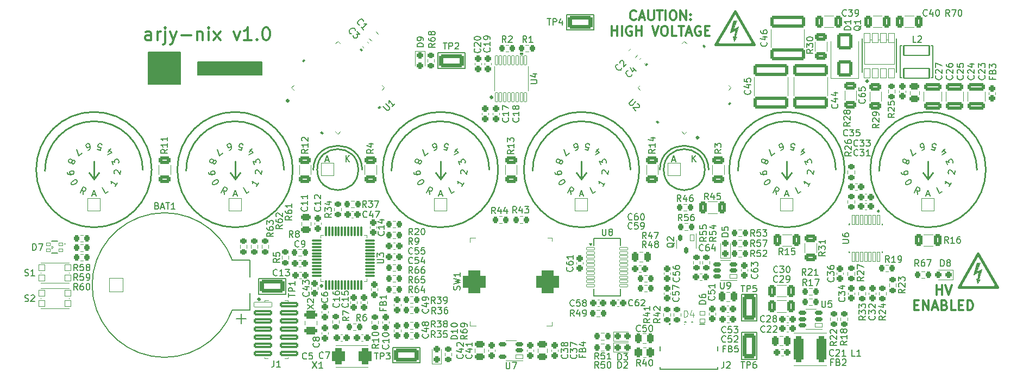
<source format=gto>
%TF.GenerationSoftware,KiCad,Pcbnew,8.0.5*%
%TF.CreationDate,2024-10-12T12:22:27-07:00*%
%TF.ProjectId,STM32_Nixie,53544d33-325f-44e6-9978-69652e6b6963,rev?*%
%TF.SameCoordinates,Original*%
%TF.FileFunction,Legend,Top*%
%TF.FilePolarity,Positive*%
%FSLAX46Y46*%
G04 Gerber Fmt 4.6, Leading zero omitted, Abs format (unit mm)*
G04 Created by KiCad (PCBNEW 8.0.5) date 2024-10-12 12:22:27*
%MOMM*%
%LPD*%
G01*
G04 APERTURE LIST*
G04 Aperture macros list*
%AMRoundRect*
0 Rectangle with rounded corners*
0 $1 Rounding radius*
0 $2 $3 $4 $5 $6 $7 $8 $9 X,Y pos of 4 corners*
0 Add a 4 corners polygon primitive as box body*
4,1,4,$2,$3,$4,$5,$6,$7,$8,$9,$2,$3,0*
0 Add four circle primitives for the rounded corners*
1,1,$1+$1,$2,$3*
1,1,$1+$1,$4,$5*
1,1,$1+$1,$6,$7*
1,1,$1+$1,$8,$9*
0 Add four rect primitives between the rounded corners*
20,1,$1+$1,$2,$3,$4,$5,0*
20,1,$1+$1,$4,$5,$6,$7,0*
20,1,$1+$1,$6,$7,$8,$9,0*
20,1,$1+$1,$8,$9,$2,$3,0*%
G04 Aperture macros list end*
%ADD10C,0.150000*%
%ADD11C,0.300000*%
%ADD12C,0.200000*%
%ADD13C,0.120000*%
%ADD14C,0.400000*%
%ADD15C,0.101600*%
%ADD16C,0.100000*%
%ADD17C,0.152400*%
%ADD18C,0.250000*%
%ADD19C,0.254000*%
%ADD20C,0.127000*%
%ADD21C,0.010000*%
%ADD22C,0.000000*%
%ADD23C,3.000000*%
%ADD24RoundRect,0.260556X-2.477444X0.677444X-2.477444X-0.677444X2.477444X-0.677444X2.477444X0.677444X0*%
%ADD25RoundRect,0.260556X2.477444X-0.677444X2.477444X0.677444X-2.477444X0.677444X-2.477444X-0.677444X0*%
%ADD26RoundRect,0.315900X1.622100X0.737100X-1.622100X0.737100X-1.622100X-0.737100X1.622100X-0.737100X0*%
%ADD27RoundRect,0.315900X-0.737100X1.622100X-0.737100X-1.622100X0.737100X-1.622100X0.737100X1.622100X0*%
%ADD28RoundRect,0.315900X0.737100X-1.622100X0.737100X1.622100X-0.737100X1.622100X-0.737100X-1.622100X0*%
%ADD29RoundRect,0.315900X-1.622100X-0.737100X1.622100X-0.737100X1.622100X0.737100X-1.622100X0.737100X0*%
%ADD30RoundRect,0.038000X-1.085000X-1.085000X1.085000X-1.085000X1.085000X1.085000X-1.085000X1.085000X0*%
%ADD31C,2.576000*%
%ADD32RoundRect,0.038000X2.330000X-1.875000X2.330000X1.875000X-2.330000X1.875000X-2.330000X-1.875000X0*%
%ADD33RoundRect,0.038000X0.425000X-0.725000X0.425000X0.725000X-0.425000X0.725000X-0.425000X-0.725000X0*%
%ADD34RoundRect,0.294000X-0.694000X0.294000X-0.694000X-0.294000X0.694000X-0.294000X0.694000X0.294000X0*%
%ADD35RoundRect,0.038000X0.656337X0.302217X0.302217X0.656337X-0.656337X-0.302217X-0.302217X-0.656337X0*%
%ADD36RoundRect,0.038000X0.302217X-0.656337X0.656337X-0.302217X-0.302217X0.656337X-0.656337X0.302217X0*%
%ADD37RoundRect,0.038000X-0.302217X0.656337X-0.656337X0.302217X0.302217X-0.656337X0.656337X-0.302217X0*%
%ADD38RoundRect,0.038000X0.177800X-0.679450X0.177800X0.679450X-0.177800X0.679450X-0.177800X-0.679450X0*%
%ADD39C,2.076000*%
%ADD40RoundRect,0.038000X-1.000000X-1.000000X1.000000X-1.000000X1.000000X1.000000X-1.000000X1.000000X0*%
%ADD41RoundRect,0.038000X-0.600000X-0.200000X0.600000X-0.200000X0.600000X0.200000X-0.600000X0.200000X0*%
%ADD42RoundRect,0.219000X-0.219000X-0.294000X0.219000X-0.294000X0.219000X0.294000X-0.219000X0.294000X0*%
%ADD43RoundRect,0.219000X0.294000X-0.219000X0.294000X0.219000X-0.294000X0.219000X-0.294000X-0.219000X0*%
%ADD44RoundRect,0.244000X0.244000X0.269000X-0.244000X0.269000X-0.244000X-0.269000X0.244000X-0.269000X0*%
%ADD45RoundRect,0.494000X-0.494000X-0.744000X0.494000X-0.744000X0.494000X0.744000X-0.494000X0.744000X0*%
%ADD46RoundRect,0.244000X-0.269000X0.244000X-0.269000X-0.244000X0.269000X-0.244000X0.269000X0.244000X0*%
%ADD47RoundRect,0.237750X0.275250X-0.237750X0.275250X0.237750X-0.275250X0.237750X-0.275250X-0.237750X0*%
%ADD48RoundRect,0.219000X0.219000X0.294000X-0.219000X0.294000X-0.219000X-0.294000X0.219000X-0.294000X0*%
%ADD49RoundRect,0.244000X0.269000X-0.244000X0.269000X0.244000X-0.269000X0.244000X-0.269000X-0.244000X0*%
%ADD50RoundRect,0.266889X-0.646111X0.333611X-0.646111X-0.333611X0.646111X-0.333611X0.646111X0.333611X0*%
%ADD51RoundRect,0.237750X-0.237750X-0.275250X0.237750X-0.275250X0.237750X0.275250X-0.237750X0.275250X0*%
%ADD52RoundRect,0.237750X-0.275250X0.237750X-0.275250X-0.237750X0.275250X-0.237750X0.275250X0.237750X0*%
%ADD53RoundRect,0.219000X-0.294000X0.219000X-0.294000X-0.219000X0.294000X-0.219000X0.294000X0.219000X0*%
%ADD54RoundRect,0.266889X0.333611X0.646111X-0.333611X0.646111X-0.333611X-0.646111X0.333611X-0.646111X0*%
%ADD55RoundRect,0.269000X0.269000X0.494000X-0.269000X0.494000X-0.269000X-0.494000X0.269000X-0.494000X0*%
%ADD56RoundRect,0.244000X-0.244000X-0.269000X0.244000X-0.269000X0.244000X0.269000X-0.244000X0.269000X0*%
%ADD57RoundRect,0.038000X-1.395000X0.370000X-1.395000X-0.370000X1.395000X-0.370000X1.395000X0.370000X0*%
%ADD58RoundRect,0.163200X-1.269800X0.244800X-1.269800X-0.244800X1.269800X-0.244800X1.269800X0.244800X0*%
%ADD59RoundRect,0.269000X0.494000X-0.269000X0.494000X0.269000X-0.494000X0.269000X-0.494000X-0.269000X0*%
%ADD60RoundRect,0.266521X-0.671479X0.346479X-0.671479X-0.346479X0.671479X-0.346479X0.671479X0.346479X0*%
%ADD61RoundRect,0.268536X0.281964X0.469464X-0.281964X0.469464X-0.281964X-0.469464X0.281964X-0.469464X0*%
%ADD62RoundRect,0.102000X2.000000X-0.750000X2.000000X0.750000X-2.000000X0.750000X-2.000000X-0.750000X0*%
%ADD63RoundRect,0.038000X0.400000X-0.275000X0.400000X0.275000X-0.400000X0.275000X-0.400000X-0.275000X0*%
%ADD64RoundRect,0.266889X0.646111X-0.333611X0.646111X0.333611X-0.646111X0.333611X-0.646111X-0.333611X0*%
%ADD65RoundRect,0.394000X-0.394000X-1.644000X0.394000X-1.644000X0.394000X1.644000X-0.394000X1.644000X0*%
%ADD66RoundRect,0.266521X-1.121479X0.346479X-1.121479X-0.346479X1.121479X-0.346479X1.121479X0.346479X0*%
%ADD67RoundRect,0.894000X-0.894000X-0.894000X0.894000X-0.894000X0.894000X0.894000X-0.894000X0.894000X0*%
%ADD68RoundRect,0.038000X0.550000X0.300000X-0.550000X0.300000X-0.550000X-0.300000X0.550000X-0.300000X0*%
%ADD69RoundRect,0.169000X0.419000X0.169000X-0.419000X0.169000X-0.419000X-0.169000X0.419000X-0.169000X0*%
%ADD70RoundRect,0.269000X-0.494000X0.269000X-0.494000X-0.269000X0.494000X-0.269000X0.494000X0.269000X0*%
%ADD71RoundRect,0.269000X-0.269000X-0.494000X0.269000X-0.494000X0.269000X0.494000X-0.269000X0.494000X0*%
%ADD72RoundRect,0.266521X-0.346479X-0.671479X0.346479X-0.671479X0.346479X0.671479X-0.346479X0.671479X0*%
%ADD73C,0.876000*%
%ADD74C,6.476000*%
%ADD75RoundRect,0.038000X-0.224999X0.750000X-0.224999X-0.750000X0.224999X-0.750000X0.224999X0.750000X0*%
%ADD76RoundRect,0.038000X0.292100X0.228600X-0.292100X0.228600X-0.292100X-0.228600X0.292100X-0.228600X0*%
%ADD77RoundRect,0.038000X0.450000X0.500000X-0.450000X0.500000X-0.450000X-0.500000X0.450000X-0.500000X0*%
%ADD78RoundRect,0.266889X-0.333611X-0.646111X0.333611X-0.646111X0.333611X0.646111X-0.333611X0.646111X0*%
%ADD79RoundRect,0.269000X0.159099X-0.539522X0.539522X-0.159099X-0.159099X0.539522X-0.539522X0.159099X0*%
%ADD80RoundRect,0.094000X0.094000X-0.681500X0.094000X0.681500X-0.094000X0.681500X-0.094000X-0.681500X0*%
%ADD81RoundRect,0.094000X0.681500X-0.094000X0.681500X0.094000X-0.681500X0.094000X-0.681500X-0.094000X0*%
%ADD82RoundRect,0.266521X0.346479X0.671479X-0.346479X0.671479X-0.346479X-0.671479X0.346479X-0.671479X0*%
%ADD83RoundRect,0.237750X0.237750X0.275250X-0.237750X0.275250X-0.237750X-0.275250X0.237750X-0.275250X0*%
%ADD84RoundRect,0.038000X-0.450000X-0.500000X0.450000X-0.500000X0.450000X0.500000X-0.450000X0.500000X0*%
%ADD85C,0.726000*%
%ADD86O,0.976000X1.776000*%
%ADD87O,0.976000X2.476000*%
%ADD88RoundRect,0.038000X-0.280000X0.475000X-0.280000X-0.475000X0.280000X-0.475000X0.280000X0.475000X0*%
%ADD89RoundRect,0.159000X-0.159000X0.354000X-0.159000X-0.354000X0.159000X-0.354000X0.159000X0.354000X0*%
%ADD90RoundRect,0.244000X0.017678X-0.362746X0.362746X-0.017678X-0.017678X0.362746X-0.362746X0.017678X0*%
%ADD91RoundRect,0.269000X-0.539522X-0.159099X-0.159099X-0.539522X0.539522X0.159099X0.159099X0.539522X0*%
%ADD92RoundRect,0.244000X-0.362746X-0.017678X-0.017678X-0.362746X0.362746X0.017678X0.017678X0.362746X0*%
%ADD93RoundRect,0.258261X0.929739X-1.029739X0.929739X1.029739X-0.929739X1.029739X-0.929739X-1.029739X0*%
G04 APERTURE END LIST*
D10*
X103200000Y-70200000D02*
X113200000Y-70200000D01*
X113200000Y-72200000D01*
X103200000Y-72200000D01*
X103200000Y-70200000D01*
G36*
X103200000Y-70200000D02*
G01*
X113200000Y-70200000D01*
X113200000Y-72200000D01*
X103200000Y-72200000D01*
X103200000Y-70200000D01*
G37*
X95500000Y-68700000D02*
X100500000Y-68700000D01*
X100500000Y-73700000D01*
X95500000Y-73700000D01*
X95500000Y-68700000D01*
G36*
X95500000Y-68700000D02*
G01*
X100500000Y-68700000D01*
X100500000Y-73700000D01*
X95500000Y-73700000D01*
X95500000Y-68700000D01*
G37*
D11*
X171478570Y-63543055D02*
X171407142Y-63614484D01*
X171407142Y-63614484D02*
X171192856Y-63685912D01*
X171192856Y-63685912D02*
X171049999Y-63685912D01*
X171049999Y-63685912D02*
X170835713Y-63614484D01*
X170835713Y-63614484D02*
X170692856Y-63471626D01*
X170692856Y-63471626D02*
X170621427Y-63328769D01*
X170621427Y-63328769D02*
X170549999Y-63043055D01*
X170549999Y-63043055D02*
X170549999Y-62828769D01*
X170549999Y-62828769D02*
X170621427Y-62543055D01*
X170621427Y-62543055D02*
X170692856Y-62400198D01*
X170692856Y-62400198D02*
X170835713Y-62257341D01*
X170835713Y-62257341D02*
X171049999Y-62185912D01*
X171049999Y-62185912D02*
X171192856Y-62185912D01*
X171192856Y-62185912D02*
X171407142Y-62257341D01*
X171407142Y-62257341D02*
X171478570Y-62328769D01*
X172049999Y-63257341D02*
X172764285Y-63257341D01*
X171907142Y-63685912D02*
X172407142Y-62185912D01*
X172407142Y-62185912D02*
X172907142Y-63685912D01*
X173407141Y-62185912D02*
X173407141Y-63400198D01*
X173407141Y-63400198D02*
X173478570Y-63543055D01*
X173478570Y-63543055D02*
X173549999Y-63614484D01*
X173549999Y-63614484D02*
X173692856Y-63685912D01*
X173692856Y-63685912D02*
X173978570Y-63685912D01*
X173978570Y-63685912D02*
X174121427Y-63614484D01*
X174121427Y-63614484D02*
X174192856Y-63543055D01*
X174192856Y-63543055D02*
X174264284Y-63400198D01*
X174264284Y-63400198D02*
X174264284Y-62185912D01*
X174764285Y-62185912D02*
X175621428Y-62185912D01*
X175192856Y-63685912D02*
X175192856Y-62185912D01*
X176121427Y-63685912D02*
X176121427Y-62185912D01*
X177121428Y-62185912D02*
X177407142Y-62185912D01*
X177407142Y-62185912D02*
X177549999Y-62257341D01*
X177549999Y-62257341D02*
X177692856Y-62400198D01*
X177692856Y-62400198D02*
X177764285Y-62685912D01*
X177764285Y-62685912D02*
X177764285Y-63185912D01*
X177764285Y-63185912D02*
X177692856Y-63471626D01*
X177692856Y-63471626D02*
X177549999Y-63614484D01*
X177549999Y-63614484D02*
X177407142Y-63685912D01*
X177407142Y-63685912D02*
X177121428Y-63685912D01*
X177121428Y-63685912D02*
X176978571Y-63614484D01*
X176978571Y-63614484D02*
X176835713Y-63471626D01*
X176835713Y-63471626D02*
X176764285Y-63185912D01*
X176764285Y-63185912D02*
X176764285Y-62685912D01*
X176764285Y-62685912D02*
X176835713Y-62400198D01*
X176835713Y-62400198D02*
X176978571Y-62257341D01*
X176978571Y-62257341D02*
X177121428Y-62185912D01*
X178407142Y-63685912D02*
X178407142Y-62185912D01*
X178407142Y-62185912D02*
X179264285Y-63685912D01*
X179264285Y-63685912D02*
X179264285Y-62185912D01*
X179978571Y-63543055D02*
X180050000Y-63614484D01*
X180050000Y-63614484D02*
X179978571Y-63685912D01*
X179978571Y-63685912D02*
X179907143Y-63614484D01*
X179907143Y-63614484D02*
X179978571Y-63543055D01*
X179978571Y-63543055D02*
X179978571Y-63685912D01*
X179978571Y-62757341D02*
X180050000Y-62828769D01*
X180050000Y-62828769D02*
X179978571Y-62900198D01*
X179978571Y-62900198D02*
X179907143Y-62828769D01*
X179907143Y-62828769D02*
X179978571Y-62757341D01*
X179978571Y-62757341D02*
X179978571Y-62900198D01*
X167728570Y-66100828D02*
X167728570Y-64600828D01*
X167728570Y-65315114D02*
X168585713Y-65315114D01*
X168585713Y-66100828D02*
X168585713Y-64600828D01*
X169299999Y-66100828D02*
X169299999Y-64600828D01*
X170800000Y-64672257D02*
X170657143Y-64600828D01*
X170657143Y-64600828D02*
X170442857Y-64600828D01*
X170442857Y-64600828D02*
X170228571Y-64672257D01*
X170228571Y-64672257D02*
X170085714Y-64815114D01*
X170085714Y-64815114D02*
X170014285Y-64957971D01*
X170014285Y-64957971D02*
X169942857Y-65243685D01*
X169942857Y-65243685D02*
X169942857Y-65457971D01*
X169942857Y-65457971D02*
X170014285Y-65743685D01*
X170014285Y-65743685D02*
X170085714Y-65886542D01*
X170085714Y-65886542D02*
X170228571Y-66029400D01*
X170228571Y-66029400D02*
X170442857Y-66100828D01*
X170442857Y-66100828D02*
X170585714Y-66100828D01*
X170585714Y-66100828D02*
X170800000Y-66029400D01*
X170800000Y-66029400D02*
X170871428Y-65957971D01*
X170871428Y-65957971D02*
X170871428Y-65457971D01*
X170871428Y-65457971D02*
X170585714Y-65457971D01*
X171514285Y-66100828D02*
X171514285Y-64600828D01*
X171514285Y-65315114D02*
X172371428Y-65315114D01*
X172371428Y-66100828D02*
X172371428Y-64600828D01*
X174014286Y-64600828D02*
X174514286Y-66100828D01*
X174514286Y-66100828D02*
X175014286Y-64600828D01*
X175800000Y-64600828D02*
X176085714Y-64600828D01*
X176085714Y-64600828D02*
X176228571Y-64672257D01*
X176228571Y-64672257D02*
X176371428Y-64815114D01*
X176371428Y-64815114D02*
X176442857Y-65100828D01*
X176442857Y-65100828D02*
X176442857Y-65600828D01*
X176442857Y-65600828D02*
X176371428Y-65886542D01*
X176371428Y-65886542D02*
X176228571Y-66029400D01*
X176228571Y-66029400D02*
X176085714Y-66100828D01*
X176085714Y-66100828D02*
X175800000Y-66100828D01*
X175800000Y-66100828D02*
X175657143Y-66029400D01*
X175657143Y-66029400D02*
X175514285Y-65886542D01*
X175514285Y-65886542D02*
X175442857Y-65600828D01*
X175442857Y-65600828D02*
X175442857Y-65100828D01*
X175442857Y-65100828D02*
X175514285Y-64815114D01*
X175514285Y-64815114D02*
X175657143Y-64672257D01*
X175657143Y-64672257D02*
X175800000Y-64600828D01*
X177800000Y-66100828D02*
X177085714Y-66100828D01*
X177085714Y-66100828D02*
X177085714Y-64600828D01*
X178085715Y-64600828D02*
X178942858Y-64600828D01*
X178514286Y-66100828D02*
X178514286Y-64600828D01*
X179371429Y-65672257D02*
X180085715Y-65672257D01*
X179228572Y-66100828D02*
X179728572Y-64600828D01*
X179728572Y-64600828D02*
X180228572Y-66100828D01*
X181514286Y-64672257D02*
X181371429Y-64600828D01*
X181371429Y-64600828D02*
X181157143Y-64600828D01*
X181157143Y-64600828D02*
X180942857Y-64672257D01*
X180942857Y-64672257D02*
X180800000Y-64815114D01*
X180800000Y-64815114D02*
X180728571Y-64957971D01*
X180728571Y-64957971D02*
X180657143Y-65243685D01*
X180657143Y-65243685D02*
X180657143Y-65457971D01*
X180657143Y-65457971D02*
X180728571Y-65743685D01*
X180728571Y-65743685D02*
X180800000Y-65886542D01*
X180800000Y-65886542D02*
X180942857Y-66029400D01*
X180942857Y-66029400D02*
X181157143Y-66100828D01*
X181157143Y-66100828D02*
X181300000Y-66100828D01*
X181300000Y-66100828D02*
X181514286Y-66029400D01*
X181514286Y-66029400D02*
X181585714Y-65957971D01*
X181585714Y-65957971D02*
X181585714Y-65457971D01*
X181585714Y-65457971D02*
X181300000Y-65457971D01*
X182228571Y-65315114D02*
X182728571Y-65315114D01*
X182942857Y-66100828D02*
X182228571Y-66100828D01*
X182228571Y-66100828D02*
X182228571Y-64600828D01*
X182228571Y-64600828D02*
X182942857Y-64600828D01*
X218328571Y-106485912D02*
X218328571Y-104985912D01*
X218328571Y-105700198D02*
X219185714Y-105700198D01*
X219185714Y-106485912D02*
X219185714Y-104985912D01*
X219685715Y-104985912D02*
X220185715Y-106485912D01*
X220185715Y-106485912D02*
X220685715Y-104985912D01*
X214864285Y-108115114D02*
X215364285Y-108115114D01*
X215578571Y-108900828D02*
X214864285Y-108900828D01*
X214864285Y-108900828D02*
X214864285Y-107400828D01*
X214864285Y-107400828D02*
X215578571Y-107400828D01*
X216221428Y-108900828D02*
X216221428Y-107400828D01*
X216221428Y-107400828D02*
X217078571Y-108900828D01*
X217078571Y-108900828D02*
X217078571Y-107400828D01*
X217721429Y-108472257D02*
X218435715Y-108472257D01*
X217578572Y-108900828D02*
X218078572Y-107400828D01*
X218078572Y-107400828D02*
X218578572Y-108900828D01*
X219578571Y-108115114D02*
X219792857Y-108186542D01*
X219792857Y-108186542D02*
X219864286Y-108257971D01*
X219864286Y-108257971D02*
X219935714Y-108400828D01*
X219935714Y-108400828D02*
X219935714Y-108615114D01*
X219935714Y-108615114D02*
X219864286Y-108757971D01*
X219864286Y-108757971D02*
X219792857Y-108829400D01*
X219792857Y-108829400D02*
X219650000Y-108900828D01*
X219650000Y-108900828D02*
X219078571Y-108900828D01*
X219078571Y-108900828D02*
X219078571Y-107400828D01*
X219078571Y-107400828D02*
X219578571Y-107400828D01*
X219578571Y-107400828D02*
X219721429Y-107472257D01*
X219721429Y-107472257D02*
X219792857Y-107543685D01*
X219792857Y-107543685D02*
X219864286Y-107686542D01*
X219864286Y-107686542D02*
X219864286Y-107829400D01*
X219864286Y-107829400D02*
X219792857Y-107972257D01*
X219792857Y-107972257D02*
X219721429Y-108043685D01*
X219721429Y-108043685D02*
X219578571Y-108115114D01*
X219578571Y-108115114D02*
X219078571Y-108115114D01*
X221292857Y-108900828D02*
X220578571Y-108900828D01*
X220578571Y-108900828D02*
X220578571Y-107400828D01*
X221792857Y-108115114D02*
X222292857Y-108115114D01*
X222507143Y-108900828D02*
X221792857Y-108900828D01*
X221792857Y-108900828D02*
X221792857Y-107400828D01*
X221792857Y-107400828D02*
X222507143Y-107400828D01*
X223150000Y-108900828D02*
X223150000Y-107400828D01*
X223150000Y-107400828D02*
X223507143Y-107400828D01*
X223507143Y-107400828D02*
X223721429Y-107472257D01*
X223721429Y-107472257D02*
X223864286Y-107615114D01*
X223864286Y-107615114D02*
X223935715Y-107757971D01*
X223935715Y-107757971D02*
X224007143Y-108043685D01*
X224007143Y-108043685D02*
X224007143Y-108257971D01*
X224007143Y-108257971D02*
X223935715Y-108543685D01*
X223935715Y-108543685D02*
X223864286Y-108686542D01*
X223864286Y-108686542D02*
X223721429Y-108829400D01*
X223721429Y-108829400D02*
X223507143Y-108900828D01*
X223507143Y-108900828D02*
X223150000Y-108900828D01*
X95938094Y-66809638D02*
X95938094Y-65762019D01*
X95938094Y-65762019D02*
X95842856Y-65571542D01*
X95842856Y-65571542D02*
X95652380Y-65476304D01*
X95652380Y-65476304D02*
X95271427Y-65476304D01*
X95271427Y-65476304D02*
X95080951Y-65571542D01*
X95938094Y-66714400D02*
X95747618Y-66809638D01*
X95747618Y-66809638D02*
X95271427Y-66809638D01*
X95271427Y-66809638D02*
X95080951Y-66714400D01*
X95080951Y-66714400D02*
X94985713Y-66523923D01*
X94985713Y-66523923D02*
X94985713Y-66333447D01*
X94985713Y-66333447D02*
X95080951Y-66142971D01*
X95080951Y-66142971D02*
X95271427Y-66047733D01*
X95271427Y-66047733D02*
X95747618Y-66047733D01*
X95747618Y-66047733D02*
X95938094Y-65952495D01*
X96890475Y-66809638D02*
X96890475Y-65476304D01*
X96890475Y-65857257D02*
X96985713Y-65666780D01*
X96985713Y-65666780D02*
X97080951Y-65571542D01*
X97080951Y-65571542D02*
X97271427Y-65476304D01*
X97271427Y-65476304D02*
X97461904Y-65476304D01*
X98128570Y-65476304D02*
X98128570Y-67190590D01*
X98128570Y-67190590D02*
X98033332Y-67381066D01*
X98033332Y-67381066D02*
X97842856Y-67476304D01*
X97842856Y-67476304D02*
X97747618Y-67476304D01*
X98128570Y-64809638D02*
X98033332Y-64904876D01*
X98033332Y-64904876D02*
X98128570Y-65000114D01*
X98128570Y-65000114D02*
X98223808Y-64904876D01*
X98223808Y-64904876D02*
X98128570Y-64809638D01*
X98128570Y-64809638D02*
X98128570Y-65000114D01*
X98890475Y-65476304D02*
X99366665Y-66809638D01*
X99842856Y-65476304D02*
X99366665Y-66809638D01*
X99366665Y-66809638D02*
X99176189Y-67285828D01*
X99176189Y-67285828D02*
X99080951Y-67381066D01*
X99080951Y-67381066D02*
X98890475Y-67476304D01*
X100604761Y-66047733D02*
X102128571Y-66047733D01*
X103080951Y-65476304D02*
X103080951Y-66809638D01*
X103080951Y-65666780D02*
X103176189Y-65571542D01*
X103176189Y-65571542D02*
X103366665Y-65476304D01*
X103366665Y-65476304D02*
X103652380Y-65476304D01*
X103652380Y-65476304D02*
X103842856Y-65571542D01*
X103842856Y-65571542D02*
X103938094Y-65762019D01*
X103938094Y-65762019D02*
X103938094Y-66809638D01*
X104890475Y-66809638D02*
X104890475Y-65476304D01*
X104890475Y-64809638D02*
X104795237Y-64904876D01*
X104795237Y-64904876D02*
X104890475Y-65000114D01*
X104890475Y-65000114D02*
X104985713Y-64904876D01*
X104985713Y-64904876D02*
X104890475Y-64809638D01*
X104890475Y-64809638D02*
X104890475Y-65000114D01*
X105652380Y-66809638D02*
X106699999Y-65476304D01*
X105652380Y-65476304D02*
X106699999Y-66809638D01*
X108795238Y-65476304D02*
X109271428Y-66809638D01*
X109271428Y-66809638D02*
X109747619Y-65476304D01*
X111557143Y-66809638D02*
X110414286Y-66809638D01*
X110985714Y-66809638D02*
X110985714Y-64809638D01*
X110985714Y-64809638D02*
X110795238Y-65095352D01*
X110795238Y-65095352D02*
X110604762Y-65285828D01*
X110604762Y-65285828D02*
X110414286Y-65381066D01*
X112414286Y-66619161D02*
X112509524Y-66714400D01*
X112509524Y-66714400D02*
X112414286Y-66809638D01*
X112414286Y-66809638D02*
X112319048Y-66714400D01*
X112319048Y-66714400D02*
X112414286Y-66619161D01*
X112414286Y-66619161D02*
X112414286Y-66809638D01*
X113747619Y-64809638D02*
X113938096Y-64809638D01*
X113938096Y-64809638D02*
X114128572Y-64904876D01*
X114128572Y-64904876D02*
X114223810Y-65000114D01*
X114223810Y-65000114D02*
X114319048Y-65190590D01*
X114319048Y-65190590D02*
X114414286Y-65571542D01*
X114414286Y-65571542D02*
X114414286Y-66047733D01*
X114414286Y-66047733D02*
X114319048Y-66428685D01*
X114319048Y-66428685D02*
X114223810Y-66619161D01*
X114223810Y-66619161D02*
X114128572Y-66714400D01*
X114128572Y-66714400D02*
X113938096Y-66809638D01*
X113938096Y-66809638D02*
X113747619Y-66809638D01*
X113747619Y-66809638D02*
X113557143Y-66714400D01*
X113557143Y-66714400D02*
X113461905Y-66619161D01*
X113461905Y-66619161D02*
X113366667Y-66428685D01*
X113366667Y-66428685D02*
X113271429Y-66047733D01*
X113271429Y-66047733D02*
X113271429Y-65571542D01*
X113271429Y-65571542D02*
X113366667Y-65190590D01*
X113366667Y-65190590D02*
X113461905Y-65000114D01*
X113461905Y-65000114D02*
X113557143Y-64904876D01*
X113557143Y-64904876D02*
X113747619Y-64809638D01*
D10*
X202859580Y-76817457D02*
X202907200Y-76865076D01*
X202907200Y-76865076D02*
X202954819Y-77007933D01*
X202954819Y-77007933D02*
X202954819Y-77103171D01*
X202954819Y-77103171D02*
X202907200Y-77246028D01*
X202907200Y-77246028D02*
X202811961Y-77341266D01*
X202811961Y-77341266D02*
X202716723Y-77388885D01*
X202716723Y-77388885D02*
X202526247Y-77436504D01*
X202526247Y-77436504D02*
X202383390Y-77436504D01*
X202383390Y-77436504D02*
X202192914Y-77388885D01*
X202192914Y-77388885D02*
X202097676Y-77341266D01*
X202097676Y-77341266D02*
X202002438Y-77246028D01*
X202002438Y-77246028D02*
X201954819Y-77103171D01*
X201954819Y-77103171D02*
X201954819Y-77007933D01*
X201954819Y-77007933D02*
X202002438Y-76865076D01*
X202002438Y-76865076D02*
X202050057Y-76817457D01*
X202288152Y-75960314D02*
X202954819Y-75960314D01*
X201907200Y-76198409D02*
X202621485Y-76436504D01*
X202621485Y-76436504D02*
X202621485Y-75817457D01*
X202288152Y-75007933D02*
X202954819Y-75007933D01*
X201907200Y-75246028D02*
X202621485Y-75484123D01*
X202621485Y-75484123D02*
X202621485Y-74865076D01*
X189259580Y-74642857D02*
X189307200Y-74690476D01*
X189307200Y-74690476D02*
X189354819Y-74833333D01*
X189354819Y-74833333D02*
X189354819Y-74928571D01*
X189354819Y-74928571D02*
X189307200Y-75071428D01*
X189307200Y-75071428D02*
X189211961Y-75166666D01*
X189211961Y-75166666D02*
X189116723Y-75214285D01*
X189116723Y-75214285D02*
X188926247Y-75261904D01*
X188926247Y-75261904D02*
X188783390Y-75261904D01*
X188783390Y-75261904D02*
X188592914Y-75214285D01*
X188592914Y-75214285D02*
X188497676Y-75166666D01*
X188497676Y-75166666D02*
X188402438Y-75071428D01*
X188402438Y-75071428D02*
X188354819Y-74928571D01*
X188354819Y-74928571D02*
X188354819Y-74833333D01*
X188354819Y-74833333D02*
X188402438Y-74690476D01*
X188402438Y-74690476D02*
X188450057Y-74642857D01*
X188688152Y-73785714D02*
X189354819Y-73785714D01*
X188307200Y-74023809D02*
X189021485Y-74261904D01*
X189021485Y-74261904D02*
X189021485Y-73642857D01*
X188354819Y-72785714D02*
X188354819Y-73261904D01*
X188354819Y-73261904D02*
X188831009Y-73309523D01*
X188831009Y-73309523D02*
X188783390Y-73261904D01*
X188783390Y-73261904D02*
X188735771Y-73166666D01*
X188735771Y-73166666D02*
X188735771Y-72928571D01*
X188735771Y-72928571D02*
X188783390Y-72833333D01*
X188783390Y-72833333D02*
X188831009Y-72785714D01*
X188831009Y-72785714D02*
X188926247Y-72738095D01*
X188926247Y-72738095D02*
X189164342Y-72738095D01*
X189164342Y-72738095D02*
X189259580Y-72785714D01*
X189259580Y-72785714D02*
X189307200Y-72833333D01*
X189307200Y-72833333D02*
X189354819Y-72928571D01*
X189354819Y-72928571D02*
X189354819Y-73166666D01*
X189354819Y-73166666D02*
X189307200Y-73261904D01*
X189307200Y-73261904D02*
X189259580Y-73309523D01*
X191809580Y-67142857D02*
X191857200Y-67190476D01*
X191857200Y-67190476D02*
X191904819Y-67333333D01*
X191904819Y-67333333D02*
X191904819Y-67428571D01*
X191904819Y-67428571D02*
X191857200Y-67571428D01*
X191857200Y-67571428D02*
X191761961Y-67666666D01*
X191761961Y-67666666D02*
X191666723Y-67714285D01*
X191666723Y-67714285D02*
X191476247Y-67761904D01*
X191476247Y-67761904D02*
X191333390Y-67761904D01*
X191333390Y-67761904D02*
X191142914Y-67714285D01*
X191142914Y-67714285D02*
X191047676Y-67666666D01*
X191047676Y-67666666D02*
X190952438Y-67571428D01*
X190952438Y-67571428D02*
X190904819Y-67428571D01*
X190904819Y-67428571D02*
X190904819Y-67333333D01*
X190904819Y-67333333D02*
X190952438Y-67190476D01*
X190952438Y-67190476D02*
X191000057Y-67142857D01*
X191238152Y-66285714D02*
X191904819Y-66285714D01*
X190857200Y-66523809D02*
X191571485Y-66761904D01*
X191571485Y-66761904D02*
X191571485Y-66142857D01*
X190904819Y-65333333D02*
X190904819Y-65523809D01*
X190904819Y-65523809D02*
X190952438Y-65619047D01*
X190952438Y-65619047D02*
X191000057Y-65666666D01*
X191000057Y-65666666D02*
X191142914Y-65761904D01*
X191142914Y-65761904D02*
X191333390Y-65809523D01*
X191333390Y-65809523D02*
X191714342Y-65809523D01*
X191714342Y-65809523D02*
X191809580Y-65761904D01*
X191809580Y-65761904D02*
X191857200Y-65714285D01*
X191857200Y-65714285D02*
X191904819Y-65619047D01*
X191904819Y-65619047D02*
X191904819Y-65428571D01*
X191904819Y-65428571D02*
X191857200Y-65333333D01*
X191857200Y-65333333D02*
X191809580Y-65285714D01*
X191809580Y-65285714D02*
X191714342Y-65238095D01*
X191714342Y-65238095D02*
X191476247Y-65238095D01*
X191476247Y-65238095D02*
X191381009Y-65285714D01*
X191381009Y-65285714D02*
X191333390Y-65333333D01*
X191333390Y-65333333D02*
X191285771Y-65428571D01*
X191285771Y-65428571D02*
X191285771Y-65619047D01*
X191285771Y-65619047D02*
X191333390Y-65714285D01*
X191333390Y-65714285D02*
X191381009Y-65761904D01*
X191381009Y-65761904D02*
X191476247Y-65809523D01*
X130738095Y-115554819D02*
X131309523Y-115554819D01*
X131023809Y-116554819D02*
X131023809Y-115554819D01*
X131642857Y-116554819D02*
X131642857Y-115554819D01*
X131642857Y-115554819D02*
X132023809Y-115554819D01*
X132023809Y-115554819D02*
X132119047Y-115602438D01*
X132119047Y-115602438D02*
X132166666Y-115650057D01*
X132166666Y-115650057D02*
X132214285Y-115745295D01*
X132214285Y-115745295D02*
X132214285Y-115888152D01*
X132214285Y-115888152D02*
X132166666Y-115983390D01*
X132166666Y-115983390D02*
X132119047Y-116031009D01*
X132119047Y-116031009D02*
X132023809Y-116078628D01*
X132023809Y-116078628D02*
X131642857Y-116078628D01*
X132547619Y-115554819D02*
X133166666Y-115554819D01*
X133166666Y-115554819D02*
X132833333Y-115935771D01*
X132833333Y-115935771D02*
X132976190Y-115935771D01*
X132976190Y-115935771D02*
X133071428Y-115983390D01*
X133071428Y-115983390D02*
X133119047Y-116031009D01*
X133119047Y-116031009D02*
X133166666Y-116126247D01*
X133166666Y-116126247D02*
X133166666Y-116364342D01*
X133166666Y-116364342D02*
X133119047Y-116459580D01*
X133119047Y-116459580D02*
X133071428Y-116507200D01*
X133071428Y-116507200D02*
X132976190Y-116554819D01*
X132976190Y-116554819D02*
X132690476Y-116554819D01*
X132690476Y-116554819D02*
X132595238Y-116507200D01*
X132595238Y-116507200D02*
X132547619Y-116459580D01*
X187838095Y-105054819D02*
X188409523Y-105054819D01*
X188123809Y-106054819D02*
X188123809Y-105054819D01*
X188742857Y-106054819D02*
X188742857Y-105054819D01*
X188742857Y-105054819D02*
X189123809Y-105054819D01*
X189123809Y-105054819D02*
X189219047Y-105102438D01*
X189219047Y-105102438D02*
X189266666Y-105150057D01*
X189266666Y-105150057D02*
X189314285Y-105245295D01*
X189314285Y-105245295D02*
X189314285Y-105388152D01*
X189314285Y-105388152D02*
X189266666Y-105483390D01*
X189266666Y-105483390D02*
X189219047Y-105531009D01*
X189219047Y-105531009D02*
X189123809Y-105578628D01*
X189123809Y-105578628D02*
X188742857Y-105578628D01*
X190219047Y-105054819D02*
X189742857Y-105054819D01*
X189742857Y-105054819D02*
X189695238Y-105531009D01*
X189695238Y-105531009D02*
X189742857Y-105483390D01*
X189742857Y-105483390D02*
X189838095Y-105435771D01*
X189838095Y-105435771D02*
X190076190Y-105435771D01*
X190076190Y-105435771D02*
X190171428Y-105483390D01*
X190171428Y-105483390D02*
X190219047Y-105531009D01*
X190219047Y-105531009D02*
X190266666Y-105626247D01*
X190266666Y-105626247D02*
X190266666Y-105864342D01*
X190266666Y-105864342D02*
X190219047Y-105959580D01*
X190219047Y-105959580D02*
X190171428Y-106007200D01*
X190171428Y-106007200D02*
X190076190Y-106054819D01*
X190076190Y-106054819D02*
X189838095Y-106054819D01*
X189838095Y-106054819D02*
X189742857Y-106007200D01*
X189742857Y-106007200D02*
X189695238Y-105959580D01*
X187838095Y-116954819D02*
X188409523Y-116954819D01*
X188123809Y-117954819D02*
X188123809Y-116954819D01*
X188742857Y-117954819D02*
X188742857Y-116954819D01*
X188742857Y-116954819D02*
X189123809Y-116954819D01*
X189123809Y-116954819D02*
X189219047Y-117002438D01*
X189219047Y-117002438D02*
X189266666Y-117050057D01*
X189266666Y-117050057D02*
X189314285Y-117145295D01*
X189314285Y-117145295D02*
X189314285Y-117288152D01*
X189314285Y-117288152D02*
X189266666Y-117383390D01*
X189266666Y-117383390D02*
X189219047Y-117431009D01*
X189219047Y-117431009D02*
X189123809Y-117478628D01*
X189123809Y-117478628D02*
X188742857Y-117478628D01*
X190171428Y-116954819D02*
X189980952Y-116954819D01*
X189980952Y-116954819D02*
X189885714Y-117002438D01*
X189885714Y-117002438D02*
X189838095Y-117050057D01*
X189838095Y-117050057D02*
X189742857Y-117192914D01*
X189742857Y-117192914D02*
X189695238Y-117383390D01*
X189695238Y-117383390D02*
X189695238Y-117764342D01*
X189695238Y-117764342D02*
X189742857Y-117859580D01*
X189742857Y-117859580D02*
X189790476Y-117907200D01*
X189790476Y-117907200D02*
X189885714Y-117954819D01*
X189885714Y-117954819D02*
X190076190Y-117954819D01*
X190076190Y-117954819D02*
X190171428Y-117907200D01*
X190171428Y-117907200D02*
X190219047Y-117859580D01*
X190219047Y-117859580D02*
X190266666Y-117764342D01*
X190266666Y-117764342D02*
X190266666Y-117526247D01*
X190266666Y-117526247D02*
X190219047Y-117431009D01*
X190219047Y-117431009D02*
X190171428Y-117383390D01*
X190171428Y-117383390D02*
X190076190Y-117335771D01*
X190076190Y-117335771D02*
X189885714Y-117335771D01*
X189885714Y-117335771D02*
X189790476Y-117383390D01*
X189790476Y-117383390D02*
X189742857Y-117431009D01*
X189742857Y-117431009D02*
X189695238Y-117526247D01*
X157638095Y-63454819D02*
X158209523Y-63454819D01*
X157923809Y-64454819D02*
X157923809Y-63454819D01*
X158542857Y-64454819D02*
X158542857Y-63454819D01*
X158542857Y-63454819D02*
X158923809Y-63454819D01*
X158923809Y-63454819D02*
X159019047Y-63502438D01*
X159019047Y-63502438D02*
X159066666Y-63550057D01*
X159066666Y-63550057D02*
X159114285Y-63645295D01*
X159114285Y-63645295D02*
X159114285Y-63788152D01*
X159114285Y-63788152D02*
X159066666Y-63883390D01*
X159066666Y-63883390D02*
X159019047Y-63931009D01*
X159019047Y-63931009D02*
X158923809Y-63978628D01*
X158923809Y-63978628D02*
X158542857Y-63978628D01*
X159971428Y-63788152D02*
X159971428Y-64454819D01*
X159733333Y-63407200D02*
X159495238Y-64121485D01*
X159495238Y-64121485D02*
X160114285Y-64121485D01*
X141438095Y-67204819D02*
X142009523Y-67204819D01*
X141723809Y-68204819D02*
X141723809Y-67204819D01*
X142342857Y-68204819D02*
X142342857Y-67204819D01*
X142342857Y-67204819D02*
X142723809Y-67204819D01*
X142723809Y-67204819D02*
X142819047Y-67252438D01*
X142819047Y-67252438D02*
X142866666Y-67300057D01*
X142866666Y-67300057D02*
X142914285Y-67395295D01*
X142914285Y-67395295D02*
X142914285Y-67538152D01*
X142914285Y-67538152D02*
X142866666Y-67633390D01*
X142866666Y-67633390D02*
X142819047Y-67681009D01*
X142819047Y-67681009D02*
X142723809Y-67728628D01*
X142723809Y-67728628D02*
X142342857Y-67728628D01*
X143295238Y-67300057D02*
X143342857Y-67252438D01*
X143342857Y-67252438D02*
X143438095Y-67204819D01*
X143438095Y-67204819D02*
X143676190Y-67204819D01*
X143676190Y-67204819D02*
X143771428Y-67252438D01*
X143771428Y-67252438D02*
X143819047Y-67300057D01*
X143819047Y-67300057D02*
X143866666Y-67395295D01*
X143866666Y-67395295D02*
X143866666Y-67490533D01*
X143866666Y-67490533D02*
X143819047Y-67633390D01*
X143819047Y-67633390D02*
X143247619Y-68204819D01*
X143247619Y-68204819D02*
X143866666Y-68204819D01*
X117354819Y-106861904D02*
X117354819Y-106290476D01*
X118354819Y-106576190D02*
X117354819Y-106576190D01*
X118354819Y-105957142D02*
X117354819Y-105957142D01*
X117354819Y-105957142D02*
X117354819Y-105576190D01*
X117354819Y-105576190D02*
X117402438Y-105480952D01*
X117402438Y-105480952D02*
X117450057Y-105433333D01*
X117450057Y-105433333D02*
X117545295Y-105385714D01*
X117545295Y-105385714D02*
X117688152Y-105385714D01*
X117688152Y-105385714D02*
X117783390Y-105433333D01*
X117783390Y-105433333D02*
X117831009Y-105480952D01*
X117831009Y-105480952D02*
X117878628Y-105576190D01*
X117878628Y-105576190D02*
X117878628Y-105957142D01*
X118354819Y-104433333D02*
X118354819Y-105004761D01*
X118354819Y-104719047D02*
X117354819Y-104719047D01*
X117354819Y-104719047D02*
X117497676Y-104814285D01*
X117497676Y-104814285D02*
X117592914Y-104909523D01*
X117592914Y-104909523D02*
X117640533Y-105004761D01*
X96838574Y-92624709D02*
X96981431Y-92672328D01*
X96981431Y-92672328D02*
X97029050Y-92719947D01*
X97029050Y-92719947D02*
X97076669Y-92815185D01*
X97076669Y-92815185D02*
X97076669Y-92958042D01*
X97076669Y-92958042D02*
X97029050Y-93053280D01*
X97029050Y-93053280D02*
X96981431Y-93100900D01*
X96981431Y-93100900D02*
X96886193Y-93148519D01*
X96886193Y-93148519D02*
X96505241Y-93148519D01*
X96505241Y-93148519D02*
X96505241Y-92148519D01*
X96505241Y-92148519D02*
X96838574Y-92148519D01*
X96838574Y-92148519D02*
X96933812Y-92196138D01*
X96933812Y-92196138D02*
X96981431Y-92243757D01*
X96981431Y-92243757D02*
X97029050Y-92338995D01*
X97029050Y-92338995D02*
X97029050Y-92434233D01*
X97029050Y-92434233D02*
X96981431Y-92529471D01*
X96981431Y-92529471D02*
X96933812Y-92577090D01*
X96933812Y-92577090D02*
X96838574Y-92624709D01*
X96838574Y-92624709D02*
X96505241Y-92624709D01*
X97457622Y-92862804D02*
X97933812Y-92862804D01*
X97362384Y-93148519D02*
X97695717Y-92148519D01*
X97695717Y-92148519D02*
X98029050Y-93148519D01*
X98219527Y-92148519D02*
X98790955Y-92148519D01*
X98505241Y-93148519D02*
X98505241Y-92148519D01*
X99648098Y-93148519D02*
X99076670Y-93148519D01*
X99362384Y-93148519D02*
X99362384Y-92148519D01*
X99362384Y-92148519D02*
X99267146Y-92291376D01*
X99267146Y-92291376D02*
X99171908Y-92386614D01*
X99171908Y-92386614D02*
X99076670Y-92434233D01*
D12*
X109238095Y-110252933D02*
X110761905Y-110252933D01*
X110000000Y-111014838D02*
X110000000Y-109491028D01*
D10*
X206550057Y-64569838D02*
X206502438Y-64665076D01*
X206502438Y-64665076D02*
X206407200Y-64760314D01*
X206407200Y-64760314D02*
X206264342Y-64903171D01*
X206264342Y-64903171D02*
X206216723Y-64998409D01*
X206216723Y-64998409D02*
X206216723Y-65093647D01*
X206454819Y-65046028D02*
X206407200Y-65141266D01*
X206407200Y-65141266D02*
X206311961Y-65236504D01*
X206311961Y-65236504D02*
X206121485Y-65284123D01*
X206121485Y-65284123D02*
X205788152Y-65284123D01*
X205788152Y-65284123D02*
X205597676Y-65236504D01*
X205597676Y-65236504D02*
X205502438Y-65141266D01*
X205502438Y-65141266D02*
X205454819Y-65046028D01*
X205454819Y-65046028D02*
X205454819Y-64855552D01*
X205454819Y-64855552D02*
X205502438Y-64760314D01*
X205502438Y-64760314D02*
X205597676Y-64665076D01*
X205597676Y-64665076D02*
X205788152Y-64617457D01*
X205788152Y-64617457D02*
X206121485Y-64617457D01*
X206121485Y-64617457D02*
X206311961Y-64665076D01*
X206311961Y-64665076D02*
X206407200Y-64760314D01*
X206407200Y-64760314D02*
X206454819Y-64855552D01*
X206454819Y-64855552D02*
X206454819Y-65046028D01*
X206454819Y-63665076D02*
X206454819Y-64236504D01*
X206454819Y-63950790D02*
X205454819Y-63950790D01*
X205454819Y-63950790D02*
X205597676Y-64046028D01*
X205597676Y-64046028D02*
X205692914Y-64141266D01*
X205692914Y-64141266D02*
X205740533Y-64236504D01*
X120254819Y-108709523D02*
X121254819Y-108042857D01*
X120254819Y-108042857D02*
X121254819Y-108709523D01*
X120350057Y-107709523D02*
X120302438Y-107661904D01*
X120302438Y-107661904D02*
X120254819Y-107566666D01*
X120254819Y-107566666D02*
X120254819Y-107328571D01*
X120254819Y-107328571D02*
X120302438Y-107233333D01*
X120302438Y-107233333D02*
X120350057Y-107185714D01*
X120350057Y-107185714D02*
X120445295Y-107138095D01*
X120445295Y-107138095D02*
X120540533Y-107138095D01*
X120540533Y-107138095D02*
X120683390Y-107185714D01*
X120683390Y-107185714D02*
X121254819Y-107757142D01*
X121254819Y-107757142D02*
X121254819Y-107138095D01*
X132075750Y-77153246D02*
X132648170Y-77725666D01*
X132648170Y-77725666D02*
X132749185Y-77759338D01*
X132749185Y-77759338D02*
X132816529Y-77759338D01*
X132816529Y-77759338D02*
X132917544Y-77725666D01*
X132917544Y-77725666D02*
X133052231Y-77590979D01*
X133052231Y-77590979D02*
X133085903Y-77489964D01*
X133085903Y-77489964D02*
X133085903Y-77422620D01*
X133085903Y-77422620D02*
X133052231Y-77321605D01*
X133052231Y-77321605D02*
X132479811Y-76749185D01*
X133894025Y-76749185D02*
X133489964Y-77153246D01*
X133691994Y-76951216D02*
X132984888Y-76244109D01*
X132984888Y-76244109D02*
X133018559Y-76412468D01*
X133018559Y-76412468D02*
X133018559Y-76547155D01*
X133018559Y-76547155D02*
X132984888Y-76648170D01*
X171046753Y-75975750D02*
X170474333Y-76548170D01*
X170474333Y-76548170D02*
X170440661Y-76649185D01*
X170440661Y-76649185D02*
X170440661Y-76716529D01*
X170440661Y-76716529D02*
X170474333Y-76817544D01*
X170474333Y-76817544D02*
X170609020Y-76952231D01*
X170609020Y-76952231D02*
X170710035Y-76985903D01*
X170710035Y-76985903D02*
X170777379Y-76985903D01*
X170777379Y-76985903D02*
X170878394Y-76952231D01*
X170878394Y-76952231D02*
X171450814Y-76379811D01*
X171686516Y-76750201D02*
X171753859Y-76750201D01*
X171753859Y-76750201D02*
X171854875Y-76783872D01*
X171854875Y-76783872D02*
X172023233Y-76952231D01*
X172023233Y-76952231D02*
X172056905Y-77053246D01*
X172056905Y-77053246D02*
X172056905Y-77120590D01*
X172056905Y-77120590D02*
X172023233Y-77221605D01*
X172023233Y-77221605D02*
X171955890Y-77288949D01*
X171955890Y-77288949D02*
X171821203Y-77356292D01*
X171821203Y-77356292D02*
X171013081Y-77356292D01*
X171013081Y-77356292D02*
X171450814Y-77794025D01*
X155054819Y-73561904D02*
X155864342Y-73561904D01*
X155864342Y-73561904D02*
X155959580Y-73514285D01*
X155959580Y-73514285D02*
X156007200Y-73466666D01*
X156007200Y-73466666D02*
X156054819Y-73371428D01*
X156054819Y-73371428D02*
X156054819Y-73180952D01*
X156054819Y-73180952D02*
X156007200Y-73085714D01*
X156007200Y-73085714D02*
X155959580Y-73038095D01*
X155959580Y-73038095D02*
X155864342Y-72990476D01*
X155864342Y-72990476D02*
X155054819Y-72990476D01*
X155388152Y-72085714D02*
X156054819Y-72085714D01*
X155007200Y-72323809D02*
X155721485Y-72561904D01*
X155721485Y-72561904D02*
X155721485Y-71942857D01*
X112008446Y-86234993D02*
X111788931Y-85656173D01*
X111788931Y-85656173D02*
X112263328Y-85832759D01*
X112263328Y-85832759D02*
X112212671Y-85699185D01*
X112212671Y-85699185D02*
X112223424Y-85593250D01*
X112223424Y-85593250D02*
X112251063Y-85531840D01*
X112251063Y-85531840D02*
X112323227Y-85453544D01*
X112323227Y-85453544D02*
X112545850Y-85369115D01*
X112545850Y-85369115D02*
X112651785Y-85379868D01*
X112651785Y-85379868D02*
X112713195Y-85407507D01*
X112713195Y-85407507D02*
X112791492Y-85479670D01*
X112791492Y-85479670D02*
X112892806Y-85746818D01*
X112892806Y-85746818D02*
X112882053Y-85852753D01*
X112882053Y-85852753D02*
X112854414Y-85914164D01*
X105642804Y-85652305D02*
X105721103Y-85580145D01*
X105721103Y-85580145D02*
X105782515Y-85552508D01*
X105782515Y-85552508D02*
X105888450Y-85541759D01*
X105888450Y-85541759D02*
X105932974Y-85558646D01*
X105932974Y-85558646D02*
X106005135Y-85636945D01*
X106005135Y-85636945D02*
X106032772Y-85698356D01*
X106032772Y-85698356D02*
X106043521Y-85804291D01*
X106043521Y-85804291D02*
X105975972Y-85982388D01*
X105975972Y-85982388D02*
X105897673Y-86054548D01*
X105897673Y-86054548D02*
X105836262Y-86082185D01*
X105836262Y-86082185D02*
X105730326Y-86092935D01*
X105730326Y-86092935D02*
X105685802Y-86076047D01*
X105685802Y-86076047D02*
X105613641Y-85997749D01*
X105613641Y-85997749D02*
X105586005Y-85936337D01*
X105586005Y-85936337D02*
X105575255Y-85830402D01*
X105575255Y-85830402D02*
X105642804Y-85652305D01*
X105642804Y-85652305D02*
X105632055Y-85546370D01*
X105632055Y-85546370D02*
X105604418Y-85484959D01*
X105604418Y-85484959D02*
X105532258Y-85406660D01*
X105532258Y-85406660D02*
X105354161Y-85339111D01*
X105354161Y-85339111D02*
X105248226Y-85349860D01*
X105248226Y-85349860D02*
X105186814Y-85377497D01*
X105186814Y-85377497D02*
X105108516Y-85449658D01*
X105108516Y-85449658D02*
X105040966Y-85627754D01*
X105040966Y-85627754D02*
X105051716Y-85733689D01*
X105051716Y-85733689D02*
X105079353Y-85795101D01*
X105079353Y-85795101D02*
X105151513Y-85873399D01*
X105151513Y-85873399D02*
X105329610Y-85940949D01*
X105329610Y-85940949D02*
X105435545Y-85930199D01*
X105435545Y-85930199D02*
X105496957Y-85902563D01*
X105496957Y-85902563D02*
X105575255Y-85830402D01*
X111185433Y-90458882D02*
X110763786Y-90680176D01*
X110763786Y-90680176D02*
X110299067Y-89794717D01*
X112218895Y-87610388D02*
X112177363Y-87557375D01*
X112177363Y-87557375D02*
X112141573Y-87457091D01*
X112141573Y-87457091D02*
X112170276Y-87220732D01*
X112170276Y-87220732D02*
X112229029Y-87131930D01*
X112229029Y-87131930D02*
X112282041Y-87090398D01*
X112282041Y-87090398D02*
X112382325Y-87054608D01*
X112382325Y-87054608D02*
X112476869Y-87066089D01*
X112476869Y-87066089D02*
X112612943Y-87130583D01*
X112612943Y-87130583D02*
X113111317Y-87766731D01*
X113111317Y-87766731D02*
X113185945Y-87152198D01*
X104842537Y-87373734D02*
X104865497Y-87562822D01*
X104865497Y-87562822D02*
X104924248Y-87651626D01*
X104924248Y-87651626D02*
X104977260Y-87693158D01*
X104977260Y-87693158D02*
X105130555Y-87770482D01*
X105130555Y-87770482D02*
X105325382Y-87794795D01*
X105325382Y-87794795D02*
X105703557Y-87748877D01*
X105703557Y-87748877D02*
X105792361Y-87690125D01*
X105792361Y-87690125D02*
X105833893Y-87637114D01*
X105833893Y-87637114D02*
X105869685Y-87536830D01*
X105869685Y-87536830D02*
X105846726Y-87347743D01*
X105846726Y-87347743D02*
X105787975Y-87258939D01*
X105787975Y-87258939D02*
X105734963Y-87217407D01*
X105734963Y-87217407D02*
X105634680Y-87181614D01*
X105634680Y-87181614D02*
X105398320Y-87210313D01*
X105398320Y-87210313D02*
X105309516Y-87269065D01*
X105309516Y-87269065D02*
X105267984Y-87322076D01*
X105267984Y-87322076D02*
X105232192Y-87422360D01*
X105232192Y-87422360D02*
X105255151Y-87611447D01*
X105255151Y-87611447D02*
X105313902Y-87700251D01*
X105313902Y-87700251D02*
X105366914Y-87741783D01*
X105366914Y-87741783D02*
X105467198Y-87777576D01*
X106321627Y-88651115D02*
X106375727Y-88729495D01*
X106375727Y-88729495D02*
X106390638Y-88834925D01*
X106390638Y-88834925D02*
X106378499Y-88901165D01*
X106378499Y-88901165D02*
X106327170Y-88994456D01*
X106327170Y-88994456D02*
X106197460Y-89141848D01*
X106197460Y-89141848D02*
X106001511Y-89277100D01*
X106001511Y-89277100D02*
X105817701Y-89346112D01*
X105817701Y-89346112D02*
X105712271Y-89361023D01*
X105712271Y-89361023D02*
X105646031Y-89348883D01*
X105646031Y-89348883D02*
X105552740Y-89297554D01*
X105552740Y-89297554D02*
X105498639Y-89219174D01*
X105498639Y-89219174D02*
X105483728Y-89113744D01*
X105483728Y-89113744D02*
X105495867Y-89047504D01*
X105495867Y-89047504D02*
X105547197Y-88954213D01*
X105547197Y-88954213D02*
X105676906Y-88806821D01*
X105676906Y-88806821D02*
X105872855Y-88671569D01*
X105872855Y-88671569D02*
X106056665Y-88602557D01*
X106056665Y-88602557D02*
X106162095Y-88587646D01*
X106162095Y-88587646D02*
X106228336Y-88599786D01*
X106228336Y-88599786D02*
X106321627Y-88651115D01*
X112636612Y-89123233D02*
X112311999Y-89593506D01*
X112474306Y-89358370D02*
X111651328Y-88790296D01*
X111651328Y-88790296D02*
X111714794Y-88949828D01*
X111714794Y-88949828D02*
X111739071Y-89082309D01*
X111739071Y-89082309D02*
X111724158Y-89187739D01*
X111216944Y-84238258D02*
X111659031Y-83739255D01*
X111142539Y-84681290D02*
X111794418Y-84304532D01*
X111794418Y-84304532D02*
X111331058Y-83894023D01*
X107362698Y-90846565D02*
X107288849Y-90270011D01*
X106856726Y-90581003D02*
X107321460Y-89695553D01*
X107321460Y-89695553D02*
X107658774Y-89872594D01*
X107658774Y-89872594D02*
X107720973Y-89959019D01*
X107720973Y-89959019D02*
X107741007Y-90023313D01*
X107741007Y-90023313D02*
X107738911Y-90129772D01*
X107738911Y-90129772D02*
X107672520Y-90256265D01*
X107672520Y-90256265D02*
X107586096Y-90318464D01*
X107586096Y-90318464D02*
X107521801Y-90338498D01*
X107521801Y-90338498D02*
X107415342Y-90336402D01*
X107415342Y-90336402D02*
X107078028Y-90159360D01*
X109527345Y-83872353D02*
X109989697Y-83986320D01*
X109989697Y-83986320D02*
X110149898Y-83535365D01*
X110149898Y-83535365D02*
X110092267Y-83570203D01*
X110092267Y-83570203D02*
X109988400Y-83593645D01*
X109988400Y-83593645D02*
X109757224Y-83536662D01*
X109757224Y-83536662D02*
X109676150Y-83467633D01*
X109676150Y-83467633D02*
X109641312Y-83410002D01*
X109641312Y-83410002D02*
X109617870Y-83306135D01*
X109617870Y-83306135D02*
X109674853Y-83074959D01*
X109674853Y-83074959D02*
X109743882Y-82993885D01*
X109743882Y-82993885D02*
X109801514Y-82959047D01*
X109801514Y-82959047D02*
X109905381Y-82935605D01*
X109905381Y-82935605D02*
X110136556Y-82992588D01*
X110136556Y-82992588D02*
X110217630Y-83061617D01*
X110217630Y-83061617D02*
X110252468Y-83119248D01*
X107111023Y-84393038D02*
X106612012Y-84835115D01*
X106612012Y-84835115D02*
X106269688Y-83802406D01*
X108056527Y-83974922D02*
X108241468Y-83929339D01*
X108241468Y-83929339D02*
X108322543Y-83860312D01*
X108322543Y-83860312D02*
X108357382Y-83802681D01*
X108357382Y-83802681D02*
X108415665Y-83641183D01*
X108415665Y-83641183D02*
X108416317Y-83444846D01*
X108416317Y-83444846D02*
X108325150Y-83074963D01*
X108325150Y-83074963D02*
X108256123Y-82993888D01*
X108256123Y-82993888D02*
X108198492Y-82959048D01*
X108198492Y-82959048D02*
X108094626Y-82935605D01*
X108094626Y-82935605D02*
X107909684Y-82981188D01*
X107909684Y-82981188D02*
X107828609Y-83050215D01*
X107828609Y-83050215D02*
X107793770Y-83107846D01*
X107793770Y-83107846D02*
X107770326Y-83211713D01*
X107770326Y-83211713D02*
X107827306Y-83442890D01*
X107827306Y-83442890D02*
X107896333Y-83523965D01*
X107896333Y-83523965D02*
X107953964Y-83558804D01*
X107953964Y-83558804D02*
X108057830Y-83582248D01*
X108057830Y-83582248D02*
X108242772Y-83536664D01*
X108242772Y-83536664D02*
X108323847Y-83467637D01*
X108323847Y-83467637D02*
X108358686Y-83410006D01*
X108358686Y-83410006D02*
X108382130Y-83306140D01*
X108761905Y-90869104D02*
X109238095Y-90869104D01*
X108666667Y-91154819D02*
X109000000Y-90154819D01*
X109000000Y-90154819D02*
X109333333Y-91154819D01*
X166008446Y-86234993D02*
X165788931Y-85656173D01*
X165788931Y-85656173D02*
X166263328Y-85832759D01*
X166263328Y-85832759D02*
X166212671Y-85699185D01*
X166212671Y-85699185D02*
X166223424Y-85593250D01*
X166223424Y-85593250D02*
X166251063Y-85531840D01*
X166251063Y-85531840D02*
X166323227Y-85453544D01*
X166323227Y-85453544D02*
X166545850Y-85369115D01*
X166545850Y-85369115D02*
X166651785Y-85379868D01*
X166651785Y-85379868D02*
X166713195Y-85407507D01*
X166713195Y-85407507D02*
X166791492Y-85479670D01*
X166791492Y-85479670D02*
X166892806Y-85746818D01*
X166892806Y-85746818D02*
X166882053Y-85852753D01*
X166882053Y-85852753D02*
X166854414Y-85914164D01*
X159642804Y-85652305D02*
X159721103Y-85580145D01*
X159721103Y-85580145D02*
X159782515Y-85552508D01*
X159782515Y-85552508D02*
X159888450Y-85541759D01*
X159888450Y-85541759D02*
X159932974Y-85558646D01*
X159932974Y-85558646D02*
X160005135Y-85636945D01*
X160005135Y-85636945D02*
X160032772Y-85698356D01*
X160032772Y-85698356D02*
X160043521Y-85804291D01*
X160043521Y-85804291D02*
X159975972Y-85982388D01*
X159975972Y-85982388D02*
X159897673Y-86054548D01*
X159897673Y-86054548D02*
X159836262Y-86082185D01*
X159836262Y-86082185D02*
X159730326Y-86092935D01*
X159730326Y-86092935D02*
X159685802Y-86076047D01*
X159685802Y-86076047D02*
X159613641Y-85997749D01*
X159613641Y-85997749D02*
X159586005Y-85936337D01*
X159586005Y-85936337D02*
X159575255Y-85830402D01*
X159575255Y-85830402D02*
X159642804Y-85652305D01*
X159642804Y-85652305D02*
X159632055Y-85546370D01*
X159632055Y-85546370D02*
X159604418Y-85484959D01*
X159604418Y-85484959D02*
X159532258Y-85406660D01*
X159532258Y-85406660D02*
X159354161Y-85339111D01*
X159354161Y-85339111D02*
X159248226Y-85349860D01*
X159248226Y-85349860D02*
X159186814Y-85377497D01*
X159186814Y-85377497D02*
X159108516Y-85449658D01*
X159108516Y-85449658D02*
X159040966Y-85627754D01*
X159040966Y-85627754D02*
X159051716Y-85733689D01*
X159051716Y-85733689D02*
X159079353Y-85795101D01*
X159079353Y-85795101D02*
X159151513Y-85873399D01*
X159151513Y-85873399D02*
X159329610Y-85940949D01*
X159329610Y-85940949D02*
X159435545Y-85930199D01*
X159435545Y-85930199D02*
X159496957Y-85902563D01*
X159496957Y-85902563D02*
X159575255Y-85830402D01*
X165185433Y-90458882D02*
X164763786Y-90680176D01*
X164763786Y-90680176D02*
X164299067Y-89794717D01*
X166218895Y-87610388D02*
X166177363Y-87557375D01*
X166177363Y-87557375D02*
X166141573Y-87457091D01*
X166141573Y-87457091D02*
X166170276Y-87220732D01*
X166170276Y-87220732D02*
X166229029Y-87131930D01*
X166229029Y-87131930D02*
X166282041Y-87090398D01*
X166282041Y-87090398D02*
X166382325Y-87054608D01*
X166382325Y-87054608D02*
X166476869Y-87066089D01*
X166476869Y-87066089D02*
X166612943Y-87130583D01*
X166612943Y-87130583D02*
X167111317Y-87766731D01*
X167111317Y-87766731D02*
X167185945Y-87152198D01*
X158842537Y-87373734D02*
X158865497Y-87562822D01*
X158865497Y-87562822D02*
X158924248Y-87651626D01*
X158924248Y-87651626D02*
X158977260Y-87693158D01*
X158977260Y-87693158D02*
X159130555Y-87770482D01*
X159130555Y-87770482D02*
X159325382Y-87794795D01*
X159325382Y-87794795D02*
X159703557Y-87748877D01*
X159703557Y-87748877D02*
X159792361Y-87690125D01*
X159792361Y-87690125D02*
X159833893Y-87637114D01*
X159833893Y-87637114D02*
X159869685Y-87536830D01*
X159869685Y-87536830D02*
X159846726Y-87347743D01*
X159846726Y-87347743D02*
X159787975Y-87258939D01*
X159787975Y-87258939D02*
X159734963Y-87217407D01*
X159734963Y-87217407D02*
X159634680Y-87181614D01*
X159634680Y-87181614D02*
X159398320Y-87210313D01*
X159398320Y-87210313D02*
X159309516Y-87269065D01*
X159309516Y-87269065D02*
X159267984Y-87322076D01*
X159267984Y-87322076D02*
X159232192Y-87422360D01*
X159232192Y-87422360D02*
X159255151Y-87611447D01*
X159255151Y-87611447D02*
X159313902Y-87700251D01*
X159313902Y-87700251D02*
X159366914Y-87741783D01*
X159366914Y-87741783D02*
X159467198Y-87777576D01*
X160321627Y-88651115D02*
X160375727Y-88729495D01*
X160375727Y-88729495D02*
X160390638Y-88834925D01*
X160390638Y-88834925D02*
X160378499Y-88901165D01*
X160378499Y-88901165D02*
X160327170Y-88994456D01*
X160327170Y-88994456D02*
X160197460Y-89141848D01*
X160197460Y-89141848D02*
X160001511Y-89277100D01*
X160001511Y-89277100D02*
X159817701Y-89346112D01*
X159817701Y-89346112D02*
X159712271Y-89361023D01*
X159712271Y-89361023D02*
X159646031Y-89348883D01*
X159646031Y-89348883D02*
X159552740Y-89297554D01*
X159552740Y-89297554D02*
X159498639Y-89219174D01*
X159498639Y-89219174D02*
X159483728Y-89113744D01*
X159483728Y-89113744D02*
X159495867Y-89047504D01*
X159495867Y-89047504D02*
X159547197Y-88954213D01*
X159547197Y-88954213D02*
X159676906Y-88806821D01*
X159676906Y-88806821D02*
X159872855Y-88671569D01*
X159872855Y-88671569D02*
X160056665Y-88602557D01*
X160056665Y-88602557D02*
X160162095Y-88587646D01*
X160162095Y-88587646D02*
X160228336Y-88599786D01*
X160228336Y-88599786D02*
X160321627Y-88651115D01*
X166636612Y-89123233D02*
X166311999Y-89593506D01*
X166474306Y-89358370D02*
X165651328Y-88790296D01*
X165651328Y-88790296D02*
X165714794Y-88949828D01*
X165714794Y-88949828D02*
X165739071Y-89082309D01*
X165739071Y-89082309D02*
X165724158Y-89187739D01*
X165216944Y-84238258D02*
X165659031Y-83739255D01*
X165142539Y-84681290D02*
X165794418Y-84304532D01*
X165794418Y-84304532D02*
X165331058Y-83894023D01*
X161362698Y-90846565D02*
X161288849Y-90270011D01*
X160856726Y-90581003D02*
X161321460Y-89695553D01*
X161321460Y-89695553D02*
X161658774Y-89872594D01*
X161658774Y-89872594D02*
X161720973Y-89959019D01*
X161720973Y-89959019D02*
X161741007Y-90023313D01*
X161741007Y-90023313D02*
X161738911Y-90129772D01*
X161738911Y-90129772D02*
X161672520Y-90256265D01*
X161672520Y-90256265D02*
X161586096Y-90318464D01*
X161586096Y-90318464D02*
X161521801Y-90338498D01*
X161521801Y-90338498D02*
X161415342Y-90336402D01*
X161415342Y-90336402D02*
X161078028Y-90159360D01*
X163527345Y-83872353D02*
X163989697Y-83986320D01*
X163989697Y-83986320D02*
X164149898Y-83535365D01*
X164149898Y-83535365D02*
X164092267Y-83570203D01*
X164092267Y-83570203D02*
X163988400Y-83593645D01*
X163988400Y-83593645D02*
X163757224Y-83536662D01*
X163757224Y-83536662D02*
X163676150Y-83467633D01*
X163676150Y-83467633D02*
X163641312Y-83410002D01*
X163641312Y-83410002D02*
X163617870Y-83306135D01*
X163617870Y-83306135D02*
X163674853Y-83074959D01*
X163674853Y-83074959D02*
X163743882Y-82993885D01*
X163743882Y-82993885D02*
X163801514Y-82959047D01*
X163801514Y-82959047D02*
X163905381Y-82935605D01*
X163905381Y-82935605D02*
X164136556Y-82992588D01*
X164136556Y-82992588D02*
X164217630Y-83061617D01*
X164217630Y-83061617D02*
X164252468Y-83119248D01*
X161111023Y-84393038D02*
X160612012Y-84835115D01*
X160612012Y-84835115D02*
X160269688Y-83802406D01*
X162056527Y-83974922D02*
X162241468Y-83929339D01*
X162241468Y-83929339D02*
X162322543Y-83860312D01*
X162322543Y-83860312D02*
X162357382Y-83802681D01*
X162357382Y-83802681D02*
X162415665Y-83641183D01*
X162415665Y-83641183D02*
X162416317Y-83444846D01*
X162416317Y-83444846D02*
X162325150Y-83074963D01*
X162325150Y-83074963D02*
X162256123Y-82993888D01*
X162256123Y-82993888D02*
X162198492Y-82959048D01*
X162198492Y-82959048D02*
X162094626Y-82935605D01*
X162094626Y-82935605D02*
X161909684Y-82981188D01*
X161909684Y-82981188D02*
X161828609Y-83050215D01*
X161828609Y-83050215D02*
X161793770Y-83107846D01*
X161793770Y-83107846D02*
X161770326Y-83211713D01*
X161770326Y-83211713D02*
X161827306Y-83442890D01*
X161827306Y-83442890D02*
X161896333Y-83523965D01*
X161896333Y-83523965D02*
X161953964Y-83558804D01*
X161953964Y-83558804D02*
X162057830Y-83582248D01*
X162057830Y-83582248D02*
X162242772Y-83536664D01*
X162242772Y-83536664D02*
X162323847Y-83467637D01*
X162323847Y-83467637D02*
X162358686Y-83410006D01*
X162358686Y-83410006D02*
X162382130Y-83306140D01*
X162761905Y-90869104D02*
X163238095Y-90869104D01*
X162666667Y-91154819D02*
X163000000Y-90154819D01*
X163000000Y-90154819D02*
X163333333Y-91154819D01*
X144008446Y-86234993D02*
X143788931Y-85656173D01*
X143788931Y-85656173D02*
X144263328Y-85832759D01*
X144263328Y-85832759D02*
X144212671Y-85699185D01*
X144212671Y-85699185D02*
X144223424Y-85593250D01*
X144223424Y-85593250D02*
X144251063Y-85531840D01*
X144251063Y-85531840D02*
X144323227Y-85453544D01*
X144323227Y-85453544D02*
X144545850Y-85369115D01*
X144545850Y-85369115D02*
X144651785Y-85379868D01*
X144651785Y-85379868D02*
X144713195Y-85407507D01*
X144713195Y-85407507D02*
X144791492Y-85479670D01*
X144791492Y-85479670D02*
X144892806Y-85746818D01*
X144892806Y-85746818D02*
X144882053Y-85852753D01*
X144882053Y-85852753D02*
X144854414Y-85914164D01*
X137642804Y-85652305D02*
X137721103Y-85580145D01*
X137721103Y-85580145D02*
X137782515Y-85552508D01*
X137782515Y-85552508D02*
X137888450Y-85541759D01*
X137888450Y-85541759D02*
X137932974Y-85558646D01*
X137932974Y-85558646D02*
X138005135Y-85636945D01*
X138005135Y-85636945D02*
X138032772Y-85698356D01*
X138032772Y-85698356D02*
X138043521Y-85804291D01*
X138043521Y-85804291D02*
X137975972Y-85982388D01*
X137975972Y-85982388D02*
X137897673Y-86054548D01*
X137897673Y-86054548D02*
X137836262Y-86082185D01*
X137836262Y-86082185D02*
X137730326Y-86092935D01*
X137730326Y-86092935D02*
X137685802Y-86076047D01*
X137685802Y-86076047D02*
X137613641Y-85997749D01*
X137613641Y-85997749D02*
X137586005Y-85936337D01*
X137586005Y-85936337D02*
X137575255Y-85830402D01*
X137575255Y-85830402D02*
X137642804Y-85652305D01*
X137642804Y-85652305D02*
X137632055Y-85546370D01*
X137632055Y-85546370D02*
X137604418Y-85484959D01*
X137604418Y-85484959D02*
X137532258Y-85406660D01*
X137532258Y-85406660D02*
X137354161Y-85339111D01*
X137354161Y-85339111D02*
X137248226Y-85349860D01*
X137248226Y-85349860D02*
X137186814Y-85377497D01*
X137186814Y-85377497D02*
X137108516Y-85449658D01*
X137108516Y-85449658D02*
X137040966Y-85627754D01*
X137040966Y-85627754D02*
X137051716Y-85733689D01*
X137051716Y-85733689D02*
X137079353Y-85795101D01*
X137079353Y-85795101D02*
X137151513Y-85873399D01*
X137151513Y-85873399D02*
X137329610Y-85940949D01*
X137329610Y-85940949D02*
X137435545Y-85930199D01*
X137435545Y-85930199D02*
X137496957Y-85902563D01*
X137496957Y-85902563D02*
X137575255Y-85830402D01*
X143185433Y-90458882D02*
X142763786Y-90680176D01*
X142763786Y-90680176D02*
X142299067Y-89794717D01*
X144218895Y-87610388D02*
X144177363Y-87557375D01*
X144177363Y-87557375D02*
X144141573Y-87457091D01*
X144141573Y-87457091D02*
X144170276Y-87220732D01*
X144170276Y-87220732D02*
X144229029Y-87131930D01*
X144229029Y-87131930D02*
X144282041Y-87090398D01*
X144282041Y-87090398D02*
X144382325Y-87054608D01*
X144382325Y-87054608D02*
X144476869Y-87066089D01*
X144476869Y-87066089D02*
X144612943Y-87130583D01*
X144612943Y-87130583D02*
X145111317Y-87766731D01*
X145111317Y-87766731D02*
X145185945Y-87152198D01*
X136842537Y-87373734D02*
X136865497Y-87562822D01*
X136865497Y-87562822D02*
X136924248Y-87651626D01*
X136924248Y-87651626D02*
X136977260Y-87693158D01*
X136977260Y-87693158D02*
X137130555Y-87770482D01*
X137130555Y-87770482D02*
X137325382Y-87794795D01*
X137325382Y-87794795D02*
X137703557Y-87748877D01*
X137703557Y-87748877D02*
X137792361Y-87690125D01*
X137792361Y-87690125D02*
X137833893Y-87637114D01*
X137833893Y-87637114D02*
X137869685Y-87536830D01*
X137869685Y-87536830D02*
X137846726Y-87347743D01*
X137846726Y-87347743D02*
X137787975Y-87258939D01*
X137787975Y-87258939D02*
X137734963Y-87217407D01*
X137734963Y-87217407D02*
X137634680Y-87181614D01*
X137634680Y-87181614D02*
X137398320Y-87210313D01*
X137398320Y-87210313D02*
X137309516Y-87269065D01*
X137309516Y-87269065D02*
X137267984Y-87322076D01*
X137267984Y-87322076D02*
X137232192Y-87422360D01*
X137232192Y-87422360D02*
X137255151Y-87611447D01*
X137255151Y-87611447D02*
X137313902Y-87700251D01*
X137313902Y-87700251D02*
X137366914Y-87741783D01*
X137366914Y-87741783D02*
X137467198Y-87777576D01*
X138321627Y-88651115D02*
X138375727Y-88729495D01*
X138375727Y-88729495D02*
X138390638Y-88834925D01*
X138390638Y-88834925D02*
X138378499Y-88901165D01*
X138378499Y-88901165D02*
X138327170Y-88994456D01*
X138327170Y-88994456D02*
X138197460Y-89141848D01*
X138197460Y-89141848D02*
X138001511Y-89277100D01*
X138001511Y-89277100D02*
X137817701Y-89346112D01*
X137817701Y-89346112D02*
X137712271Y-89361023D01*
X137712271Y-89361023D02*
X137646031Y-89348883D01*
X137646031Y-89348883D02*
X137552740Y-89297554D01*
X137552740Y-89297554D02*
X137498639Y-89219174D01*
X137498639Y-89219174D02*
X137483728Y-89113744D01*
X137483728Y-89113744D02*
X137495867Y-89047504D01*
X137495867Y-89047504D02*
X137547197Y-88954213D01*
X137547197Y-88954213D02*
X137676906Y-88806821D01*
X137676906Y-88806821D02*
X137872855Y-88671569D01*
X137872855Y-88671569D02*
X138056665Y-88602557D01*
X138056665Y-88602557D02*
X138162095Y-88587646D01*
X138162095Y-88587646D02*
X138228336Y-88599786D01*
X138228336Y-88599786D02*
X138321627Y-88651115D01*
X144636612Y-89123233D02*
X144311999Y-89593506D01*
X144474306Y-89358370D02*
X143651328Y-88790296D01*
X143651328Y-88790296D02*
X143714794Y-88949828D01*
X143714794Y-88949828D02*
X143739071Y-89082309D01*
X143739071Y-89082309D02*
X143724158Y-89187739D01*
X143216944Y-84238258D02*
X143659031Y-83739255D01*
X143142539Y-84681290D02*
X143794418Y-84304532D01*
X143794418Y-84304532D02*
X143331058Y-83894023D01*
X139362698Y-90846565D02*
X139288849Y-90270011D01*
X138856726Y-90581003D02*
X139321460Y-89695553D01*
X139321460Y-89695553D02*
X139658774Y-89872594D01*
X139658774Y-89872594D02*
X139720973Y-89959019D01*
X139720973Y-89959019D02*
X139741007Y-90023313D01*
X139741007Y-90023313D02*
X139738911Y-90129772D01*
X139738911Y-90129772D02*
X139672520Y-90256265D01*
X139672520Y-90256265D02*
X139586096Y-90318464D01*
X139586096Y-90318464D02*
X139521801Y-90338498D01*
X139521801Y-90338498D02*
X139415342Y-90336402D01*
X139415342Y-90336402D02*
X139078028Y-90159360D01*
X141527345Y-83872353D02*
X141989697Y-83986320D01*
X141989697Y-83986320D02*
X142149898Y-83535365D01*
X142149898Y-83535365D02*
X142092267Y-83570203D01*
X142092267Y-83570203D02*
X141988400Y-83593645D01*
X141988400Y-83593645D02*
X141757224Y-83536662D01*
X141757224Y-83536662D02*
X141676150Y-83467633D01*
X141676150Y-83467633D02*
X141641312Y-83410002D01*
X141641312Y-83410002D02*
X141617870Y-83306135D01*
X141617870Y-83306135D02*
X141674853Y-83074959D01*
X141674853Y-83074959D02*
X141743882Y-82993885D01*
X141743882Y-82993885D02*
X141801514Y-82959047D01*
X141801514Y-82959047D02*
X141905381Y-82935605D01*
X141905381Y-82935605D02*
X142136556Y-82992588D01*
X142136556Y-82992588D02*
X142217630Y-83061617D01*
X142217630Y-83061617D02*
X142252468Y-83119248D01*
X139111023Y-84393038D02*
X138612012Y-84835115D01*
X138612012Y-84835115D02*
X138269688Y-83802406D01*
X140056527Y-83974922D02*
X140241468Y-83929339D01*
X140241468Y-83929339D02*
X140322543Y-83860312D01*
X140322543Y-83860312D02*
X140357382Y-83802681D01*
X140357382Y-83802681D02*
X140415665Y-83641183D01*
X140415665Y-83641183D02*
X140416317Y-83444846D01*
X140416317Y-83444846D02*
X140325150Y-83074963D01*
X140325150Y-83074963D02*
X140256123Y-82993888D01*
X140256123Y-82993888D02*
X140198492Y-82959048D01*
X140198492Y-82959048D02*
X140094626Y-82935605D01*
X140094626Y-82935605D02*
X139909684Y-82981188D01*
X139909684Y-82981188D02*
X139828609Y-83050215D01*
X139828609Y-83050215D02*
X139793770Y-83107846D01*
X139793770Y-83107846D02*
X139770326Y-83211713D01*
X139770326Y-83211713D02*
X139827306Y-83442890D01*
X139827306Y-83442890D02*
X139896333Y-83523965D01*
X139896333Y-83523965D02*
X139953964Y-83558804D01*
X139953964Y-83558804D02*
X140057830Y-83582248D01*
X140057830Y-83582248D02*
X140242772Y-83536664D01*
X140242772Y-83536664D02*
X140323847Y-83467637D01*
X140323847Y-83467637D02*
X140358686Y-83410006D01*
X140358686Y-83410006D02*
X140382130Y-83306140D01*
X140761905Y-90869104D02*
X141238095Y-90869104D01*
X140666667Y-91154819D02*
X141000000Y-90154819D01*
X141000000Y-90154819D02*
X141333333Y-91154819D01*
X198008446Y-86234993D02*
X197788931Y-85656173D01*
X197788931Y-85656173D02*
X198263328Y-85832759D01*
X198263328Y-85832759D02*
X198212671Y-85699185D01*
X198212671Y-85699185D02*
X198223424Y-85593250D01*
X198223424Y-85593250D02*
X198251063Y-85531840D01*
X198251063Y-85531840D02*
X198323227Y-85453544D01*
X198323227Y-85453544D02*
X198545850Y-85369115D01*
X198545850Y-85369115D02*
X198651785Y-85379868D01*
X198651785Y-85379868D02*
X198713195Y-85407507D01*
X198713195Y-85407507D02*
X198791492Y-85479670D01*
X198791492Y-85479670D02*
X198892806Y-85746818D01*
X198892806Y-85746818D02*
X198882053Y-85852753D01*
X198882053Y-85852753D02*
X198854414Y-85914164D01*
X191642804Y-85652305D02*
X191721103Y-85580145D01*
X191721103Y-85580145D02*
X191782515Y-85552508D01*
X191782515Y-85552508D02*
X191888450Y-85541759D01*
X191888450Y-85541759D02*
X191932974Y-85558646D01*
X191932974Y-85558646D02*
X192005135Y-85636945D01*
X192005135Y-85636945D02*
X192032772Y-85698356D01*
X192032772Y-85698356D02*
X192043521Y-85804291D01*
X192043521Y-85804291D02*
X191975972Y-85982388D01*
X191975972Y-85982388D02*
X191897673Y-86054548D01*
X191897673Y-86054548D02*
X191836262Y-86082185D01*
X191836262Y-86082185D02*
X191730326Y-86092935D01*
X191730326Y-86092935D02*
X191685802Y-86076047D01*
X191685802Y-86076047D02*
X191613641Y-85997749D01*
X191613641Y-85997749D02*
X191586005Y-85936337D01*
X191586005Y-85936337D02*
X191575255Y-85830402D01*
X191575255Y-85830402D02*
X191642804Y-85652305D01*
X191642804Y-85652305D02*
X191632055Y-85546370D01*
X191632055Y-85546370D02*
X191604418Y-85484959D01*
X191604418Y-85484959D02*
X191532258Y-85406660D01*
X191532258Y-85406660D02*
X191354161Y-85339111D01*
X191354161Y-85339111D02*
X191248226Y-85349860D01*
X191248226Y-85349860D02*
X191186814Y-85377497D01*
X191186814Y-85377497D02*
X191108516Y-85449658D01*
X191108516Y-85449658D02*
X191040966Y-85627754D01*
X191040966Y-85627754D02*
X191051716Y-85733689D01*
X191051716Y-85733689D02*
X191079353Y-85795101D01*
X191079353Y-85795101D02*
X191151513Y-85873399D01*
X191151513Y-85873399D02*
X191329610Y-85940949D01*
X191329610Y-85940949D02*
X191435545Y-85930199D01*
X191435545Y-85930199D02*
X191496957Y-85902563D01*
X191496957Y-85902563D02*
X191575255Y-85830402D01*
X197185433Y-90458882D02*
X196763786Y-90680176D01*
X196763786Y-90680176D02*
X196299067Y-89794717D01*
X198218895Y-87610388D02*
X198177363Y-87557375D01*
X198177363Y-87557375D02*
X198141573Y-87457091D01*
X198141573Y-87457091D02*
X198170276Y-87220732D01*
X198170276Y-87220732D02*
X198229029Y-87131930D01*
X198229029Y-87131930D02*
X198282041Y-87090398D01*
X198282041Y-87090398D02*
X198382325Y-87054608D01*
X198382325Y-87054608D02*
X198476869Y-87066089D01*
X198476869Y-87066089D02*
X198612943Y-87130583D01*
X198612943Y-87130583D02*
X199111317Y-87766731D01*
X199111317Y-87766731D02*
X199185945Y-87152198D01*
X190842537Y-87373734D02*
X190865497Y-87562822D01*
X190865497Y-87562822D02*
X190924248Y-87651626D01*
X190924248Y-87651626D02*
X190977260Y-87693158D01*
X190977260Y-87693158D02*
X191130555Y-87770482D01*
X191130555Y-87770482D02*
X191325382Y-87794795D01*
X191325382Y-87794795D02*
X191703557Y-87748877D01*
X191703557Y-87748877D02*
X191792361Y-87690125D01*
X191792361Y-87690125D02*
X191833893Y-87637114D01*
X191833893Y-87637114D02*
X191869685Y-87536830D01*
X191869685Y-87536830D02*
X191846726Y-87347743D01*
X191846726Y-87347743D02*
X191787975Y-87258939D01*
X191787975Y-87258939D02*
X191734963Y-87217407D01*
X191734963Y-87217407D02*
X191634680Y-87181614D01*
X191634680Y-87181614D02*
X191398320Y-87210313D01*
X191398320Y-87210313D02*
X191309516Y-87269065D01*
X191309516Y-87269065D02*
X191267984Y-87322076D01*
X191267984Y-87322076D02*
X191232192Y-87422360D01*
X191232192Y-87422360D02*
X191255151Y-87611447D01*
X191255151Y-87611447D02*
X191313902Y-87700251D01*
X191313902Y-87700251D02*
X191366914Y-87741783D01*
X191366914Y-87741783D02*
X191467198Y-87777576D01*
X192321627Y-88651115D02*
X192375727Y-88729495D01*
X192375727Y-88729495D02*
X192390638Y-88834925D01*
X192390638Y-88834925D02*
X192378499Y-88901165D01*
X192378499Y-88901165D02*
X192327170Y-88994456D01*
X192327170Y-88994456D02*
X192197460Y-89141848D01*
X192197460Y-89141848D02*
X192001511Y-89277100D01*
X192001511Y-89277100D02*
X191817701Y-89346112D01*
X191817701Y-89346112D02*
X191712271Y-89361023D01*
X191712271Y-89361023D02*
X191646031Y-89348883D01*
X191646031Y-89348883D02*
X191552740Y-89297554D01*
X191552740Y-89297554D02*
X191498639Y-89219174D01*
X191498639Y-89219174D02*
X191483728Y-89113744D01*
X191483728Y-89113744D02*
X191495867Y-89047504D01*
X191495867Y-89047504D02*
X191547197Y-88954213D01*
X191547197Y-88954213D02*
X191676906Y-88806821D01*
X191676906Y-88806821D02*
X191872855Y-88671569D01*
X191872855Y-88671569D02*
X192056665Y-88602557D01*
X192056665Y-88602557D02*
X192162095Y-88587646D01*
X192162095Y-88587646D02*
X192228336Y-88599786D01*
X192228336Y-88599786D02*
X192321627Y-88651115D01*
X198636612Y-89123233D02*
X198311999Y-89593506D01*
X198474306Y-89358370D02*
X197651328Y-88790296D01*
X197651328Y-88790296D02*
X197714794Y-88949828D01*
X197714794Y-88949828D02*
X197739071Y-89082309D01*
X197739071Y-89082309D02*
X197724158Y-89187739D01*
X197216944Y-84238258D02*
X197659031Y-83739255D01*
X197142539Y-84681290D02*
X197794418Y-84304532D01*
X197794418Y-84304532D02*
X197331058Y-83894023D01*
X193362698Y-90846565D02*
X193288849Y-90270011D01*
X192856726Y-90581003D02*
X193321460Y-89695553D01*
X193321460Y-89695553D02*
X193658774Y-89872594D01*
X193658774Y-89872594D02*
X193720973Y-89959019D01*
X193720973Y-89959019D02*
X193741007Y-90023313D01*
X193741007Y-90023313D02*
X193738911Y-90129772D01*
X193738911Y-90129772D02*
X193672520Y-90256265D01*
X193672520Y-90256265D02*
X193586096Y-90318464D01*
X193586096Y-90318464D02*
X193521801Y-90338498D01*
X193521801Y-90338498D02*
X193415342Y-90336402D01*
X193415342Y-90336402D02*
X193078028Y-90159360D01*
X195527345Y-83872353D02*
X195989697Y-83986320D01*
X195989697Y-83986320D02*
X196149898Y-83535365D01*
X196149898Y-83535365D02*
X196092267Y-83570203D01*
X196092267Y-83570203D02*
X195988400Y-83593645D01*
X195988400Y-83593645D02*
X195757224Y-83536662D01*
X195757224Y-83536662D02*
X195676150Y-83467633D01*
X195676150Y-83467633D02*
X195641312Y-83410002D01*
X195641312Y-83410002D02*
X195617870Y-83306135D01*
X195617870Y-83306135D02*
X195674853Y-83074959D01*
X195674853Y-83074959D02*
X195743882Y-82993885D01*
X195743882Y-82993885D02*
X195801514Y-82959047D01*
X195801514Y-82959047D02*
X195905381Y-82935605D01*
X195905381Y-82935605D02*
X196136556Y-82992588D01*
X196136556Y-82992588D02*
X196217630Y-83061617D01*
X196217630Y-83061617D02*
X196252468Y-83119248D01*
X193111023Y-84393038D02*
X192612012Y-84835115D01*
X192612012Y-84835115D02*
X192269688Y-83802406D01*
X194056527Y-83974922D02*
X194241468Y-83929339D01*
X194241468Y-83929339D02*
X194322543Y-83860312D01*
X194322543Y-83860312D02*
X194357382Y-83802681D01*
X194357382Y-83802681D02*
X194415665Y-83641183D01*
X194415665Y-83641183D02*
X194416317Y-83444846D01*
X194416317Y-83444846D02*
X194325150Y-83074963D01*
X194325150Y-83074963D02*
X194256123Y-82993888D01*
X194256123Y-82993888D02*
X194198492Y-82959048D01*
X194198492Y-82959048D02*
X194094626Y-82935605D01*
X194094626Y-82935605D02*
X193909684Y-82981188D01*
X193909684Y-82981188D02*
X193828609Y-83050215D01*
X193828609Y-83050215D02*
X193793770Y-83107846D01*
X193793770Y-83107846D02*
X193770326Y-83211713D01*
X193770326Y-83211713D02*
X193827306Y-83442890D01*
X193827306Y-83442890D02*
X193896333Y-83523965D01*
X193896333Y-83523965D02*
X193953964Y-83558804D01*
X193953964Y-83558804D02*
X194057830Y-83582248D01*
X194057830Y-83582248D02*
X194242772Y-83536664D01*
X194242772Y-83536664D02*
X194323847Y-83467637D01*
X194323847Y-83467637D02*
X194358686Y-83410006D01*
X194358686Y-83410006D02*
X194382130Y-83306140D01*
X194761905Y-90869104D02*
X195238095Y-90869104D01*
X194666667Y-91154819D02*
X195000000Y-90154819D01*
X195000000Y-90154819D02*
X195333333Y-91154819D01*
X90008446Y-86234993D02*
X89788931Y-85656173D01*
X89788931Y-85656173D02*
X90263328Y-85832759D01*
X90263328Y-85832759D02*
X90212671Y-85699185D01*
X90212671Y-85699185D02*
X90223424Y-85593250D01*
X90223424Y-85593250D02*
X90251063Y-85531840D01*
X90251063Y-85531840D02*
X90323227Y-85453544D01*
X90323227Y-85453544D02*
X90545850Y-85369115D01*
X90545850Y-85369115D02*
X90651785Y-85379868D01*
X90651785Y-85379868D02*
X90713195Y-85407507D01*
X90713195Y-85407507D02*
X90791492Y-85479670D01*
X90791492Y-85479670D02*
X90892806Y-85746818D01*
X90892806Y-85746818D02*
X90882053Y-85852753D01*
X90882053Y-85852753D02*
X90854414Y-85914164D01*
X83642804Y-85652305D02*
X83721103Y-85580145D01*
X83721103Y-85580145D02*
X83782515Y-85552508D01*
X83782515Y-85552508D02*
X83888450Y-85541759D01*
X83888450Y-85541759D02*
X83932974Y-85558646D01*
X83932974Y-85558646D02*
X84005135Y-85636945D01*
X84005135Y-85636945D02*
X84032772Y-85698356D01*
X84032772Y-85698356D02*
X84043521Y-85804291D01*
X84043521Y-85804291D02*
X83975972Y-85982388D01*
X83975972Y-85982388D02*
X83897673Y-86054548D01*
X83897673Y-86054548D02*
X83836262Y-86082185D01*
X83836262Y-86082185D02*
X83730326Y-86092935D01*
X83730326Y-86092935D02*
X83685802Y-86076047D01*
X83685802Y-86076047D02*
X83613641Y-85997749D01*
X83613641Y-85997749D02*
X83586005Y-85936337D01*
X83586005Y-85936337D02*
X83575255Y-85830402D01*
X83575255Y-85830402D02*
X83642804Y-85652305D01*
X83642804Y-85652305D02*
X83632055Y-85546370D01*
X83632055Y-85546370D02*
X83604418Y-85484959D01*
X83604418Y-85484959D02*
X83532258Y-85406660D01*
X83532258Y-85406660D02*
X83354161Y-85339111D01*
X83354161Y-85339111D02*
X83248226Y-85349860D01*
X83248226Y-85349860D02*
X83186814Y-85377497D01*
X83186814Y-85377497D02*
X83108516Y-85449658D01*
X83108516Y-85449658D02*
X83040966Y-85627754D01*
X83040966Y-85627754D02*
X83051716Y-85733689D01*
X83051716Y-85733689D02*
X83079353Y-85795101D01*
X83079353Y-85795101D02*
X83151513Y-85873399D01*
X83151513Y-85873399D02*
X83329610Y-85940949D01*
X83329610Y-85940949D02*
X83435545Y-85930199D01*
X83435545Y-85930199D02*
X83496957Y-85902563D01*
X83496957Y-85902563D02*
X83575255Y-85830402D01*
X89185433Y-90458882D02*
X88763786Y-90680176D01*
X88763786Y-90680176D02*
X88299067Y-89794717D01*
X90218895Y-87610388D02*
X90177363Y-87557375D01*
X90177363Y-87557375D02*
X90141573Y-87457091D01*
X90141573Y-87457091D02*
X90170276Y-87220732D01*
X90170276Y-87220732D02*
X90229029Y-87131930D01*
X90229029Y-87131930D02*
X90282041Y-87090398D01*
X90282041Y-87090398D02*
X90382325Y-87054608D01*
X90382325Y-87054608D02*
X90476869Y-87066089D01*
X90476869Y-87066089D02*
X90612943Y-87130583D01*
X90612943Y-87130583D02*
X91111317Y-87766731D01*
X91111317Y-87766731D02*
X91185945Y-87152198D01*
X82842537Y-87373734D02*
X82865497Y-87562822D01*
X82865497Y-87562822D02*
X82924248Y-87651626D01*
X82924248Y-87651626D02*
X82977260Y-87693158D01*
X82977260Y-87693158D02*
X83130555Y-87770482D01*
X83130555Y-87770482D02*
X83325382Y-87794795D01*
X83325382Y-87794795D02*
X83703557Y-87748877D01*
X83703557Y-87748877D02*
X83792361Y-87690125D01*
X83792361Y-87690125D02*
X83833893Y-87637114D01*
X83833893Y-87637114D02*
X83869685Y-87536830D01*
X83869685Y-87536830D02*
X83846726Y-87347743D01*
X83846726Y-87347743D02*
X83787975Y-87258939D01*
X83787975Y-87258939D02*
X83734963Y-87217407D01*
X83734963Y-87217407D02*
X83634680Y-87181614D01*
X83634680Y-87181614D02*
X83398320Y-87210313D01*
X83398320Y-87210313D02*
X83309516Y-87269065D01*
X83309516Y-87269065D02*
X83267984Y-87322076D01*
X83267984Y-87322076D02*
X83232192Y-87422360D01*
X83232192Y-87422360D02*
X83255151Y-87611447D01*
X83255151Y-87611447D02*
X83313902Y-87700251D01*
X83313902Y-87700251D02*
X83366914Y-87741783D01*
X83366914Y-87741783D02*
X83467198Y-87777576D01*
X84321627Y-88651115D02*
X84375727Y-88729495D01*
X84375727Y-88729495D02*
X84390638Y-88834925D01*
X84390638Y-88834925D02*
X84378499Y-88901165D01*
X84378499Y-88901165D02*
X84327170Y-88994456D01*
X84327170Y-88994456D02*
X84197460Y-89141848D01*
X84197460Y-89141848D02*
X84001511Y-89277100D01*
X84001511Y-89277100D02*
X83817701Y-89346112D01*
X83817701Y-89346112D02*
X83712271Y-89361023D01*
X83712271Y-89361023D02*
X83646031Y-89348883D01*
X83646031Y-89348883D02*
X83552740Y-89297554D01*
X83552740Y-89297554D02*
X83498639Y-89219174D01*
X83498639Y-89219174D02*
X83483728Y-89113744D01*
X83483728Y-89113744D02*
X83495867Y-89047504D01*
X83495867Y-89047504D02*
X83547197Y-88954213D01*
X83547197Y-88954213D02*
X83676906Y-88806821D01*
X83676906Y-88806821D02*
X83872855Y-88671569D01*
X83872855Y-88671569D02*
X84056665Y-88602557D01*
X84056665Y-88602557D02*
X84162095Y-88587646D01*
X84162095Y-88587646D02*
X84228336Y-88599786D01*
X84228336Y-88599786D02*
X84321627Y-88651115D01*
X90636612Y-89123233D02*
X90311999Y-89593506D01*
X90474306Y-89358370D02*
X89651328Y-88790296D01*
X89651328Y-88790296D02*
X89714794Y-88949828D01*
X89714794Y-88949828D02*
X89739071Y-89082309D01*
X89739071Y-89082309D02*
X89724158Y-89187739D01*
X89216944Y-84238258D02*
X89659031Y-83739255D01*
X89142539Y-84681290D02*
X89794418Y-84304532D01*
X89794418Y-84304532D02*
X89331058Y-83894023D01*
X85362698Y-90846565D02*
X85288849Y-90270011D01*
X84856726Y-90581003D02*
X85321460Y-89695553D01*
X85321460Y-89695553D02*
X85658774Y-89872594D01*
X85658774Y-89872594D02*
X85720973Y-89959019D01*
X85720973Y-89959019D02*
X85741007Y-90023313D01*
X85741007Y-90023313D02*
X85738911Y-90129772D01*
X85738911Y-90129772D02*
X85672520Y-90256265D01*
X85672520Y-90256265D02*
X85586096Y-90318464D01*
X85586096Y-90318464D02*
X85521801Y-90338498D01*
X85521801Y-90338498D02*
X85415342Y-90336402D01*
X85415342Y-90336402D02*
X85078028Y-90159360D01*
X87527345Y-83872353D02*
X87989697Y-83986320D01*
X87989697Y-83986320D02*
X88149898Y-83535365D01*
X88149898Y-83535365D02*
X88092267Y-83570203D01*
X88092267Y-83570203D02*
X87988400Y-83593645D01*
X87988400Y-83593645D02*
X87757224Y-83536662D01*
X87757224Y-83536662D02*
X87676150Y-83467633D01*
X87676150Y-83467633D02*
X87641312Y-83410002D01*
X87641312Y-83410002D02*
X87617870Y-83306135D01*
X87617870Y-83306135D02*
X87674853Y-83074959D01*
X87674853Y-83074959D02*
X87743882Y-82993885D01*
X87743882Y-82993885D02*
X87801514Y-82959047D01*
X87801514Y-82959047D02*
X87905381Y-82935605D01*
X87905381Y-82935605D02*
X88136556Y-82992588D01*
X88136556Y-82992588D02*
X88217630Y-83061617D01*
X88217630Y-83061617D02*
X88252468Y-83119248D01*
X85111023Y-84393038D02*
X84612012Y-84835115D01*
X84612012Y-84835115D02*
X84269688Y-83802406D01*
X86056527Y-83974922D02*
X86241468Y-83929339D01*
X86241468Y-83929339D02*
X86322543Y-83860312D01*
X86322543Y-83860312D02*
X86357382Y-83802681D01*
X86357382Y-83802681D02*
X86415665Y-83641183D01*
X86415665Y-83641183D02*
X86416317Y-83444846D01*
X86416317Y-83444846D02*
X86325150Y-83074963D01*
X86325150Y-83074963D02*
X86256123Y-82993888D01*
X86256123Y-82993888D02*
X86198492Y-82959048D01*
X86198492Y-82959048D02*
X86094626Y-82935605D01*
X86094626Y-82935605D02*
X85909684Y-82981188D01*
X85909684Y-82981188D02*
X85828609Y-83050215D01*
X85828609Y-83050215D02*
X85793770Y-83107846D01*
X85793770Y-83107846D02*
X85770326Y-83211713D01*
X85770326Y-83211713D02*
X85827306Y-83442890D01*
X85827306Y-83442890D02*
X85896333Y-83523965D01*
X85896333Y-83523965D02*
X85953964Y-83558804D01*
X85953964Y-83558804D02*
X86057830Y-83582248D01*
X86057830Y-83582248D02*
X86242772Y-83536664D01*
X86242772Y-83536664D02*
X86323847Y-83467637D01*
X86323847Y-83467637D02*
X86358686Y-83410006D01*
X86358686Y-83410006D02*
X86382130Y-83306140D01*
X86761905Y-90869104D02*
X87238095Y-90869104D01*
X86666667Y-91154819D02*
X87000000Y-90154819D01*
X87000000Y-90154819D02*
X87333333Y-91154819D01*
X220008446Y-86234993D02*
X219788931Y-85656173D01*
X219788931Y-85656173D02*
X220263328Y-85832759D01*
X220263328Y-85832759D02*
X220212671Y-85699185D01*
X220212671Y-85699185D02*
X220223424Y-85593250D01*
X220223424Y-85593250D02*
X220251063Y-85531840D01*
X220251063Y-85531840D02*
X220323227Y-85453544D01*
X220323227Y-85453544D02*
X220545850Y-85369115D01*
X220545850Y-85369115D02*
X220651785Y-85379868D01*
X220651785Y-85379868D02*
X220713195Y-85407507D01*
X220713195Y-85407507D02*
X220791492Y-85479670D01*
X220791492Y-85479670D02*
X220892806Y-85746818D01*
X220892806Y-85746818D02*
X220882053Y-85852753D01*
X220882053Y-85852753D02*
X220854414Y-85914164D01*
X213642804Y-85652305D02*
X213721103Y-85580145D01*
X213721103Y-85580145D02*
X213782515Y-85552508D01*
X213782515Y-85552508D02*
X213888450Y-85541759D01*
X213888450Y-85541759D02*
X213932974Y-85558646D01*
X213932974Y-85558646D02*
X214005135Y-85636945D01*
X214005135Y-85636945D02*
X214032772Y-85698356D01*
X214032772Y-85698356D02*
X214043521Y-85804291D01*
X214043521Y-85804291D02*
X213975972Y-85982388D01*
X213975972Y-85982388D02*
X213897673Y-86054548D01*
X213897673Y-86054548D02*
X213836262Y-86082185D01*
X213836262Y-86082185D02*
X213730326Y-86092935D01*
X213730326Y-86092935D02*
X213685802Y-86076047D01*
X213685802Y-86076047D02*
X213613641Y-85997749D01*
X213613641Y-85997749D02*
X213586005Y-85936337D01*
X213586005Y-85936337D02*
X213575255Y-85830402D01*
X213575255Y-85830402D02*
X213642804Y-85652305D01*
X213642804Y-85652305D02*
X213632055Y-85546370D01*
X213632055Y-85546370D02*
X213604418Y-85484959D01*
X213604418Y-85484959D02*
X213532258Y-85406660D01*
X213532258Y-85406660D02*
X213354161Y-85339111D01*
X213354161Y-85339111D02*
X213248226Y-85349860D01*
X213248226Y-85349860D02*
X213186814Y-85377497D01*
X213186814Y-85377497D02*
X213108516Y-85449658D01*
X213108516Y-85449658D02*
X213040966Y-85627754D01*
X213040966Y-85627754D02*
X213051716Y-85733689D01*
X213051716Y-85733689D02*
X213079353Y-85795101D01*
X213079353Y-85795101D02*
X213151513Y-85873399D01*
X213151513Y-85873399D02*
X213329610Y-85940949D01*
X213329610Y-85940949D02*
X213435545Y-85930199D01*
X213435545Y-85930199D02*
X213496957Y-85902563D01*
X213496957Y-85902563D02*
X213575255Y-85830402D01*
X219185433Y-90458882D02*
X218763786Y-90680176D01*
X218763786Y-90680176D02*
X218299067Y-89794717D01*
X220218895Y-87610388D02*
X220177363Y-87557375D01*
X220177363Y-87557375D02*
X220141573Y-87457091D01*
X220141573Y-87457091D02*
X220170276Y-87220732D01*
X220170276Y-87220732D02*
X220229029Y-87131930D01*
X220229029Y-87131930D02*
X220282041Y-87090398D01*
X220282041Y-87090398D02*
X220382325Y-87054608D01*
X220382325Y-87054608D02*
X220476869Y-87066089D01*
X220476869Y-87066089D02*
X220612943Y-87130583D01*
X220612943Y-87130583D02*
X221111317Y-87766731D01*
X221111317Y-87766731D02*
X221185945Y-87152198D01*
X212842537Y-87373734D02*
X212865497Y-87562822D01*
X212865497Y-87562822D02*
X212924248Y-87651626D01*
X212924248Y-87651626D02*
X212977260Y-87693158D01*
X212977260Y-87693158D02*
X213130555Y-87770482D01*
X213130555Y-87770482D02*
X213325382Y-87794795D01*
X213325382Y-87794795D02*
X213703557Y-87748877D01*
X213703557Y-87748877D02*
X213792361Y-87690125D01*
X213792361Y-87690125D02*
X213833893Y-87637114D01*
X213833893Y-87637114D02*
X213869685Y-87536830D01*
X213869685Y-87536830D02*
X213846726Y-87347743D01*
X213846726Y-87347743D02*
X213787975Y-87258939D01*
X213787975Y-87258939D02*
X213734963Y-87217407D01*
X213734963Y-87217407D02*
X213634680Y-87181614D01*
X213634680Y-87181614D02*
X213398320Y-87210313D01*
X213398320Y-87210313D02*
X213309516Y-87269065D01*
X213309516Y-87269065D02*
X213267984Y-87322076D01*
X213267984Y-87322076D02*
X213232192Y-87422360D01*
X213232192Y-87422360D02*
X213255151Y-87611447D01*
X213255151Y-87611447D02*
X213313902Y-87700251D01*
X213313902Y-87700251D02*
X213366914Y-87741783D01*
X213366914Y-87741783D02*
X213467198Y-87777576D01*
X214321627Y-88651115D02*
X214375727Y-88729495D01*
X214375727Y-88729495D02*
X214390638Y-88834925D01*
X214390638Y-88834925D02*
X214378499Y-88901165D01*
X214378499Y-88901165D02*
X214327170Y-88994456D01*
X214327170Y-88994456D02*
X214197460Y-89141848D01*
X214197460Y-89141848D02*
X214001511Y-89277100D01*
X214001511Y-89277100D02*
X213817701Y-89346112D01*
X213817701Y-89346112D02*
X213712271Y-89361023D01*
X213712271Y-89361023D02*
X213646031Y-89348883D01*
X213646031Y-89348883D02*
X213552740Y-89297554D01*
X213552740Y-89297554D02*
X213498639Y-89219174D01*
X213498639Y-89219174D02*
X213483728Y-89113744D01*
X213483728Y-89113744D02*
X213495867Y-89047504D01*
X213495867Y-89047504D02*
X213547197Y-88954213D01*
X213547197Y-88954213D02*
X213676906Y-88806821D01*
X213676906Y-88806821D02*
X213872855Y-88671569D01*
X213872855Y-88671569D02*
X214056665Y-88602557D01*
X214056665Y-88602557D02*
X214162095Y-88587646D01*
X214162095Y-88587646D02*
X214228336Y-88599786D01*
X214228336Y-88599786D02*
X214321627Y-88651115D01*
X220636612Y-89123233D02*
X220311999Y-89593506D01*
X220474306Y-89358370D02*
X219651328Y-88790296D01*
X219651328Y-88790296D02*
X219714794Y-88949828D01*
X219714794Y-88949828D02*
X219739071Y-89082309D01*
X219739071Y-89082309D02*
X219724158Y-89187739D01*
X219216944Y-84238258D02*
X219659031Y-83739255D01*
X219142539Y-84681290D02*
X219794418Y-84304532D01*
X219794418Y-84304532D02*
X219331058Y-83894023D01*
X215362698Y-90846565D02*
X215288849Y-90270011D01*
X214856726Y-90581003D02*
X215321460Y-89695553D01*
X215321460Y-89695553D02*
X215658774Y-89872594D01*
X215658774Y-89872594D02*
X215720973Y-89959019D01*
X215720973Y-89959019D02*
X215741007Y-90023313D01*
X215741007Y-90023313D02*
X215738911Y-90129772D01*
X215738911Y-90129772D02*
X215672520Y-90256265D01*
X215672520Y-90256265D02*
X215586096Y-90318464D01*
X215586096Y-90318464D02*
X215521801Y-90338498D01*
X215521801Y-90338498D02*
X215415342Y-90336402D01*
X215415342Y-90336402D02*
X215078028Y-90159360D01*
X217527345Y-83872353D02*
X217989697Y-83986320D01*
X217989697Y-83986320D02*
X218149898Y-83535365D01*
X218149898Y-83535365D02*
X218092267Y-83570203D01*
X218092267Y-83570203D02*
X217988400Y-83593645D01*
X217988400Y-83593645D02*
X217757224Y-83536662D01*
X217757224Y-83536662D02*
X217676150Y-83467633D01*
X217676150Y-83467633D02*
X217641312Y-83410002D01*
X217641312Y-83410002D02*
X217617870Y-83306135D01*
X217617870Y-83306135D02*
X217674853Y-83074959D01*
X217674853Y-83074959D02*
X217743882Y-82993885D01*
X217743882Y-82993885D02*
X217801514Y-82959047D01*
X217801514Y-82959047D02*
X217905381Y-82935605D01*
X217905381Y-82935605D02*
X218136556Y-82992588D01*
X218136556Y-82992588D02*
X218217630Y-83061617D01*
X218217630Y-83061617D02*
X218252468Y-83119248D01*
X215111023Y-84393038D02*
X214612012Y-84835115D01*
X214612012Y-84835115D02*
X214269688Y-83802406D01*
X216056527Y-83974922D02*
X216241468Y-83929339D01*
X216241468Y-83929339D02*
X216322543Y-83860312D01*
X216322543Y-83860312D02*
X216357382Y-83802681D01*
X216357382Y-83802681D02*
X216415665Y-83641183D01*
X216415665Y-83641183D02*
X216416317Y-83444846D01*
X216416317Y-83444846D02*
X216325150Y-83074963D01*
X216325150Y-83074963D02*
X216256123Y-82993888D01*
X216256123Y-82993888D02*
X216198492Y-82959048D01*
X216198492Y-82959048D02*
X216094626Y-82935605D01*
X216094626Y-82935605D02*
X215909684Y-82981188D01*
X215909684Y-82981188D02*
X215828609Y-83050215D01*
X215828609Y-83050215D02*
X215793770Y-83107846D01*
X215793770Y-83107846D02*
X215770326Y-83211713D01*
X215770326Y-83211713D02*
X215827306Y-83442890D01*
X215827306Y-83442890D02*
X215896333Y-83523965D01*
X215896333Y-83523965D02*
X215953964Y-83558804D01*
X215953964Y-83558804D02*
X216057830Y-83582248D01*
X216057830Y-83582248D02*
X216242772Y-83536664D01*
X216242772Y-83536664D02*
X216323847Y-83467637D01*
X216323847Y-83467637D02*
X216358686Y-83410006D01*
X216358686Y-83410006D02*
X216382130Y-83306140D01*
X216761905Y-90869104D02*
X217238095Y-90869104D01*
X216666667Y-91154819D02*
X217000000Y-90154819D01*
X217000000Y-90154819D02*
X217333333Y-91154819D01*
X166238095Y-96254819D02*
X166238095Y-97064342D01*
X166238095Y-97064342D02*
X166285714Y-97159580D01*
X166285714Y-97159580D02*
X166333333Y-97207200D01*
X166333333Y-97207200D02*
X166428571Y-97254819D01*
X166428571Y-97254819D02*
X166619047Y-97254819D01*
X166619047Y-97254819D02*
X166714285Y-97207200D01*
X166714285Y-97207200D02*
X166761904Y-97159580D01*
X166761904Y-97159580D02*
X166809523Y-97064342D01*
X166809523Y-97064342D02*
X166809523Y-96254819D01*
X167428571Y-96683390D02*
X167333333Y-96635771D01*
X167333333Y-96635771D02*
X167285714Y-96588152D01*
X167285714Y-96588152D02*
X167238095Y-96492914D01*
X167238095Y-96492914D02*
X167238095Y-96445295D01*
X167238095Y-96445295D02*
X167285714Y-96350057D01*
X167285714Y-96350057D02*
X167333333Y-96302438D01*
X167333333Y-96302438D02*
X167428571Y-96254819D01*
X167428571Y-96254819D02*
X167619047Y-96254819D01*
X167619047Y-96254819D02*
X167714285Y-96302438D01*
X167714285Y-96302438D02*
X167761904Y-96350057D01*
X167761904Y-96350057D02*
X167809523Y-96445295D01*
X167809523Y-96445295D02*
X167809523Y-96492914D01*
X167809523Y-96492914D02*
X167761904Y-96588152D01*
X167761904Y-96588152D02*
X167714285Y-96635771D01*
X167714285Y-96635771D02*
X167619047Y-96683390D01*
X167619047Y-96683390D02*
X167428571Y-96683390D01*
X167428571Y-96683390D02*
X167333333Y-96731009D01*
X167333333Y-96731009D02*
X167285714Y-96778628D01*
X167285714Y-96778628D02*
X167238095Y-96873866D01*
X167238095Y-96873866D02*
X167238095Y-97064342D01*
X167238095Y-97064342D02*
X167285714Y-97159580D01*
X167285714Y-97159580D02*
X167333333Y-97207200D01*
X167333333Y-97207200D02*
X167428571Y-97254819D01*
X167428571Y-97254819D02*
X167619047Y-97254819D01*
X167619047Y-97254819D02*
X167714285Y-97207200D01*
X167714285Y-97207200D02*
X167761904Y-97159580D01*
X167761904Y-97159580D02*
X167809523Y-97064342D01*
X167809523Y-97064342D02*
X167809523Y-96873866D01*
X167809523Y-96873866D02*
X167761904Y-96778628D01*
X167761904Y-96778628D02*
X167714285Y-96731009D01*
X167714285Y-96731009D02*
X167619047Y-96683390D01*
X173057142Y-97754819D02*
X172723809Y-97278628D01*
X172485714Y-97754819D02*
X172485714Y-96754819D01*
X172485714Y-96754819D02*
X172866666Y-96754819D01*
X172866666Y-96754819D02*
X172961904Y-96802438D01*
X172961904Y-96802438D02*
X173009523Y-96850057D01*
X173009523Y-96850057D02*
X173057142Y-96945295D01*
X173057142Y-96945295D02*
X173057142Y-97088152D01*
X173057142Y-97088152D02*
X173009523Y-97183390D01*
X173009523Y-97183390D02*
X172961904Y-97231009D01*
X172961904Y-97231009D02*
X172866666Y-97278628D01*
X172866666Y-97278628D02*
X172485714Y-97278628D01*
X173914285Y-97088152D02*
X173914285Y-97754819D01*
X173676190Y-96707200D02*
X173438095Y-97421485D01*
X173438095Y-97421485D02*
X174057142Y-97421485D01*
X174342857Y-96754819D02*
X175009523Y-96754819D01*
X175009523Y-96754819D02*
X174580952Y-97754819D01*
X175254819Y-110242857D02*
X174778628Y-110576190D01*
X175254819Y-110814285D02*
X174254819Y-110814285D01*
X174254819Y-110814285D02*
X174254819Y-110433333D01*
X174254819Y-110433333D02*
X174302438Y-110338095D01*
X174302438Y-110338095D02*
X174350057Y-110290476D01*
X174350057Y-110290476D02*
X174445295Y-110242857D01*
X174445295Y-110242857D02*
X174588152Y-110242857D01*
X174588152Y-110242857D02*
X174683390Y-110290476D01*
X174683390Y-110290476D02*
X174731009Y-110338095D01*
X174731009Y-110338095D02*
X174778628Y-110433333D01*
X174778628Y-110433333D02*
X174778628Y-110814285D01*
X174588152Y-109385714D02*
X175254819Y-109385714D01*
X174207200Y-109623809D02*
X174921485Y-109861904D01*
X174921485Y-109861904D02*
X174921485Y-109242857D01*
X174350057Y-108909523D02*
X174302438Y-108861904D01*
X174302438Y-108861904D02*
X174254819Y-108766666D01*
X174254819Y-108766666D02*
X174254819Y-108528571D01*
X174254819Y-108528571D02*
X174302438Y-108433333D01*
X174302438Y-108433333D02*
X174350057Y-108385714D01*
X174350057Y-108385714D02*
X174445295Y-108338095D01*
X174445295Y-108338095D02*
X174540533Y-108338095D01*
X174540533Y-108338095D02*
X174683390Y-108385714D01*
X174683390Y-108385714D02*
X175254819Y-108957142D01*
X175254819Y-108957142D02*
X175254819Y-108338095D01*
X185457142Y-113819580D02*
X185409523Y-113867200D01*
X185409523Y-113867200D02*
X185266666Y-113914819D01*
X185266666Y-113914819D02*
X185171428Y-113914819D01*
X185171428Y-113914819D02*
X185028571Y-113867200D01*
X185028571Y-113867200D02*
X184933333Y-113771961D01*
X184933333Y-113771961D02*
X184885714Y-113676723D01*
X184885714Y-113676723D02*
X184838095Y-113486247D01*
X184838095Y-113486247D02*
X184838095Y-113343390D01*
X184838095Y-113343390D02*
X184885714Y-113152914D01*
X184885714Y-113152914D02*
X184933333Y-113057676D01*
X184933333Y-113057676D02*
X185028571Y-112962438D01*
X185028571Y-112962438D02*
X185171428Y-112914819D01*
X185171428Y-112914819D02*
X185266666Y-112914819D01*
X185266666Y-112914819D02*
X185409523Y-112962438D01*
X185409523Y-112962438D02*
X185457142Y-113010057D01*
X186361904Y-112914819D02*
X185885714Y-112914819D01*
X185885714Y-112914819D02*
X185838095Y-113391009D01*
X185838095Y-113391009D02*
X185885714Y-113343390D01*
X185885714Y-113343390D02*
X185980952Y-113295771D01*
X185980952Y-113295771D02*
X186219047Y-113295771D01*
X186219047Y-113295771D02*
X186314285Y-113343390D01*
X186314285Y-113343390D02*
X186361904Y-113391009D01*
X186361904Y-113391009D02*
X186409523Y-113486247D01*
X186409523Y-113486247D02*
X186409523Y-113724342D01*
X186409523Y-113724342D02*
X186361904Y-113819580D01*
X186361904Y-113819580D02*
X186314285Y-113867200D01*
X186314285Y-113867200D02*
X186219047Y-113914819D01*
X186219047Y-113914819D02*
X185980952Y-113914819D01*
X185980952Y-113914819D02*
X185885714Y-113867200D01*
X185885714Y-113867200D02*
X185838095Y-113819580D01*
X186790476Y-113010057D02*
X186838095Y-112962438D01*
X186838095Y-112962438D02*
X186933333Y-112914819D01*
X186933333Y-112914819D02*
X187171428Y-112914819D01*
X187171428Y-112914819D02*
X187266666Y-112962438D01*
X187266666Y-112962438D02*
X187314285Y-113010057D01*
X187314285Y-113010057D02*
X187361904Y-113105295D01*
X187361904Y-113105295D02*
X187361904Y-113200533D01*
X187361904Y-113200533D02*
X187314285Y-113343390D01*
X187314285Y-113343390D02*
X186742857Y-113914819D01*
X186742857Y-113914819D02*
X187361904Y-113914819D01*
X121090476Y-116954819D02*
X121757142Y-117954819D01*
X121757142Y-116954819D02*
X121090476Y-117954819D01*
X122661904Y-117954819D02*
X122090476Y-117954819D01*
X122376190Y-117954819D02*
X122376190Y-116954819D01*
X122376190Y-116954819D02*
X122280952Y-117097676D01*
X122280952Y-117097676D02*
X122185714Y-117192914D01*
X122185714Y-117192914D02*
X122090476Y-117240533D01*
X219059580Y-72342857D02*
X219107200Y-72390476D01*
X219107200Y-72390476D02*
X219154819Y-72533333D01*
X219154819Y-72533333D02*
X219154819Y-72628571D01*
X219154819Y-72628571D02*
X219107200Y-72771428D01*
X219107200Y-72771428D02*
X219011961Y-72866666D01*
X219011961Y-72866666D02*
X218916723Y-72914285D01*
X218916723Y-72914285D02*
X218726247Y-72961904D01*
X218726247Y-72961904D02*
X218583390Y-72961904D01*
X218583390Y-72961904D02*
X218392914Y-72914285D01*
X218392914Y-72914285D02*
X218297676Y-72866666D01*
X218297676Y-72866666D02*
X218202438Y-72771428D01*
X218202438Y-72771428D02*
X218154819Y-72628571D01*
X218154819Y-72628571D02*
X218154819Y-72533333D01*
X218154819Y-72533333D02*
X218202438Y-72390476D01*
X218202438Y-72390476D02*
X218250057Y-72342857D01*
X218250057Y-71961904D02*
X218202438Y-71914285D01*
X218202438Y-71914285D02*
X218154819Y-71819047D01*
X218154819Y-71819047D02*
X218154819Y-71580952D01*
X218154819Y-71580952D02*
X218202438Y-71485714D01*
X218202438Y-71485714D02*
X218250057Y-71438095D01*
X218250057Y-71438095D02*
X218345295Y-71390476D01*
X218345295Y-71390476D02*
X218440533Y-71390476D01*
X218440533Y-71390476D02*
X218583390Y-71438095D01*
X218583390Y-71438095D02*
X219154819Y-72009523D01*
X219154819Y-72009523D02*
X219154819Y-71390476D01*
X218154819Y-71057142D02*
X218154819Y-70390476D01*
X218154819Y-70390476D02*
X219154819Y-70819047D01*
X185854819Y-97438094D02*
X184854819Y-97438094D01*
X184854819Y-97438094D02*
X184854819Y-97199999D01*
X184854819Y-97199999D02*
X184902438Y-97057142D01*
X184902438Y-97057142D02*
X184997676Y-96961904D01*
X184997676Y-96961904D02*
X185092914Y-96914285D01*
X185092914Y-96914285D02*
X185283390Y-96866666D01*
X185283390Y-96866666D02*
X185426247Y-96866666D01*
X185426247Y-96866666D02*
X185616723Y-96914285D01*
X185616723Y-96914285D02*
X185711961Y-96961904D01*
X185711961Y-96961904D02*
X185807200Y-97057142D01*
X185807200Y-97057142D02*
X185854819Y-97199999D01*
X185854819Y-97199999D02*
X185854819Y-97438094D01*
X184854819Y-95961904D02*
X184854819Y-96438094D01*
X184854819Y-96438094D02*
X185331009Y-96485713D01*
X185331009Y-96485713D02*
X185283390Y-96438094D01*
X185283390Y-96438094D02*
X185235771Y-96342856D01*
X185235771Y-96342856D02*
X185235771Y-96104761D01*
X185235771Y-96104761D02*
X185283390Y-96009523D01*
X185283390Y-96009523D02*
X185331009Y-95961904D01*
X185331009Y-95961904D02*
X185426247Y-95914285D01*
X185426247Y-95914285D02*
X185664342Y-95914285D01*
X185664342Y-95914285D02*
X185759580Y-95961904D01*
X185759580Y-95961904D02*
X185807200Y-96009523D01*
X185807200Y-96009523D02*
X185854819Y-96104761D01*
X185854819Y-96104761D02*
X185854819Y-96342856D01*
X185854819Y-96342856D02*
X185807200Y-96438094D01*
X185807200Y-96438094D02*
X185759580Y-96485713D01*
X151233333Y-67154819D02*
X150900000Y-66678628D01*
X150661905Y-67154819D02*
X150661905Y-66154819D01*
X150661905Y-66154819D02*
X151042857Y-66154819D01*
X151042857Y-66154819D02*
X151138095Y-66202438D01*
X151138095Y-66202438D02*
X151185714Y-66250057D01*
X151185714Y-66250057D02*
X151233333Y-66345295D01*
X151233333Y-66345295D02*
X151233333Y-66488152D01*
X151233333Y-66488152D02*
X151185714Y-66583390D01*
X151185714Y-66583390D02*
X151138095Y-66631009D01*
X151138095Y-66631009D02*
X151042857Y-66678628D01*
X151042857Y-66678628D02*
X150661905Y-66678628D01*
X151614286Y-66250057D02*
X151661905Y-66202438D01*
X151661905Y-66202438D02*
X151757143Y-66154819D01*
X151757143Y-66154819D02*
X151995238Y-66154819D01*
X151995238Y-66154819D02*
X152090476Y-66202438D01*
X152090476Y-66202438D02*
X152138095Y-66250057D01*
X152138095Y-66250057D02*
X152185714Y-66345295D01*
X152185714Y-66345295D02*
X152185714Y-66440533D01*
X152185714Y-66440533D02*
X152138095Y-66583390D01*
X152138095Y-66583390D02*
X151566667Y-67154819D01*
X151566667Y-67154819D02*
X152185714Y-67154819D01*
X178159580Y-103842857D02*
X178207200Y-103890476D01*
X178207200Y-103890476D02*
X178254819Y-104033333D01*
X178254819Y-104033333D02*
X178254819Y-104128571D01*
X178254819Y-104128571D02*
X178207200Y-104271428D01*
X178207200Y-104271428D02*
X178111961Y-104366666D01*
X178111961Y-104366666D02*
X178016723Y-104414285D01*
X178016723Y-104414285D02*
X177826247Y-104461904D01*
X177826247Y-104461904D02*
X177683390Y-104461904D01*
X177683390Y-104461904D02*
X177492914Y-104414285D01*
X177492914Y-104414285D02*
X177397676Y-104366666D01*
X177397676Y-104366666D02*
X177302438Y-104271428D01*
X177302438Y-104271428D02*
X177254819Y-104128571D01*
X177254819Y-104128571D02*
X177254819Y-104033333D01*
X177254819Y-104033333D02*
X177302438Y-103890476D01*
X177302438Y-103890476D02*
X177350057Y-103842857D01*
X177254819Y-102938095D02*
X177254819Y-103414285D01*
X177254819Y-103414285D02*
X177731009Y-103461904D01*
X177731009Y-103461904D02*
X177683390Y-103414285D01*
X177683390Y-103414285D02*
X177635771Y-103319047D01*
X177635771Y-103319047D02*
X177635771Y-103080952D01*
X177635771Y-103080952D02*
X177683390Y-102985714D01*
X177683390Y-102985714D02*
X177731009Y-102938095D01*
X177731009Y-102938095D02*
X177826247Y-102890476D01*
X177826247Y-102890476D02*
X178064342Y-102890476D01*
X178064342Y-102890476D02*
X178159580Y-102938095D01*
X178159580Y-102938095D02*
X178207200Y-102985714D01*
X178207200Y-102985714D02*
X178254819Y-103080952D01*
X178254819Y-103080952D02*
X178254819Y-103319047D01*
X178254819Y-103319047D02*
X178207200Y-103414285D01*
X178207200Y-103414285D02*
X178159580Y-103461904D01*
X177254819Y-102033333D02*
X177254819Y-102223809D01*
X177254819Y-102223809D02*
X177302438Y-102319047D01*
X177302438Y-102319047D02*
X177350057Y-102366666D01*
X177350057Y-102366666D02*
X177492914Y-102461904D01*
X177492914Y-102461904D02*
X177683390Y-102509523D01*
X177683390Y-102509523D02*
X178064342Y-102509523D01*
X178064342Y-102509523D02*
X178159580Y-102461904D01*
X178159580Y-102461904D02*
X178207200Y-102414285D01*
X178207200Y-102414285D02*
X178254819Y-102319047D01*
X178254819Y-102319047D02*
X178254819Y-102128571D01*
X178254819Y-102128571D02*
X178207200Y-102033333D01*
X178207200Y-102033333D02*
X178159580Y-101985714D01*
X178159580Y-101985714D02*
X178064342Y-101938095D01*
X178064342Y-101938095D02*
X177826247Y-101938095D01*
X177826247Y-101938095D02*
X177731009Y-101985714D01*
X177731009Y-101985714D02*
X177683390Y-102033333D01*
X177683390Y-102033333D02*
X177635771Y-102128571D01*
X177635771Y-102128571D02*
X177635771Y-102319047D01*
X177635771Y-102319047D02*
X177683390Y-102414285D01*
X177683390Y-102414285D02*
X177731009Y-102461904D01*
X177731009Y-102461904D02*
X177826247Y-102509523D01*
X174454819Y-83842857D02*
X173978628Y-84176190D01*
X174454819Y-84414285D02*
X173454819Y-84414285D01*
X173454819Y-84414285D02*
X173454819Y-84033333D01*
X173454819Y-84033333D02*
X173502438Y-83938095D01*
X173502438Y-83938095D02*
X173550057Y-83890476D01*
X173550057Y-83890476D02*
X173645295Y-83842857D01*
X173645295Y-83842857D02*
X173788152Y-83842857D01*
X173788152Y-83842857D02*
X173883390Y-83890476D01*
X173883390Y-83890476D02*
X173931009Y-83938095D01*
X173931009Y-83938095D02*
X173978628Y-84033333D01*
X173978628Y-84033333D02*
X173978628Y-84414285D01*
X174454819Y-82890476D02*
X174454819Y-83461904D01*
X174454819Y-83176190D02*
X173454819Y-83176190D01*
X173454819Y-83176190D02*
X173597676Y-83271428D01*
X173597676Y-83271428D02*
X173692914Y-83366666D01*
X173692914Y-83366666D02*
X173740533Y-83461904D01*
X173788152Y-82033333D02*
X174454819Y-82033333D01*
X173407200Y-82271428D02*
X174121485Y-82509523D01*
X174121485Y-82509523D02*
X174121485Y-81890476D01*
X168661905Y-117954819D02*
X168661905Y-116954819D01*
X168661905Y-116954819D02*
X168900000Y-116954819D01*
X168900000Y-116954819D02*
X169042857Y-117002438D01*
X169042857Y-117002438D02*
X169138095Y-117097676D01*
X169138095Y-117097676D02*
X169185714Y-117192914D01*
X169185714Y-117192914D02*
X169233333Y-117383390D01*
X169233333Y-117383390D02*
X169233333Y-117526247D01*
X169233333Y-117526247D02*
X169185714Y-117716723D01*
X169185714Y-117716723D02*
X169138095Y-117811961D01*
X169138095Y-117811961D02*
X169042857Y-117907200D01*
X169042857Y-117907200D02*
X168900000Y-117954819D01*
X168900000Y-117954819D02*
X168661905Y-117954819D01*
X169614286Y-117050057D02*
X169661905Y-117002438D01*
X169661905Y-117002438D02*
X169757143Y-116954819D01*
X169757143Y-116954819D02*
X169995238Y-116954819D01*
X169995238Y-116954819D02*
X170090476Y-117002438D01*
X170090476Y-117002438D02*
X170138095Y-117050057D01*
X170138095Y-117050057D02*
X170185714Y-117145295D01*
X170185714Y-117145295D02*
X170185714Y-117240533D01*
X170185714Y-117240533D02*
X170138095Y-117383390D01*
X170138095Y-117383390D02*
X169566667Y-117954819D01*
X169566667Y-117954819D02*
X170185714Y-117954819D01*
X138354819Y-67838094D02*
X137354819Y-67838094D01*
X137354819Y-67838094D02*
X137354819Y-67599999D01*
X137354819Y-67599999D02*
X137402438Y-67457142D01*
X137402438Y-67457142D02*
X137497676Y-67361904D01*
X137497676Y-67361904D02*
X137592914Y-67314285D01*
X137592914Y-67314285D02*
X137783390Y-67266666D01*
X137783390Y-67266666D02*
X137926247Y-67266666D01*
X137926247Y-67266666D02*
X138116723Y-67314285D01*
X138116723Y-67314285D02*
X138211961Y-67361904D01*
X138211961Y-67361904D02*
X138307200Y-67457142D01*
X138307200Y-67457142D02*
X138354819Y-67599999D01*
X138354819Y-67599999D02*
X138354819Y-67838094D01*
X138354819Y-66790475D02*
X138354819Y-66599999D01*
X138354819Y-66599999D02*
X138307200Y-66504761D01*
X138307200Y-66504761D02*
X138259580Y-66457142D01*
X138259580Y-66457142D02*
X138116723Y-66361904D01*
X138116723Y-66361904D02*
X137926247Y-66314285D01*
X137926247Y-66314285D02*
X137545295Y-66314285D01*
X137545295Y-66314285D02*
X137450057Y-66361904D01*
X137450057Y-66361904D02*
X137402438Y-66409523D01*
X137402438Y-66409523D02*
X137354819Y-66504761D01*
X137354819Y-66504761D02*
X137354819Y-66695237D01*
X137354819Y-66695237D02*
X137402438Y-66790475D01*
X137402438Y-66790475D02*
X137450057Y-66838094D01*
X137450057Y-66838094D02*
X137545295Y-66885713D01*
X137545295Y-66885713D02*
X137783390Y-66885713D01*
X137783390Y-66885713D02*
X137878628Y-66838094D01*
X137878628Y-66838094D02*
X137926247Y-66790475D01*
X137926247Y-66790475D02*
X137973866Y-66695237D01*
X137973866Y-66695237D02*
X137973866Y-66504761D01*
X137973866Y-66504761D02*
X137926247Y-66409523D01*
X137926247Y-66409523D02*
X137878628Y-66361904D01*
X137878628Y-66361904D02*
X137783390Y-66314285D01*
X152454819Y-83942857D02*
X151978628Y-84276190D01*
X152454819Y-84514285D02*
X151454819Y-84514285D01*
X151454819Y-84514285D02*
X151454819Y-84133333D01*
X151454819Y-84133333D02*
X151502438Y-84038095D01*
X151502438Y-84038095D02*
X151550057Y-83990476D01*
X151550057Y-83990476D02*
X151645295Y-83942857D01*
X151645295Y-83942857D02*
X151788152Y-83942857D01*
X151788152Y-83942857D02*
X151883390Y-83990476D01*
X151883390Y-83990476D02*
X151931009Y-84038095D01*
X151931009Y-84038095D02*
X151978628Y-84133333D01*
X151978628Y-84133333D02*
X151978628Y-84514285D01*
X152454819Y-82990476D02*
X152454819Y-83561904D01*
X152454819Y-83276190D02*
X151454819Y-83276190D01*
X151454819Y-83276190D02*
X151597676Y-83371428D01*
X151597676Y-83371428D02*
X151692914Y-83466666D01*
X151692914Y-83466666D02*
X151740533Y-83561904D01*
X151454819Y-82657142D02*
X151454819Y-82038095D01*
X151454819Y-82038095D02*
X151835771Y-82371428D01*
X151835771Y-82371428D02*
X151835771Y-82228571D01*
X151835771Y-82228571D02*
X151883390Y-82133333D01*
X151883390Y-82133333D02*
X151931009Y-82085714D01*
X151931009Y-82085714D02*
X152026247Y-82038095D01*
X152026247Y-82038095D02*
X152264342Y-82038095D01*
X152264342Y-82038095D02*
X152359580Y-82085714D01*
X152359580Y-82085714D02*
X152407200Y-82133333D01*
X152407200Y-82133333D02*
X152454819Y-82228571D01*
X152454819Y-82228571D02*
X152454819Y-82514285D01*
X152454819Y-82514285D02*
X152407200Y-82609523D01*
X152407200Y-82609523D02*
X152359580Y-82657142D01*
X189957142Y-98954819D02*
X189623809Y-98478628D01*
X189385714Y-98954819D02*
X189385714Y-97954819D01*
X189385714Y-97954819D02*
X189766666Y-97954819D01*
X189766666Y-97954819D02*
X189861904Y-98002438D01*
X189861904Y-98002438D02*
X189909523Y-98050057D01*
X189909523Y-98050057D02*
X189957142Y-98145295D01*
X189957142Y-98145295D02*
X189957142Y-98288152D01*
X189957142Y-98288152D02*
X189909523Y-98383390D01*
X189909523Y-98383390D02*
X189861904Y-98431009D01*
X189861904Y-98431009D02*
X189766666Y-98478628D01*
X189766666Y-98478628D02*
X189385714Y-98478628D01*
X190861904Y-97954819D02*
X190385714Y-97954819D01*
X190385714Y-97954819D02*
X190338095Y-98431009D01*
X190338095Y-98431009D02*
X190385714Y-98383390D01*
X190385714Y-98383390D02*
X190480952Y-98335771D01*
X190480952Y-98335771D02*
X190719047Y-98335771D01*
X190719047Y-98335771D02*
X190814285Y-98383390D01*
X190814285Y-98383390D02*
X190861904Y-98431009D01*
X190861904Y-98431009D02*
X190909523Y-98526247D01*
X190909523Y-98526247D02*
X190909523Y-98764342D01*
X190909523Y-98764342D02*
X190861904Y-98859580D01*
X190861904Y-98859580D02*
X190814285Y-98907200D01*
X190814285Y-98907200D02*
X190719047Y-98954819D01*
X190719047Y-98954819D02*
X190480952Y-98954819D01*
X190480952Y-98954819D02*
X190385714Y-98907200D01*
X190385714Y-98907200D02*
X190338095Y-98859580D01*
X191242857Y-97954819D02*
X191909523Y-97954819D01*
X191909523Y-97954819D02*
X191480952Y-98954819D01*
X206954819Y-103742857D02*
X206478628Y-104076190D01*
X206954819Y-104314285D02*
X205954819Y-104314285D01*
X205954819Y-104314285D02*
X205954819Y-103933333D01*
X205954819Y-103933333D02*
X206002438Y-103838095D01*
X206002438Y-103838095D02*
X206050057Y-103790476D01*
X206050057Y-103790476D02*
X206145295Y-103742857D01*
X206145295Y-103742857D02*
X206288152Y-103742857D01*
X206288152Y-103742857D02*
X206383390Y-103790476D01*
X206383390Y-103790476D02*
X206431009Y-103838095D01*
X206431009Y-103838095D02*
X206478628Y-103933333D01*
X206478628Y-103933333D02*
X206478628Y-104314285D01*
X206050057Y-103361904D02*
X206002438Y-103314285D01*
X206002438Y-103314285D02*
X205954819Y-103219047D01*
X205954819Y-103219047D02*
X205954819Y-102980952D01*
X205954819Y-102980952D02*
X206002438Y-102885714D01*
X206002438Y-102885714D02*
X206050057Y-102838095D01*
X206050057Y-102838095D02*
X206145295Y-102790476D01*
X206145295Y-102790476D02*
X206240533Y-102790476D01*
X206240533Y-102790476D02*
X206383390Y-102838095D01*
X206383390Y-102838095D02*
X206954819Y-103409523D01*
X206954819Y-103409523D02*
X206954819Y-102790476D01*
X205954819Y-102457142D02*
X205954819Y-101790476D01*
X205954819Y-101790476D02*
X206954819Y-102219047D01*
X161559580Y-102242857D02*
X161607200Y-102290476D01*
X161607200Y-102290476D02*
X161654819Y-102433333D01*
X161654819Y-102433333D02*
X161654819Y-102528571D01*
X161654819Y-102528571D02*
X161607200Y-102671428D01*
X161607200Y-102671428D02*
X161511961Y-102766666D01*
X161511961Y-102766666D02*
X161416723Y-102814285D01*
X161416723Y-102814285D02*
X161226247Y-102861904D01*
X161226247Y-102861904D02*
X161083390Y-102861904D01*
X161083390Y-102861904D02*
X160892914Y-102814285D01*
X160892914Y-102814285D02*
X160797676Y-102766666D01*
X160797676Y-102766666D02*
X160702438Y-102671428D01*
X160702438Y-102671428D02*
X160654819Y-102528571D01*
X160654819Y-102528571D02*
X160654819Y-102433333D01*
X160654819Y-102433333D02*
X160702438Y-102290476D01*
X160702438Y-102290476D02*
X160750057Y-102242857D01*
X160654819Y-101385714D02*
X160654819Y-101576190D01*
X160654819Y-101576190D02*
X160702438Y-101671428D01*
X160702438Y-101671428D02*
X160750057Y-101719047D01*
X160750057Y-101719047D02*
X160892914Y-101814285D01*
X160892914Y-101814285D02*
X161083390Y-101861904D01*
X161083390Y-101861904D02*
X161464342Y-101861904D01*
X161464342Y-101861904D02*
X161559580Y-101814285D01*
X161559580Y-101814285D02*
X161607200Y-101766666D01*
X161607200Y-101766666D02*
X161654819Y-101671428D01*
X161654819Y-101671428D02*
X161654819Y-101480952D01*
X161654819Y-101480952D02*
X161607200Y-101385714D01*
X161607200Y-101385714D02*
X161559580Y-101338095D01*
X161559580Y-101338095D02*
X161464342Y-101290476D01*
X161464342Y-101290476D02*
X161226247Y-101290476D01*
X161226247Y-101290476D02*
X161131009Y-101338095D01*
X161131009Y-101338095D02*
X161083390Y-101385714D01*
X161083390Y-101385714D02*
X161035771Y-101480952D01*
X161035771Y-101480952D02*
X161035771Y-101671428D01*
X161035771Y-101671428D02*
X161083390Y-101766666D01*
X161083390Y-101766666D02*
X161131009Y-101814285D01*
X161131009Y-101814285D02*
X161226247Y-101861904D01*
X161654819Y-100338095D02*
X161654819Y-100909523D01*
X161654819Y-100623809D02*
X160654819Y-100623809D01*
X160654819Y-100623809D02*
X160797676Y-100719047D01*
X160797676Y-100719047D02*
X160892914Y-100814285D01*
X160892914Y-100814285D02*
X160940533Y-100909523D01*
X152857142Y-93754819D02*
X152523809Y-93278628D01*
X152285714Y-93754819D02*
X152285714Y-92754819D01*
X152285714Y-92754819D02*
X152666666Y-92754819D01*
X152666666Y-92754819D02*
X152761904Y-92802438D01*
X152761904Y-92802438D02*
X152809523Y-92850057D01*
X152809523Y-92850057D02*
X152857142Y-92945295D01*
X152857142Y-92945295D02*
X152857142Y-93088152D01*
X152857142Y-93088152D02*
X152809523Y-93183390D01*
X152809523Y-93183390D02*
X152761904Y-93231009D01*
X152761904Y-93231009D02*
X152666666Y-93278628D01*
X152666666Y-93278628D02*
X152285714Y-93278628D01*
X153714285Y-93088152D02*
X153714285Y-93754819D01*
X153476190Y-92707200D02*
X153238095Y-93421485D01*
X153238095Y-93421485D02*
X153857142Y-93421485D01*
X154142857Y-92754819D02*
X154761904Y-92754819D01*
X154761904Y-92754819D02*
X154428571Y-93135771D01*
X154428571Y-93135771D02*
X154571428Y-93135771D01*
X154571428Y-93135771D02*
X154666666Y-93183390D01*
X154666666Y-93183390D02*
X154714285Y-93231009D01*
X154714285Y-93231009D02*
X154761904Y-93326247D01*
X154761904Y-93326247D02*
X154761904Y-93564342D01*
X154761904Y-93564342D02*
X154714285Y-93659580D01*
X154714285Y-93659580D02*
X154666666Y-93707200D01*
X154666666Y-93707200D02*
X154571428Y-93754819D01*
X154571428Y-93754819D02*
X154285714Y-93754819D01*
X154285714Y-93754819D02*
X154190476Y-93707200D01*
X154190476Y-93707200D02*
X154142857Y-93659580D01*
X126262095Y-85803819D02*
X126262095Y-84803819D01*
X126833523Y-85803819D02*
X126404952Y-85232390D01*
X126833523Y-84803819D02*
X126262095Y-85375247D01*
X123110905Y-85518104D02*
X123587095Y-85518104D01*
X123015667Y-85803819D02*
X123349000Y-84803819D01*
X123349000Y-84803819D02*
X123682333Y-85803819D01*
X182757142Y-91654819D02*
X182423809Y-91178628D01*
X182185714Y-91654819D02*
X182185714Y-90654819D01*
X182185714Y-90654819D02*
X182566666Y-90654819D01*
X182566666Y-90654819D02*
X182661904Y-90702438D01*
X182661904Y-90702438D02*
X182709523Y-90750057D01*
X182709523Y-90750057D02*
X182757142Y-90845295D01*
X182757142Y-90845295D02*
X182757142Y-90988152D01*
X182757142Y-90988152D02*
X182709523Y-91083390D01*
X182709523Y-91083390D02*
X182661904Y-91131009D01*
X182661904Y-91131009D02*
X182566666Y-91178628D01*
X182566666Y-91178628D02*
X182185714Y-91178628D01*
X183614285Y-90988152D02*
X183614285Y-91654819D01*
X183376190Y-90607200D02*
X183138095Y-91321485D01*
X183138095Y-91321485D02*
X183757142Y-91321485D01*
X184614285Y-90654819D02*
X184138095Y-90654819D01*
X184138095Y-90654819D02*
X184090476Y-91131009D01*
X184090476Y-91131009D02*
X184138095Y-91083390D01*
X184138095Y-91083390D02*
X184233333Y-91035771D01*
X184233333Y-91035771D02*
X184471428Y-91035771D01*
X184471428Y-91035771D02*
X184566666Y-91083390D01*
X184566666Y-91083390D02*
X184614285Y-91131009D01*
X184614285Y-91131009D02*
X184661904Y-91226247D01*
X184661904Y-91226247D02*
X184661904Y-91464342D01*
X184661904Y-91464342D02*
X184614285Y-91559580D01*
X184614285Y-91559580D02*
X184566666Y-91607200D01*
X184566666Y-91607200D02*
X184471428Y-91654819D01*
X184471428Y-91654819D02*
X184233333Y-91654819D01*
X184233333Y-91654819D02*
X184138095Y-91607200D01*
X184138095Y-91607200D02*
X184090476Y-91559580D01*
X227031009Y-72580952D02*
X227031009Y-72914285D01*
X227554819Y-72914285D02*
X226554819Y-72914285D01*
X226554819Y-72914285D02*
X226554819Y-72438095D01*
X227031009Y-71723809D02*
X227078628Y-71580952D01*
X227078628Y-71580952D02*
X227126247Y-71533333D01*
X227126247Y-71533333D02*
X227221485Y-71485714D01*
X227221485Y-71485714D02*
X227364342Y-71485714D01*
X227364342Y-71485714D02*
X227459580Y-71533333D01*
X227459580Y-71533333D02*
X227507200Y-71580952D01*
X227507200Y-71580952D02*
X227554819Y-71676190D01*
X227554819Y-71676190D02*
X227554819Y-72057142D01*
X227554819Y-72057142D02*
X226554819Y-72057142D01*
X226554819Y-72057142D02*
X226554819Y-71723809D01*
X226554819Y-71723809D02*
X226602438Y-71628571D01*
X226602438Y-71628571D02*
X226650057Y-71580952D01*
X226650057Y-71580952D02*
X226745295Y-71533333D01*
X226745295Y-71533333D02*
X226840533Y-71533333D01*
X226840533Y-71533333D02*
X226935771Y-71580952D01*
X226935771Y-71580952D02*
X226983390Y-71628571D01*
X226983390Y-71628571D02*
X227031009Y-71723809D01*
X227031009Y-71723809D02*
X227031009Y-72057142D01*
X226554819Y-71152380D02*
X226554819Y-70533333D01*
X226554819Y-70533333D02*
X226935771Y-70866666D01*
X226935771Y-70866666D02*
X226935771Y-70723809D01*
X226935771Y-70723809D02*
X226983390Y-70628571D01*
X226983390Y-70628571D02*
X227031009Y-70580952D01*
X227031009Y-70580952D02*
X227126247Y-70533333D01*
X227126247Y-70533333D02*
X227364342Y-70533333D01*
X227364342Y-70533333D02*
X227459580Y-70580952D01*
X227459580Y-70580952D02*
X227507200Y-70628571D01*
X227507200Y-70628571D02*
X227554819Y-70723809D01*
X227554819Y-70723809D02*
X227554819Y-71009523D01*
X227554819Y-71009523D02*
X227507200Y-71104761D01*
X227507200Y-71104761D02*
X227459580Y-71152380D01*
X129457142Y-92854819D02*
X129123809Y-92378628D01*
X128885714Y-92854819D02*
X128885714Y-91854819D01*
X128885714Y-91854819D02*
X129266666Y-91854819D01*
X129266666Y-91854819D02*
X129361904Y-91902438D01*
X129361904Y-91902438D02*
X129409523Y-91950057D01*
X129409523Y-91950057D02*
X129457142Y-92045295D01*
X129457142Y-92045295D02*
X129457142Y-92188152D01*
X129457142Y-92188152D02*
X129409523Y-92283390D01*
X129409523Y-92283390D02*
X129361904Y-92331009D01*
X129361904Y-92331009D02*
X129266666Y-92378628D01*
X129266666Y-92378628D02*
X128885714Y-92378628D01*
X129790476Y-91854819D02*
X130409523Y-91854819D01*
X130409523Y-91854819D02*
X130076190Y-92235771D01*
X130076190Y-92235771D02*
X130219047Y-92235771D01*
X130219047Y-92235771D02*
X130314285Y-92283390D01*
X130314285Y-92283390D02*
X130361904Y-92331009D01*
X130361904Y-92331009D02*
X130409523Y-92426247D01*
X130409523Y-92426247D02*
X130409523Y-92664342D01*
X130409523Y-92664342D02*
X130361904Y-92759580D01*
X130361904Y-92759580D02*
X130314285Y-92807200D01*
X130314285Y-92807200D02*
X130219047Y-92854819D01*
X130219047Y-92854819D02*
X129933333Y-92854819D01*
X129933333Y-92854819D02*
X129838095Y-92807200D01*
X129838095Y-92807200D02*
X129790476Y-92759580D01*
X130742857Y-91854819D02*
X131409523Y-91854819D01*
X131409523Y-91854819D02*
X130980952Y-92854819D01*
X204858058Y-79631245D02*
X204381867Y-79964578D01*
X204858058Y-80202673D02*
X203858058Y-80202673D01*
X203858058Y-80202673D02*
X203858058Y-79821721D01*
X203858058Y-79821721D02*
X203905677Y-79726483D01*
X203905677Y-79726483D02*
X203953296Y-79678864D01*
X203953296Y-79678864D02*
X204048534Y-79631245D01*
X204048534Y-79631245D02*
X204191391Y-79631245D01*
X204191391Y-79631245D02*
X204286629Y-79678864D01*
X204286629Y-79678864D02*
X204334248Y-79726483D01*
X204334248Y-79726483D02*
X204381867Y-79821721D01*
X204381867Y-79821721D02*
X204381867Y-80202673D01*
X203953296Y-79250292D02*
X203905677Y-79202673D01*
X203905677Y-79202673D02*
X203858058Y-79107435D01*
X203858058Y-79107435D02*
X203858058Y-78869340D01*
X203858058Y-78869340D02*
X203905677Y-78774102D01*
X203905677Y-78774102D02*
X203953296Y-78726483D01*
X203953296Y-78726483D02*
X204048534Y-78678864D01*
X204048534Y-78678864D02*
X204143772Y-78678864D01*
X204143772Y-78678864D02*
X204286629Y-78726483D01*
X204286629Y-78726483D02*
X204858058Y-79297911D01*
X204858058Y-79297911D02*
X204858058Y-78678864D01*
X204286629Y-78107435D02*
X204239010Y-78202673D01*
X204239010Y-78202673D02*
X204191391Y-78250292D01*
X204191391Y-78250292D02*
X204096153Y-78297911D01*
X204096153Y-78297911D02*
X204048534Y-78297911D01*
X204048534Y-78297911D02*
X203953296Y-78250292D01*
X203953296Y-78250292D02*
X203905677Y-78202673D01*
X203905677Y-78202673D02*
X203858058Y-78107435D01*
X203858058Y-78107435D02*
X203858058Y-77916959D01*
X203858058Y-77916959D02*
X203905677Y-77821721D01*
X203905677Y-77821721D02*
X203953296Y-77774102D01*
X203953296Y-77774102D02*
X204048534Y-77726483D01*
X204048534Y-77726483D02*
X204096153Y-77726483D01*
X204096153Y-77726483D02*
X204191391Y-77774102D01*
X204191391Y-77774102D02*
X204239010Y-77821721D01*
X204239010Y-77821721D02*
X204286629Y-77916959D01*
X204286629Y-77916959D02*
X204286629Y-78107435D01*
X204286629Y-78107435D02*
X204334248Y-78202673D01*
X204334248Y-78202673D02*
X204381867Y-78250292D01*
X204381867Y-78250292D02*
X204477105Y-78297911D01*
X204477105Y-78297911D02*
X204667581Y-78297911D01*
X204667581Y-78297911D02*
X204762819Y-78250292D01*
X204762819Y-78250292D02*
X204810439Y-78202673D01*
X204810439Y-78202673D02*
X204858058Y-78107435D01*
X204858058Y-78107435D02*
X204858058Y-77916959D01*
X204858058Y-77916959D02*
X204810439Y-77821721D01*
X204810439Y-77821721D02*
X204762819Y-77774102D01*
X204762819Y-77774102D02*
X204667581Y-77726483D01*
X204667581Y-77726483D02*
X204477105Y-77726483D01*
X204477105Y-77726483D02*
X204381867Y-77774102D01*
X204381867Y-77774102D02*
X204334248Y-77821721D01*
X204334248Y-77821721D02*
X204286629Y-77916959D01*
X161832142Y-109854819D02*
X161498809Y-109378628D01*
X161260714Y-109854819D02*
X161260714Y-108854819D01*
X161260714Y-108854819D02*
X161641666Y-108854819D01*
X161641666Y-108854819D02*
X161736904Y-108902438D01*
X161736904Y-108902438D02*
X161784523Y-108950057D01*
X161784523Y-108950057D02*
X161832142Y-109045295D01*
X161832142Y-109045295D02*
X161832142Y-109188152D01*
X161832142Y-109188152D02*
X161784523Y-109283390D01*
X161784523Y-109283390D02*
X161736904Y-109331009D01*
X161736904Y-109331009D02*
X161641666Y-109378628D01*
X161641666Y-109378628D02*
X161260714Y-109378628D01*
X162689285Y-109188152D02*
X162689285Y-109854819D01*
X162451190Y-108807200D02*
X162213095Y-109521485D01*
X162213095Y-109521485D02*
X162832142Y-109521485D01*
X163260714Y-109854819D02*
X163451190Y-109854819D01*
X163451190Y-109854819D02*
X163546428Y-109807200D01*
X163546428Y-109807200D02*
X163594047Y-109759580D01*
X163594047Y-109759580D02*
X163689285Y-109616723D01*
X163689285Y-109616723D02*
X163736904Y-109426247D01*
X163736904Y-109426247D02*
X163736904Y-109045295D01*
X163736904Y-109045295D02*
X163689285Y-108950057D01*
X163689285Y-108950057D02*
X163641666Y-108902438D01*
X163641666Y-108902438D02*
X163546428Y-108854819D01*
X163546428Y-108854819D02*
X163355952Y-108854819D01*
X163355952Y-108854819D02*
X163260714Y-108902438D01*
X163260714Y-108902438D02*
X163213095Y-108950057D01*
X163213095Y-108950057D02*
X163165476Y-109045295D01*
X163165476Y-109045295D02*
X163165476Y-109283390D01*
X163165476Y-109283390D02*
X163213095Y-109378628D01*
X163213095Y-109378628D02*
X163260714Y-109426247D01*
X163260714Y-109426247D02*
X163355952Y-109473866D01*
X163355952Y-109473866D02*
X163546428Y-109473866D01*
X163546428Y-109473866D02*
X163641666Y-109426247D01*
X163641666Y-109426247D02*
X163689285Y-109378628D01*
X163689285Y-109378628D02*
X163736904Y-109283390D01*
X185457142Y-112359580D02*
X185409523Y-112407200D01*
X185409523Y-112407200D02*
X185266666Y-112454819D01*
X185266666Y-112454819D02*
X185171428Y-112454819D01*
X185171428Y-112454819D02*
X185028571Y-112407200D01*
X185028571Y-112407200D02*
X184933333Y-112311961D01*
X184933333Y-112311961D02*
X184885714Y-112216723D01*
X184885714Y-112216723D02*
X184838095Y-112026247D01*
X184838095Y-112026247D02*
X184838095Y-111883390D01*
X184838095Y-111883390D02*
X184885714Y-111692914D01*
X184885714Y-111692914D02*
X184933333Y-111597676D01*
X184933333Y-111597676D02*
X185028571Y-111502438D01*
X185028571Y-111502438D02*
X185171428Y-111454819D01*
X185171428Y-111454819D02*
X185266666Y-111454819D01*
X185266666Y-111454819D02*
X185409523Y-111502438D01*
X185409523Y-111502438D02*
X185457142Y-111550057D01*
X186361904Y-111454819D02*
X185885714Y-111454819D01*
X185885714Y-111454819D02*
X185838095Y-111931009D01*
X185838095Y-111931009D02*
X185885714Y-111883390D01*
X185885714Y-111883390D02*
X185980952Y-111835771D01*
X185980952Y-111835771D02*
X186219047Y-111835771D01*
X186219047Y-111835771D02*
X186314285Y-111883390D01*
X186314285Y-111883390D02*
X186361904Y-111931009D01*
X186361904Y-111931009D02*
X186409523Y-112026247D01*
X186409523Y-112026247D02*
X186409523Y-112264342D01*
X186409523Y-112264342D02*
X186361904Y-112359580D01*
X186361904Y-112359580D02*
X186314285Y-112407200D01*
X186314285Y-112407200D02*
X186219047Y-112454819D01*
X186219047Y-112454819D02*
X185980952Y-112454819D01*
X185980952Y-112454819D02*
X185885714Y-112407200D01*
X185885714Y-112407200D02*
X185838095Y-112359580D01*
X186742857Y-111454819D02*
X187361904Y-111454819D01*
X187361904Y-111454819D02*
X187028571Y-111835771D01*
X187028571Y-111835771D02*
X187171428Y-111835771D01*
X187171428Y-111835771D02*
X187266666Y-111883390D01*
X187266666Y-111883390D02*
X187314285Y-111931009D01*
X187314285Y-111931009D02*
X187361904Y-112026247D01*
X187361904Y-112026247D02*
X187361904Y-112264342D01*
X187361904Y-112264342D02*
X187314285Y-112359580D01*
X187314285Y-112359580D02*
X187266666Y-112407200D01*
X187266666Y-112407200D02*
X187171428Y-112454819D01*
X187171428Y-112454819D02*
X186885714Y-112454819D01*
X186885714Y-112454819D02*
X186790476Y-112407200D01*
X186790476Y-112407200D02*
X186742857Y-112359580D01*
X198057142Y-105054819D02*
X197723809Y-104578628D01*
X197485714Y-105054819D02*
X197485714Y-104054819D01*
X197485714Y-104054819D02*
X197866666Y-104054819D01*
X197866666Y-104054819D02*
X197961904Y-104102438D01*
X197961904Y-104102438D02*
X198009523Y-104150057D01*
X198009523Y-104150057D02*
X198057142Y-104245295D01*
X198057142Y-104245295D02*
X198057142Y-104388152D01*
X198057142Y-104388152D02*
X198009523Y-104483390D01*
X198009523Y-104483390D02*
X197961904Y-104531009D01*
X197961904Y-104531009D02*
X197866666Y-104578628D01*
X197866666Y-104578628D02*
X197485714Y-104578628D01*
X199009523Y-105054819D02*
X198438095Y-105054819D01*
X198723809Y-105054819D02*
X198723809Y-104054819D01*
X198723809Y-104054819D02*
X198628571Y-104197676D01*
X198628571Y-104197676D02*
X198533333Y-104292914D01*
X198533333Y-104292914D02*
X198438095Y-104340533D01*
X199342857Y-104054819D02*
X200009523Y-104054819D01*
X200009523Y-104054819D02*
X199580952Y-105054819D01*
X185366666Y-114931009D02*
X185033333Y-114931009D01*
X185033333Y-115454819D02*
X185033333Y-114454819D01*
X185033333Y-114454819D02*
X185509523Y-114454819D01*
X186223809Y-114931009D02*
X186366666Y-114978628D01*
X186366666Y-114978628D02*
X186414285Y-115026247D01*
X186414285Y-115026247D02*
X186461904Y-115121485D01*
X186461904Y-115121485D02*
X186461904Y-115264342D01*
X186461904Y-115264342D02*
X186414285Y-115359580D01*
X186414285Y-115359580D02*
X186366666Y-115407200D01*
X186366666Y-115407200D02*
X186271428Y-115454819D01*
X186271428Y-115454819D02*
X185890476Y-115454819D01*
X185890476Y-115454819D02*
X185890476Y-114454819D01*
X185890476Y-114454819D02*
X186223809Y-114454819D01*
X186223809Y-114454819D02*
X186319047Y-114502438D01*
X186319047Y-114502438D02*
X186366666Y-114550057D01*
X186366666Y-114550057D02*
X186414285Y-114645295D01*
X186414285Y-114645295D02*
X186414285Y-114740533D01*
X186414285Y-114740533D02*
X186366666Y-114835771D01*
X186366666Y-114835771D02*
X186319047Y-114883390D01*
X186319047Y-114883390D02*
X186223809Y-114931009D01*
X186223809Y-114931009D02*
X185890476Y-114931009D01*
X187366666Y-114454819D02*
X186890476Y-114454819D01*
X186890476Y-114454819D02*
X186842857Y-114931009D01*
X186842857Y-114931009D02*
X186890476Y-114883390D01*
X186890476Y-114883390D02*
X186985714Y-114835771D01*
X186985714Y-114835771D02*
X187223809Y-114835771D01*
X187223809Y-114835771D02*
X187319047Y-114883390D01*
X187319047Y-114883390D02*
X187366666Y-114931009D01*
X187366666Y-114931009D02*
X187414285Y-115026247D01*
X187414285Y-115026247D02*
X187414285Y-115264342D01*
X187414285Y-115264342D02*
X187366666Y-115359580D01*
X187366666Y-115359580D02*
X187319047Y-115407200D01*
X187319047Y-115407200D02*
X187223809Y-115454819D01*
X187223809Y-115454819D02*
X186985714Y-115454819D01*
X186985714Y-115454819D02*
X186890476Y-115407200D01*
X186890476Y-115407200D02*
X186842857Y-115359580D01*
X136657142Y-104654819D02*
X136323809Y-104178628D01*
X136085714Y-104654819D02*
X136085714Y-103654819D01*
X136085714Y-103654819D02*
X136466666Y-103654819D01*
X136466666Y-103654819D02*
X136561904Y-103702438D01*
X136561904Y-103702438D02*
X136609523Y-103750057D01*
X136609523Y-103750057D02*
X136657142Y-103845295D01*
X136657142Y-103845295D02*
X136657142Y-103988152D01*
X136657142Y-103988152D02*
X136609523Y-104083390D01*
X136609523Y-104083390D02*
X136561904Y-104131009D01*
X136561904Y-104131009D02*
X136466666Y-104178628D01*
X136466666Y-104178628D02*
X136085714Y-104178628D01*
X137514285Y-103654819D02*
X137323809Y-103654819D01*
X137323809Y-103654819D02*
X137228571Y-103702438D01*
X137228571Y-103702438D02*
X137180952Y-103750057D01*
X137180952Y-103750057D02*
X137085714Y-103892914D01*
X137085714Y-103892914D02*
X137038095Y-104083390D01*
X137038095Y-104083390D02*
X137038095Y-104464342D01*
X137038095Y-104464342D02*
X137085714Y-104559580D01*
X137085714Y-104559580D02*
X137133333Y-104607200D01*
X137133333Y-104607200D02*
X137228571Y-104654819D01*
X137228571Y-104654819D02*
X137419047Y-104654819D01*
X137419047Y-104654819D02*
X137514285Y-104607200D01*
X137514285Y-104607200D02*
X137561904Y-104559580D01*
X137561904Y-104559580D02*
X137609523Y-104464342D01*
X137609523Y-104464342D02*
X137609523Y-104226247D01*
X137609523Y-104226247D02*
X137561904Y-104131009D01*
X137561904Y-104131009D02*
X137514285Y-104083390D01*
X137514285Y-104083390D02*
X137419047Y-104035771D01*
X137419047Y-104035771D02*
X137228571Y-104035771D01*
X137228571Y-104035771D02*
X137133333Y-104083390D01*
X137133333Y-104083390D02*
X137085714Y-104131009D01*
X137085714Y-104131009D02*
X137038095Y-104226247D01*
X138514285Y-103654819D02*
X138038095Y-103654819D01*
X138038095Y-103654819D02*
X137990476Y-104131009D01*
X137990476Y-104131009D02*
X138038095Y-104083390D01*
X138038095Y-104083390D02*
X138133333Y-104035771D01*
X138133333Y-104035771D02*
X138371428Y-104035771D01*
X138371428Y-104035771D02*
X138466666Y-104083390D01*
X138466666Y-104083390D02*
X138514285Y-104131009D01*
X138514285Y-104131009D02*
X138561904Y-104226247D01*
X138561904Y-104226247D02*
X138561904Y-104464342D01*
X138561904Y-104464342D02*
X138514285Y-104559580D01*
X138514285Y-104559580D02*
X138466666Y-104607200D01*
X138466666Y-104607200D02*
X138371428Y-104654819D01*
X138371428Y-104654819D02*
X138133333Y-104654819D01*
X138133333Y-104654819D02*
X138038095Y-104607200D01*
X138038095Y-104607200D02*
X137990476Y-104559580D01*
X160759580Y-115842857D02*
X160807200Y-115890476D01*
X160807200Y-115890476D02*
X160854819Y-116033333D01*
X160854819Y-116033333D02*
X160854819Y-116128571D01*
X160854819Y-116128571D02*
X160807200Y-116271428D01*
X160807200Y-116271428D02*
X160711961Y-116366666D01*
X160711961Y-116366666D02*
X160616723Y-116414285D01*
X160616723Y-116414285D02*
X160426247Y-116461904D01*
X160426247Y-116461904D02*
X160283390Y-116461904D01*
X160283390Y-116461904D02*
X160092914Y-116414285D01*
X160092914Y-116414285D02*
X159997676Y-116366666D01*
X159997676Y-116366666D02*
X159902438Y-116271428D01*
X159902438Y-116271428D02*
X159854819Y-116128571D01*
X159854819Y-116128571D02*
X159854819Y-116033333D01*
X159854819Y-116033333D02*
X159902438Y-115890476D01*
X159902438Y-115890476D02*
X159950057Y-115842857D01*
X159854819Y-115509523D02*
X159854819Y-114890476D01*
X159854819Y-114890476D02*
X160235771Y-115223809D01*
X160235771Y-115223809D02*
X160235771Y-115080952D01*
X160235771Y-115080952D02*
X160283390Y-114985714D01*
X160283390Y-114985714D02*
X160331009Y-114938095D01*
X160331009Y-114938095D02*
X160426247Y-114890476D01*
X160426247Y-114890476D02*
X160664342Y-114890476D01*
X160664342Y-114890476D02*
X160759580Y-114938095D01*
X160759580Y-114938095D02*
X160807200Y-114985714D01*
X160807200Y-114985714D02*
X160854819Y-115080952D01*
X160854819Y-115080952D02*
X160854819Y-115366666D01*
X160854819Y-115366666D02*
X160807200Y-115461904D01*
X160807200Y-115461904D02*
X160759580Y-115509523D01*
X160283390Y-114319047D02*
X160235771Y-114414285D01*
X160235771Y-114414285D02*
X160188152Y-114461904D01*
X160188152Y-114461904D02*
X160092914Y-114509523D01*
X160092914Y-114509523D02*
X160045295Y-114509523D01*
X160045295Y-114509523D02*
X159950057Y-114461904D01*
X159950057Y-114461904D02*
X159902438Y-114414285D01*
X159902438Y-114414285D02*
X159854819Y-114319047D01*
X159854819Y-114319047D02*
X159854819Y-114128571D01*
X159854819Y-114128571D02*
X159902438Y-114033333D01*
X159902438Y-114033333D02*
X159950057Y-113985714D01*
X159950057Y-113985714D02*
X160045295Y-113938095D01*
X160045295Y-113938095D02*
X160092914Y-113938095D01*
X160092914Y-113938095D02*
X160188152Y-113985714D01*
X160188152Y-113985714D02*
X160235771Y-114033333D01*
X160235771Y-114033333D02*
X160283390Y-114128571D01*
X160283390Y-114128571D02*
X160283390Y-114319047D01*
X160283390Y-114319047D02*
X160331009Y-114414285D01*
X160331009Y-114414285D02*
X160378628Y-114461904D01*
X160378628Y-114461904D02*
X160473866Y-114509523D01*
X160473866Y-114509523D02*
X160664342Y-114509523D01*
X160664342Y-114509523D02*
X160759580Y-114461904D01*
X160759580Y-114461904D02*
X160807200Y-114414285D01*
X160807200Y-114414285D02*
X160854819Y-114319047D01*
X160854819Y-114319047D02*
X160854819Y-114128571D01*
X160854819Y-114128571D02*
X160807200Y-114033333D01*
X160807200Y-114033333D02*
X160759580Y-113985714D01*
X160759580Y-113985714D02*
X160664342Y-113938095D01*
X160664342Y-113938095D02*
X160473866Y-113938095D01*
X160473866Y-113938095D02*
X160378628Y-113985714D01*
X160378628Y-113985714D02*
X160331009Y-114033333D01*
X160331009Y-114033333D02*
X160283390Y-114128571D01*
X153159580Y-78942857D02*
X153207200Y-78990476D01*
X153207200Y-78990476D02*
X153254819Y-79133333D01*
X153254819Y-79133333D02*
X153254819Y-79228571D01*
X153254819Y-79228571D02*
X153207200Y-79371428D01*
X153207200Y-79371428D02*
X153111961Y-79466666D01*
X153111961Y-79466666D02*
X153016723Y-79514285D01*
X153016723Y-79514285D02*
X152826247Y-79561904D01*
X152826247Y-79561904D02*
X152683390Y-79561904D01*
X152683390Y-79561904D02*
X152492914Y-79514285D01*
X152492914Y-79514285D02*
X152397676Y-79466666D01*
X152397676Y-79466666D02*
X152302438Y-79371428D01*
X152302438Y-79371428D02*
X152254819Y-79228571D01*
X152254819Y-79228571D02*
X152254819Y-79133333D01*
X152254819Y-79133333D02*
X152302438Y-78990476D01*
X152302438Y-78990476D02*
X152350057Y-78942857D01*
X153254819Y-77990476D02*
X153254819Y-78561904D01*
X153254819Y-78276190D02*
X152254819Y-78276190D01*
X152254819Y-78276190D02*
X152397676Y-78371428D01*
X152397676Y-78371428D02*
X152492914Y-78466666D01*
X152492914Y-78466666D02*
X152540533Y-78561904D01*
X152683390Y-77419047D02*
X152635771Y-77514285D01*
X152635771Y-77514285D02*
X152588152Y-77561904D01*
X152588152Y-77561904D02*
X152492914Y-77609523D01*
X152492914Y-77609523D02*
X152445295Y-77609523D01*
X152445295Y-77609523D02*
X152350057Y-77561904D01*
X152350057Y-77561904D02*
X152302438Y-77514285D01*
X152302438Y-77514285D02*
X152254819Y-77419047D01*
X152254819Y-77419047D02*
X152254819Y-77228571D01*
X152254819Y-77228571D02*
X152302438Y-77133333D01*
X152302438Y-77133333D02*
X152350057Y-77085714D01*
X152350057Y-77085714D02*
X152445295Y-77038095D01*
X152445295Y-77038095D02*
X152492914Y-77038095D01*
X152492914Y-77038095D02*
X152588152Y-77085714D01*
X152588152Y-77085714D02*
X152635771Y-77133333D01*
X152635771Y-77133333D02*
X152683390Y-77228571D01*
X152683390Y-77228571D02*
X152683390Y-77419047D01*
X152683390Y-77419047D02*
X152731009Y-77514285D01*
X152731009Y-77514285D02*
X152778628Y-77561904D01*
X152778628Y-77561904D02*
X152873866Y-77609523D01*
X152873866Y-77609523D02*
X153064342Y-77609523D01*
X153064342Y-77609523D02*
X153159580Y-77561904D01*
X153159580Y-77561904D02*
X153207200Y-77514285D01*
X153207200Y-77514285D02*
X153254819Y-77419047D01*
X153254819Y-77419047D02*
X153254819Y-77228571D01*
X153254819Y-77228571D02*
X153207200Y-77133333D01*
X153207200Y-77133333D02*
X153159580Y-77085714D01*
X153159580Y-77085714D02*
X153064342Y-77038095D01*
X153064342Y-77038095D02*
X152873866Y-77038095D01*
X152873866Y-77038095D02*
X152778628Y-77085714D01*
X152778628Y-77085714D02*
X152731009Y-77133333D01*
X152731009Y-77133333D02*
X152683390Y-77228571D01*
X213384819Y-105642857D02*
X212908628Y-105976190D01*
X213384819Y-106214285D02*
X212384819Y-106214285D01*
X212384819Y-106214285D02*
X212384819Y-105833333D01*
X212384819Y-105833333D02*
X212432438Y-105738095D01*
X212432438Y-105738095D02*
X212480057Y-105690476D01*
X212480057Y-105690476D02*
X212575295Y-105642857D01*
X212575295Y-105642857D02*
X212718152Y-105642857D01*
X212718152Y-105642857D02*
X212813390Y-105690476D01*
X212813390Y-105690476D02*
X212861009Y-105738095D01*
X212861009Y-105738095D02*
X212908628Y-105833333D01*
X212908628Y-105833333D02*
X212908628Y-106214285D01*
X212480057Y-105261904D02*
X212432438Y-105214285D01*
X212432438Y-105214285D02*
X212384819Y-105119047D01*
X212384819Y-105119047D02*
X212384819Y-104880952D01*
X212384819Y-104880952D02*
X212432438Y-104785714D01*
X212432438Y-104785714D02*
X212480057Y-104738095D01*
X212480057Y-104738095D02*
X212575295Y-104690476D01*
X212575295Y-104690476D02*
X212670533Y-104690476D01*
X212670533Y-104690476D02*
X212813390Y-104738095D01*
X212813390Y-104738095D02*
X213384819Y-105309523D01*
X213384819Y-105309523D02*
X213384819Y-104690476D01*
X212384819Y-104357142D02*
X212384819Y-103738095D01*
X212384819Y-103738095D02*
X212765771Y-104071428D01*
X212765771Y-104071428D02*
X212765771Y-103928571D01*
X212765771Y-103928571D02*
X212813390Y-103833333D01*
X212813390Y-103833333D02*
X212861009Y-103785714D01*
X212861009Y-103785714D02*
X212956247Y-103738095D01*
X212956247Y-103738095D02*
X213194342Y-103738095D01*
X213194342Y-103738095D02*
X213289580Y-103785714D01*
X213289580Y-103785714D02*
X213337200Y-103833333D01*
X213337200Y-103833333D02*
X213384819Y-103928571D01*
X213384819Y-103928571D02*
X213384819Y-104214285D01*
X213384819Y-104214285D02*
X213337200Y-104309523D01*
X213337200Y-104309523D02*
X213289580Y-104357142D01*
X170857142Y-96159580D02*
X170809523Y-96207200D01*
X170809523Y-96207200D02*
X170666666Y-96254819D01*
X170666666Y-96254819D02*
X170571428Y-96254819D01*
X170571428Y-96254819D02*
X170428571Y-96207200D01*
X170428571Y-96207200D02*
X170333333Y-96111961D01*
X170333333Y-96111961D02*
X170285714Y-96016723D01*
X170285714Y-96016723D02*
X170238095Y-95826247D01*
X170238095Y-95826247D02*
X170238095Y-95683390D01*
X170238095Y-95683390D02*
X170285714Y-95492914D01*
X170285714Y-95492914D02*
X170333333Y-95397676D01*
X170333333Y-95397676D02*
X170428571Y-95302438D01*
X170428571Y-95302438D02*
X170571428Y-95254819D01*
X170571428Y-95254819D02*
X170666666Y-95254819D01*
X170666666Y-95254819D02*
X170809523Y-95302438D01*
X170809523Y-95302438D02*
X170857142Y-95350057D01*
X171761904Y-95254819D02*
X171285714Y-95254819D01*
X171285714Y-95254819D02*
X171238095Y-95731009D01*
X171238095Y-95731009D02*
X171285714Y-95683390D01*
X171285714Y-95683390D02*
X171380952Y-95635771D01*
X171380952Y-95635771D02*
X171619047Y-95635771D01*
X171619047Y-95635771D02*
X171714285Y-95683390D01*
X171714285Y-95683390D02*
X171761904Y-95731009D01*
X171761904Y-95731009D02*
X171809523Y-95826247D01*
X171809523Y-95826247D02*
X171809523Y-96064342D01*
X171809523Y-96064342D02*
X171761904Y-96159580D01*
X171761904Y-96159580D02*
X171714285Y-96207200D01*
X171714285Y-96207200D02*
X171619047Y-96254819D01*
X171619047Y-96254819D02*
X171380952Y-96254819D01*
X171380952Y-96254819D02*
X171285714Y-96207200D01*
X171285714Y-96207200D02*
X171238095Y-96159580D01*
X172285714Y-96254819D02*
X172476190Y-96254819D01*
X172476190Y-96254819D02*
X172571428Y-96207200D01*
X172571428Y-96207200D02*
X172619047Y-96159580D01*
X172619047Y-96159580D02*
X172714285Y-96016723D01*
X172714285Y-96016723D02*
X172761904Y-95826247D01*
X172761904Y-95826247D02*
X172761904Y-95445295D01*
X172761904Y-95445295D02*
X172714285Y-95350057D01*
X172714285Y-95350057D02*
X172666666Y-95302438D01*
X172666666Y-95302438D02*
X172571428Y-95254819D01*
X172571428Y-95254819D02*
X172380952Y-95254819D01*
X172380952Y-95254819D02*
X172285714Y-95302438D01*
X172285714Y-95302438D02*
X172238095Y-95350057D01*
X172238095Y-95350057D02*
X172190476Y-95445295D01*
X172190476Y-95445295D02*
X172190476Y-95683390D01*
X172190476Y-95683390D02*
X172238095Y-95778628D01*
X172238095Y-95778628D02*
X172285714Y-95826247D01*
X172285714Y-95826247D02*
X172380952Y-95873866D01*
X172380952Y-95873866D02*
X172571428Y-95873866D01*
X172571428Y-95873866D02*
X172666666Y-95826247D01*
X172666666Y-95826247D02*
X172714285Y-95778628D01*
X172714285Y-95778628D02*
X172761904Y-95683390D01*
X145839580Y-115842857D02*
X145887200Y-115890476D01*
X145887200Y-115890476D02*
X145934819Y-116033333D01*
X145934819Y-116033333D02*
X145934819Y-116128571D01*
X145934819Y-116128571D02*
X145887200Y-116271428D01*
X145887200Y-116271428D02*
X145791961Y-116366666D01*
X145791961Y-116366666D02*
X145696723Y-116414285D01*
X145696723Y-116414285D02*
X145506247Y-116461904D01*
X145506247Y-116461904D02*
X145363390Y-116461904D01*
X145363390Y-116461904D02*
X145172914Y-116414285D01*
X145172914Y-116414285D02*
X145077676Y-116366666D01*
X145077676Y-116366666D02*
X144982438Y-116271428D01*
X144982438Y-116271428D02*
X144934819Y-116128571D01*
X144934819Y-116128571D02*
X144934819Y-116033333D01*
X144934819Y-116033333D02*
X144982438Y-115890476D01*
X144982438Y-115890476D02*
X145030057Y-115842857D01*
X145268152Y-114985714D02*
X145934819Y-114985714D01*
X144887200Y-115223809D02*
X145601485Y-115461904D01*
X145601485Y-115461904D02*
X145601485Y-114842857D01*
X145934819Y-113938095D02*
X145934819Y-114509523D01*
X145934819Y-114223809D02*
X144934819Y-114223809D01*
X144934819Y-114223809D02*
X145077676Y-114319047D01*
X145077676Y-114319047D02*
X145172914Y-114414285D01*
X145172914Y-114414285D02*
X145220533Y-114509523D01*
X168661905Y-116654819D02*
X168661905Y-115654819D01*
X168661905Y-115654819D02*
X168900000Y-115654819D01*
X168900000Y-115654819D02*
X169042857Y-115702438D01*
X169042857Y-115702438D02*
X169138095Y-115797676D01*
X169138095Y-115797676D02*
X169185714Y-115892914D01*
X169185714Y-115892914D02*
X169233333Y-116083390D01*
X169233333Y-116083390D02*
X169233333Y-116226247D01*
X169233333Y-116226247D02*
X169185714Y-116416723D01*
X169185714Y-116416723D02*
X169138095Y-116511961D01*
X169138095Y-116511961D02*
X169042857Y-116607200D01*
X169042857Y-116607200D02*
X168900000Y-116654819D01*
X168900000Y-116654819D02*
X168661905Y-116654819D01*
X169566667Y-115654819D02*
X170185714Y-115654819D01*
X170185714Y-115654819D02*
X169852381Y-116035771D01*
X169852381Y-116035771D02*
X169995238Y-116035771D01*
X169995238Y-116035771D02*
X170090476Y-116083390D01*
X170090476Y-116083390D02*
X170138095Y-116131009D01*
X170138095Y-116131009D02*
X170185714Y-116226247D01*
X170185714Y-116226247D02*
X170185714Y-116464342D01*
X170185714Y-116464342D02*
X170138095Y-116559580D01*
X170138095Y-116559580D02*
X170090476Y-116607200D01*
X170090476Y-116607200D02*
X169995238Y-116654819D01*
X169995238Y-116654819D02*
X169709524Y-116654819D01*
X169709524Y-116654819D02*
X169614286Y-116607200D01*
X169614286Y-116607200D02*
X169566667Y-116559580D01*
X132859580Y-114342857D02*
X132907200Y-114390476D01*
X132907200Y-114390476D02*
X132954819Y-114533333D01*
X132954819Y-114533333D02*
X132954819Y-114628571D01*
X132954819Y-114628571D02*
X132907200Y-114771428D01*
X132907200Y-114771428D02*
X132811961Y-114866666D01*
X132811961Y-114866666D02*
X132716723Y-114914285D01*
X132716723Y-114914285D02*
X132526247Y-114961904D01*
X132526247Y-114961904D02*
X132383390Y-114961904D01*
X132383390Y-114961904D02*
X132192914Y-114914285D01*
X132192914Y-114914285D02*
X132097676Y-114866666D01*
X132097676Y-114866666D02*
X132002438Y-114771428D01*
X132002438Y-114771428D02*
X131954819Y-114628571D01*
X131954819Y-114628571D02*
X131954819Y-114533333D01*
X131954819Y-114533333D02*
X132002438Y-114390476D01*
X132002438Y-114390476D02*
X132050057Y-114342857D01*
X132954819Y-113390476D02*
X132954819Y-113961904D01*
X132954819Y-113676190D02*
X131954819Y-113676190D01*
X131954819Y-113676190D02*
X132097676Y-113771428D01*
X132097676Y-113771428D02*
X132192914Y-113866666D01*
X132192914Y-113866666D02*
X132240533Y-113961904D01*
X131954819Y-112771428D02*
X131954819Y-112676190D01*
X131954819Y-112676190D02*
X132002438Y-112580952D01*
X132002438Y-112580952D02*
X132050057Y-112533333D01*
X132050057Y-112533333D02*
X132145295Y-112485714D01*
X132145295Y-112485714D02*
X132335771Y-112438095D01*
X132335771Y-112438095D02*
X132573866Y-112438095D01*
X132573866Y-112438095D02*
X132764342Y-112485714D01*
X132764342Y-112485714D02*
X132859580Y-112533333D01*
X132859580Y-112533333D02*
X132907200Y-112580952D01*
X132907200Y-112580952D02*
X132954819Y-112676190D01*
X132954819Y-112676190D02*
X132954819Y-112771428D01*
X132954819Y-112771428D02*
X132907200Y-112866666D01*
X132907200Y-112866666D02*
X132859580Y-112914285D01*
X132859580Y-112914285D02*
X132764342Y-112961904D01*
X132764342Y-112961904D02*
X132573866Y-113009523D01*
X132573866Y-113009523D02*
X132335771Y-113009523D01*
X132335771Y-113009523D02*
X132145295Y-112961904D01*
X132145295Y-112961904D02*
X132050057Y-112914285D01*
X132050057Y-112914285D02*
X132002438Y-112866666D01*
X132002438Y-112866666D02*
X131954819Y-112771428D01*
X140154819Y-67342857D02*
X139678628Y-67676190D01*
X140154819Y-67914285D02*
X139154819Y-67914285D01*
X139154819Y-67914285D02*
X139154819Y-67533333D01*
X139154819Y-67533333D02*
X139202438Y-67438095D01*
X139202438Y-67438095D02*
X139250057Y-67390476D01*
X139250057Y-67390476D02*
X139345295Y-67342857D01*
X139345295Y-67342857D02*
X139488152Y-67342857D01*
X139488152Y-67342857D02*
X139583390Y-67390476D01*
X139583390Y-67390476D02*
X139631009Y-67438095D01*
X139631009Y-67438095D02*
X139678628Y-67533333D01*
X139678628Y-67533333D02*
X139678628Y-67914285D01*
X139154819Y-66485714D02*
X139154819Y-66676190D01*
X139154819Y-66676190D02*
X139202438Y-66771428D01*
X139202438Y-66771428D02*
X139250057Y-66819047D01*
X139250057Y-66819047D02*
X139392914Y-66914285D01*
X139392914Y-66914285D02*
X139583390Y-66961904D01*
X139583390Y-66961904D02*
X139964342Y-66961904D01*
X139964342Y-66961904D02*
X140059580Y-66914285D01*
X140059580Y-66914285D02*
X140107200Y-66866666D01*
X140107200Y-66866666D02*
X140154819Y-66771428D01*
X140154819Y-66771428D02*
X140154819Y-66580952D01*
X140154819Y-66580952D02*
X140107200Y-66485714D01*
X140107200Y-66485714D02*
X140059580Y-66438095D01*
X140059580Y-66438095D02*
X139964342Y-66390476D01*
X139964342Y-66390476D02*
X139726247Y-66390476D01*
X139726247Y-66390476D02*
X139631009Y-66438095D01*
X139631009Y-66438095D02*
X139583390Y-66485714D01*
X139583390Y-66485714D02*
X139535771Y-66580952D01*
X139535771Y-66580952D02*
X139535771Y-66771428D01*
X139535771Y-66771428D02*
X139583390Y-66866666D01*
X139583390Y-66866666D02*
X139631009Y-66914285D01*
X139631009Y-66914285D02*
X139726247Y-66961904D01*
X139583390Y-65819047D02*
X139535771Y-65914285D01*
X139535771Y-65914285D02*
X139488152Y-65961904D01*
X139488152Y-65961904D02*
X139392914Y-66009523D01*
X139392914Y-66009523D02*
X139345295Y-66009523D01*
X139345295Y-66009523D02*
X139250057Y-65961904D01*
X139250057Y-65961904D02*
X139202438Y-65914285D01*
X139202438Y-65914285D02*
X139154819Y-65819047D01*
X139154819Y-65819047D02*
X139154819Y-65628571D01*
X139154819Y-65628571D02*
X139202438Y-65533333D01*
X139202438Y-65533333D02*
X139250057Y-65485714D01*
X139250057Y-65485714D02*
X139345295Y-65438095D01*
X139345295Y-65438095D02*
X139392914Y-65438095D01*
X139392914Y-65438095D02*
X139488152Y-65485714D01*
X139488152Y-65485714D02*
X139535771Y-65533333D01*
X139535771Y-65533333D02*
X139583390Y-65628571D01*
X139583390Y-65628571D02*
X139583390Y-65819047D01*
X139583390Y-65819047D02*
X139631009Y-65914285D01*
X139631009Y-65914285D02*
X139678628Y-65961904D01*
X139678628Y-65961904D02*
X139773866Y-66009523D01*
X139773866Y-66009523D02*
X139964342Y-66009523D01*
X139964342Y-66009523D02*
X140059580Y-65961904D01*
X140059580Y-65961904D02*
X140107200Y-65914285D01*
X140107200Y-65914285D02*
X140154819Y-65819047D01*
X140154819Y-65819047D02*
X140154819Y-65628571D01*
X140154819Y-65628571D02*
X140107200Y-65533333D01*
X140107200Y-65533333D02*
X140059580Y-65485714D01*
X140059580Y-65485714D02*
X139964342Y-65438095D01*
X139964342Y-65438095D02*
X139773866Y-65438095D01*
X139773866Y-65438095D02*
X139678628Y-65485714D01*
X139678628Y-65485714D02*
X139631009Y-65533333D01*
X139631009Y-65533333D02*
X139583390Y-65628571D01*
X209354819Y-79917457D02*
X208878628Y-80250790D01*
X209354819Y-80488885D02*
X208354819Y-80488885D01*
X208354819Y-80488885D02*
X208354819Y-80107933D01*
X208354819Y-80107933D02*
X208402438Y-80012695D01*
X208402438Y-80012695D02*
X208450057Y-79965076D01*
X208450057Y-79965076D02*
X208545295Y-79917457D01*
X208545295Y-79917457D02*
X208688152Y-79917457D01*
X208688152Y-79917457D02*
X208783390Y-79965076D01*
X208783390Y-79965076D02*
X208831009Y-80012695D01*
X208831009Y-80012695D02*
X208878628Y-80107933D01*
X208878628Y-80107933D02*
X208878628Y-80488885D01*
X208450057Y-79536504D02*
X208402438Y-79488885D01*
X208402438Y-79488885D02*
X208354819Y-79393647D01*
X208354819Y-79393647D02*
X208354819Y-79155552D01*
X208354819Y-79155552D02*
X208402438Y-79060314D01*
X208402438Y-79060314D02*
X208450057Y-79012695D01*
X208450057Y-79012695D02*
X208545295Y-78965076D01*
X208545295Y-78965076D02*
X208640533Y-78965076D01*
X208640533Y-78965076D02*
X208783390Y-79012695D01*
X208783390Y-79012695D02*
X209354819Y-79584123D01*
X209354819Y-79584123D02*
X209354819Y-78965076D01*
X209354819Y-78488885D02*
X209354819Y-78298409D01*
X209354819Y-78298409D02*
X209307200Y-78203171D01*
X209307200Y-78203171D02*
X209259580Y-78155552D01*
X209259580Y-78155552D02*
X209116723Y-78060314D01*
X209116723Y-78060314D02*
X208926247Y-78012695D01*
X208926247Y-78012695D02*
X208545295Y-78012695D01*
X208545295Y-78012695D02*
X208450057Y-78060314D01*
X208450057Y-78060314D02*
X208402438Y-78107933D01*
X208402438Y-78107933D02*
X208354819Y-78203171D01*
X208354819Y-78203171D02*
X208354819Y-78393647D01*
X208354819Y-78393647D02*
X208402438Y-78488885D01*
X208402438Y-78488885D02*
X208450057Y-78536504D01*
X208450057Y-78536504D02*
X208545295Y-78584123D01*
X208545295Y-78584123D02*
X208783390Y-78584123D01*
X208783390Y-78584123D02*
X208878628Y-78536504D01*
X208878628Y-78536504D02*
X208926247Y-78488885D01*
X208926247Y-78488885D02*
X208973866Y-78393647D01*
X208973866Y-78393647D02*
X208973866Y-78203171D01*
X208973866Y-78203171D02*
X208926247Y-78107933D01*
X208926247Y-78107933D02*
X208878628Y-78060314D01*
X208878628Y-78060314D02*
X208783390Y-78012695D01*
X165657142Y-117954819D02*
X165323809Y-117478628D01*
X165085714Y-117954819D02*
X165085714Y-116954819D01*
X165085714Y-116954819D02*
X165466666Y-116954819D01*
X165466666Y-116954819D02*
X165561904Y-117002438D01*
X165561904Y-117002438D02*
X165609523Y-117050057D01*
X165609523Y-117050057D02*
X165657142Y-117145295D01*
X165657142Y-117145295D02*
X165657142Y-117288152D01*
X165657142Y-117288152D02*
X165609523Y-117383390D01*
X165609523Y-117383390D02*
X165561904Y-117431009D01*
X165561904Y-117431009D02*
X165466666Y-117478628D01*
X165466666Y-117478628D02*
X165085714Y-117478628D01*
X166561904Y-116954819D02*
X166085714Y-116954819D01*
X166085714Y-116954819D02*
X166038095Y-117431009D01*
X166038095Y-117431009D02*
X166085714Y-117383390D01*
X166085714Y-117383390D02*
X166180952Y-117335771D01*
X166180952Y-117335771D02*
X166419047Y-117335771D01*
X166419047Y-117335771D02*
X166514285Y-117383390D01*
X166514285Y-117383390D02*
X166561904Y-117431009D01*
X166561904Y-117431009D02*
X166609523Y-117526247D01*
X166609523Y-117526247D02*
X166609523Y-117764342D01*
X166609523Y-117764342D02*
X166561904Y-117859580D01*
X166561904Y-117859580D02*
X166514285Y-117907200D01*
X166514285Y-117907200D02*
X166419047Y-117954819D01*
X166419047Y-117954819D02*
X166180952Y-117954819D01*
X166180952Y-117954819D02*
X166085714Y-117907200D01*
X166085714Y-117907200D02*
X166038095Y-117859580D01*
X167228571Y-116954819D02*
X167323809Y-116954819D01*
X167323809Y-116954819D02*
X167419047Y-117002438D01*
X167419047Y-117002438D02*
X167466666Y-117050057D01*
X167466666Y-117050057D02*
X167514285Y-117145295D01*
X167514285Y-117145295D02*
X167561904Y-117335771D01*
X167561904Y-117335771D02*
X167561904Y-117573866D01*
X167561904Y-117573866D02*
X167514285Y-117764342D01*
X167514285Y-117764342D02*
X167466666Y-117859580D01*
X167466666Y-117859580D02*
X167419047Y-117907200D01*
X167419047Y-117907200D02*
X167323809Y-117954819D01*
X167323809Y-117954819D02*
X167228571Y-117954819D01*
X167228571Y-117954819D02*
X167133333Y-117907200D01*
X167133333Y-117907200D02*
X167085714Y-117859580D01*
X167085714Y-117859580D02*
X167038095Y-117764342D01*
X167038095Y-117764342D02*
X166990476Y-117573866D01*
X166990476Y-117573866D02*
X166990476Y-117335771D01*
X166990476Y-117335771D02*
X167038095Y-117145295D01*
X167038095Y-117145295D02*
X167085714Y-117050057D01*
X167085714Y-117050057D02*
X167133333Y-117002438D01*
X167133333Y-117002438D02*
X167228571Y-116954819D01*
X202259580Y-103842857D02*
X202307200Y-103890476D01*
X202307200Y-103890476D02*
X202354819Y-104033333D01*
X202354819Y-104033333D02*
X202354819Y-104128571D01*
X202354819Y-104128571D02*
X202307200Y-104271428D01*
X202307200Y-104271428D02*
X202211961Y-104366666D01*
X202211961Y-104366666D02*
X202116723Y-104414285D01*
X202116723Y-104414285D02*
X201926247Y-104461904D01*
X201926247Y-104461904D02*
X201783390Y-104461904D01*
X201783390Y-104461904D02*
X201592914Y-104414285D01*
X201592914Y-104414285D02*
X201497676Y-104366666D01*
X201497676Y-104366666D02*
X201402438Y-104271428D01*
X201402438Y-104271428D02*
X201354819Y-104128571D01*
X201354819Y-104128571D02*
X201354819Y-104033333D01*
X201354819Y-104033333D02*
X201402438Y-103890476D01*
X201402438Y-103890476D02*
X201450057Y-103842857D01*
X201354819Y-103509523D02*
X201354819Y-102890476D01*
X201354819Y-102890476D02*
X201735771Y-103223809D01*
X201735771Y-103223809D02*
X201735771Y-103080952D01*
X201735771Y-103080952D02*
X201783390Y-102985714D01*
X201783390Y-102985714D02*
X201831009Y-102938095D01*
X201831009Y-102938095D02*
X201926247Y-102890476D01*
X201926247Y-102890476D02*
X202164342Y-102890476D01*
X202164342Y-102890476D02*
X202259580Y-102938095D01*
X202259580Y-102938095D02*
X202307200Y-102985714D01*
X202307200Y-102985714D02*
X202354819Y-103080952D01*
X202354819Y-103080952D02*
X202354819Y-103366666D01*
X202354819Y-103366666D02*
X202307200Y-103461904D01*
X202307200Y-103461904D02*
X202259580Y-103509523D01*
X201354819Y-102033333D02*
X201354819Y-102223809D01*
X201354819Y-102223809D02*
X201402438Y-102319047D01*
X201402438Y-102319047D02*
X201450057Y-102366666D01*
X201450057Y-102366666D02*
X201592914Y-102461904D01*
X201592914Y-102461904D02*
X201783390Y-102509523D01*
X201783390Y-102509523D02*
X202164342Y-102509523D01*
X202164342Y-102509523D02*
X202259580Y-102461904D01*
X202259580Y-102461904D02*
X202307200Y-102414285D01*
X202307200Y-102414285D02*
X202354819Y-102319047D01*
X202354819Y-102319047D02*
X202354819Y-102128571D01*
X202354819Y-102128571D02*
X202307200Y-102033333D01*
X202307200Y-102033333D02*
X202259580Y-101985714D01*
X202259580Y-101985714D02*
X202164342Y-101938095D01*
X202164342Y-101938095D02*
X201926247Y-101938095D01*
X201926247Y-101938095D02*
X201831009Y-101985714D01*
X201831009Y-101985714D02*
X201783390Y-102033333D01*
X201783390Y-102033333D02*
X201735771Y-102128571D01*
X201735771Y-102128571D02*
X201735771Y-102319047D01*
X201735771Y-102319047D02*
X201783390Y-102414285D01*
X201783390Y-102414285D02*
X201831009Y-102461904D01*
X201831009Y-102461904D02*
X201926247Y-102509523D01*
X115066666Y-116754819D02*
X115066666Y-117469104D01*
X115066666Y-117469104D02*
X115019047Y-117611961D01*
X115019047Y-117611961D02*
X114923809Y-117707200D01*
X114923809Y-117707200D02*
X114780952Y-117754819D01*
X114780952Y-117754819D02*
X114685714Y-117754819D01*
X116066666Y-117754819D02*
X115495238Y-117754819D01*
X115780952Y-117754819D02*
X115780952Y-116754819D01*
X115780952Y-116754819D02*
X115685714Y-116897676D01*
X115685714Y-116897676D02*
X115590476Y-116992914D01*
X115590476Y-116992914D02*
X115495238Y-117040533D01*
X120209580Y-92842857D02*
X120257200Y-92890476D01*
X120257200Y-92890476D02*
X120304819Y-93033333D01*
X120304819Y-93033333D02*
X120304819Y-93128571D01*
X120304819Y-93128571D02*
X120257200Y-93271428D01*
X120257200Y-93271428D02*
X120161961Y-93366666D01*
X120161961Y-93366666D02*
X120066723Y-93414285D01*
X120066723Y-93414285D02*
X119876247Y-93461904D01*
X119876247Y-93461904D02*
X119733390Y-93461904D01*
X119733390Y-93461904D02*
X119542914Y-93414285D01*
X119542914Y-93414285D02*
X119447676Y-93366666D01*
X119447676Y-93366666D02*
X119352438Y-93271428D01*
X119352438Y-93271428D02*
X119304819Y-93128571D01*
X119304819Y-93128571D02*
X119304819Y-93033333D01*
X119304819Y-93033333D02*
X119352438Y-92890476D01*
X119352438Y-92890476D02*
X119400057Y-92842857D01*
X120304819Y-91890476D02*
X120304819Y-92461904D01*
X120304819Y-92176190D02*
X119304819Y-92176190D01*
X119304819Y-92176190D02*
X119447676Y-92271428D01*
X119447676Y-92271428D02*
X119542914Y-92366666D01*
X119542914Y-92366666D02*
X119590533Y-92461904D01*
X120304819Y-90938095D02*
X120304819Y-91509523D01*
X120304819Y-91223809D02*
X119304819Y-91223809D01*
X119304819Y-91223809D02*
X119447676Y-91319047D01*
X119447676Y-91319047D02*
X119542914Y-91414285D01*
X119542914Y-91414285D02*
X119590533Y-91509523D01*
X178089580Y-106942857D02*
X178137200Y-106990476D01*
X178137200Y-106990476D02*
X178184819Y-107133333D01*
X178184819Y-107133333D02*
X178184819Y-107228571D01*
X178184819Y-107228571D02*
X178137200Y-107371428D01*
X178137200Y-107371428D02*
X178041961Y-107466666D01*
X178041961Y-107466666D02*
X177946723Y-107514285D01*
X177946723Y-107514285D02*
X177756247Y-107561904D01*
X177756247Y-107561904D02*
X177613390Y-107561904D01*
X177613390Y-107561904D02*
X177422914Y-107514285D01*
X177422914Y-107514285D02*
X177327676Y-107466666D01*
X177327676Y-107466666D02*
X177232438Y-107371428D01*
X177232438Y-107371428D02*
X177184819Y-107228571D01*
X177184819Y-107228571D02*
X177184819Y-107133333D01*
X177184819Y-107133333D02*
X177232438Y-106990476D01*
X177232438Y-106990476D02*
X177280057Y-106942857D01*
X177184819Y-106038095D02*
X177184819Y-106514285D01*
X177184819Y-106514285D02*
X177661009Y-106561904D01*
X177661009Y-106561904D02*
X177613390Y-106514285D01*
X177613390Y-106514285D02*
X177565771Y-106419047D01*
X177565771Y-106419047D02*
X177565771Y-106180952D01*
X177565771Y-106180952D02*
X177613390Y-106085714D01*
X177613390Y-106085714D02*
X177661009Y-106038095D01*
X177661009Y-106038095D02*
X177756247Y-105990476D01*
X177756247Y-105990476D02*
X177994342Y-105990476D01*
X177994342Y-105990476D02*
X178089580Y-106038095D01*
X178089580Y-106038095D02*
X178137200Y-106085714D01*
X178137200Y-106085714D02*
X178184819Y-106180952D01*
X178184819Y-106180952D02*
X178184819Y-106419047D01*
X178184819Y-106419047D02*
X178137200Y-106514285D01*
X178137200Y-106514285D02*
X178089580Y-106561904D01*
X177184819Y-105657142D02*
X177184819Y-104990476D01*
X177184819Y-104990476D02*
X178184819Y-105419047D01*
X207109580Y-76042857D02*
X207157200Y-76090476D01*
X207157200Y-76090476D02*
X207204819Y-76233333D01*
X207204819Y-76233333D02*
X207204819Y-76328571D01*
X207204819Y-76328571D02*
X207157200Y-76471428D01*
X207157200Y-76471428D02*
X207061961Y-76566666D01*
X207061961Y-76566666D02*
X206966723Y-76614285D01*
X206966723Y-76614285D02*
X206776247Y-76661904D01*
X206776247Y-76661904D02*
X206633390Y-76661904D01*
X206633390Y-76661904D02*
X206442914Y-76614285D01*
X206442914Y-76614285D02*
X206347676Y-76566666D01*
X206347676Y-76566666D02*
X206252438Y-76471428D01*
X206252438Y-76471428D02*
X206204819Y-76328571D01*
X206204819Y-76328571D02*
X206204819Y-76233333D01*
X206204819Y-76233333D02*
X206252438Y-76090476D01*
X206252438Y-76090476D02*
X206300057Y-76042857D01*
X206204819Y-75185714D02*
X206204819Y-75376190D01*
X206204819Y-75376190D02*
X206252438Y-75471428D01*
X206252438Y-75471428D02*
X206300057Y-75519047D01*
X206300057Y-75519047D02*
X206442914Y-75614285D01*
X206442914Y-75614285D02*
X206633390Y-75661904D01*
X206633390Y-75661904D02*
X207014342Y-75661904D01*
X207014342Y-75661904D02*
X207109580Y-75614285D01*
X207109580Y-75614285D02*
X207157200Y-75566666D01*
X207157200Y-75566666D02*
X207204819Y-75471428D01*
X207204819Y-75471428D02*
X207204819Y-75280952D01*
X207204819Y-75280952D02*
X207157200Y-75185714D01*
X207157200Y-75185714D02*
X207109580Y-75138095D01*
X207109580Y-75138095D02*
X207014342Y-75090476D01*
X207014342Y-75090476D02*
X206776247Y-75090476D01*
X206776247Y-75090476D02*
X206681009Y-75138095D01*
X206681009Y-75138095D02*
X206633390Y-75185714D01*
X206633390Y-75185714D02*
X206585771Y-75280952D01*
X206585771Y-75280952D02*
X206585771Y-75471428D01*
X206585771Y-75471428D02*
X206633390Y-75566666D01*
X206633390Y-75566666D02*
X206681009Y-75614285D01*
X206681009Y-75614285D02*
X206776247Y-75661904D01*
X206204819Y-74185714D02*
X206204819Y-74661904D01*
X206204819Y-74661904D02*
X206681009Y-74709523D01*
X206681009Y-74709523D02*
X206633390Y-74661904D01*
X206633390Y-74661904D02*
X206585771Y-74566666D01*
X206585771Y-74566666D02*
X206585771Y-74328571D01*
X206585771Y-74328571D02*
X206633390Y-74233333D01*
X206633390Y-74233333D02*
X206681009Y-74185714D01*
X206681009Y-74185714D02*
X206776247Y-74138095D01*
X206776247Y-74138095D02*
X207014342Y-74138095D01*
X207014342Y-74138095D02*
X207109580Y-74185714D01*
X207109580Y-74185714D02*
X207157200Y-74233333D01*
X207157200Y-74233333D02*
X207204819Y-74328571D01*
X207204819Y-74328571D02*
X207204819Y-74566666D01*
X207204819Y-74566666D02*
X207157200Y-74661904D01*
X207157200Y-74661904D02*
X207109580Y-74709523D01*
X140257142Y-109454819D02*
X139923809Y-108978628D01*
X139685714Y-109454819D02*
X139685714Y-108454819D01*
X139685714Y-108454819D02*
X140066666Y-108454819D01*
X140066666Y-108454819D02*
X140161904Y-108502438D01*
X140161904Y-108502438D02*
X140209523Y-108550057D01*
X140209523Y-108550057D02*
X140257142Y-108645295D01*
X140257142Y-108645295D02*
X140257142Y-108788152D01*
X140257142Y-108788152D02*
X140209523Y-108883390D01*
X140209523Y-108883390D02*
X140161904Y-108931009D01*
X140161904Y-108931009D02*
X140066666Y-108978628D01*
X140066666Y-108978628D02*
X139685714Y-108978628D01*
X140590476Y-108454819D02*
X141209523Y-108454819D01*
X141209523Y-108454819D02*
X140876190Y-108835771D01*
X140876190Y-108835771D02*
X141019047Y-108835771D01*
X141019047Y-108835771D02*
X141114285Y-108883390D01*
X141114285Y-108883390D02*
X141161904Y-108931009D01*
X141161904Y-108931009D02*
X141209523Y-109026247D01*
X141209523Y-109026247D02*
X141209523Y-109264342D01*
X141209523Y-109264342D02*
X141161904Y-109359580D01*
X141161904Y-109359580D02*
X141114285Y-109407200D01*
X141114285Y-109407200D02*
X141019047Y-109454819D01*
X141019047Y-109454819D02*
X140733333Y-109454819D01*
X140733333Y-109454819D02*
X140638095Y-109407200D01*
X140638095Y-109407200D02*
X140590476Y-109359580D01*
X142066666Y-108454819D02*
X141876190Y-108454819D01*
X141876190Y-108454819D02*
X141780952Y-108502438D01*
X141780952Y-108502438D02*
X141733333Y-108550057D01*
X141733333Y-108550057D02*
X141638095Y-108692914D01*
X141638095Y-108692914D02*
X141590476Y-108883390D01*
X141590476Y-108883390D02*
X141590476Y-109264342D01*
X141590476Y-109264342D02*
X141638095Y-109359580D01*
X141638095Y-109359580D02*
X141685714Y-109407200D01*
X141685714Y-109407200D02*
X141780952Y-109454819D01*
X141780952Y-109454819D02*
X141971428Y-109454819D01*
X141971428Y-109454819D02*
X142066666Y-109407200D01*
X142066666Y-109407200D02*
X142114285Y-109359580D01*
X142114285Y-109359580D02*
X142161904Y-109264342D01*
X142161904Y-109264342D02*
X142161904Y-109026247D01*
X142161904Y-109026247D02*
X142114285Y-108931009D01*
X142114285Y-108931009D02*
X142066666Y-108883390D01*
X142066666Y-108883390D02*
X141971428Y-108835771D01*
X141971428Y-108835771D02*
X141780952Y-108835771D01*
X141780952Y-108835771D02*
X141685714Y-108883390D01*
X141685714Y-108883390D02*
X141638095Y-108931009D01*
X141638095Y-108931009D02*
X141590476Y-109026247D01*
X172157142Y-117604819D02*
X171823809Y-117128628D01*
X171585714Y-117604819D02*
X171585714Y-116604819D01*
X171585714Y-116604819D02*
X171966666Y-116604819D01*
X171966666Y-116604819D02*
X172061904Y-116652438D01*
X172061904Y-116652438D02*
X172109523Y-116700057D01*
X172109523Y-116700057D02*
X172157142Y-116795295D01*
X172157142Y-116795295D02*
X172157142Y-116938152D01*
X172157142Y-116938152D02*
X172109523Y-117033390D01*
X172109523Y-117033390D02*
X172061904Y-117081009D01*
X172061904Y-117081009D02*
X171966666Y-117128628D01*
X171966666Y-117128628D02*
X171585714Y-117128628D01*
X173014285Y-116938152D02*
X173014285Y-117604819D01*
X172776190Y-116557200D02*
X172538095Y-117271485D01*
X172538095Y-117271485D02*
X173157142Y-117271485D01*
X173728571Y-116604819D02*
X173823809Y-116604819D01*
X173823809Y-116604819D02*
X173919047Y-116652438D01*
X173919047Y-116652438D02*
X173966666Y-116700057D01*
X173966666Y-116700057D02*
X174014285Y-116795295D01*
X174014285Y-116795295D02*
X174061904Y-116985771D01*
X174061904Y-116985771D02*
X174061904Y-117223866D01*
X174061904Y-117223866D02*
X174014285Y-117414342D01*
X174014285Y-117414342D02*
X173966666Y-117509580D01*
X173966666Y-117509580D02*
X173919047Y-117557200D01*
X173919047Y-117557200D02*
X173823809Y-117604819D01*
X173823809Y-117604819D02*
X173728571Y-117604819D01*
X173728571Y-117604819D02*
X173633333Y-117557200D01*
X173633333Y-117557200D02*
X173585714Y-117509580D01*
X173585714Y-117509580D02*
X173538095Y-117414342D01*
X173538095Y-117414342D02*
X173490476Y-117223866D01*
X173490476Y-117223866D02*
X173490476Y-116985771D01*
X173490476Y-116985771D02*
X173538095Y-116795295D01*
X173538095Y-116795295D02*
X173585714Y-116700057D01*
X173585714Y-116700057D02*
X173633333Y-116652438D01*
X173633333Y-116652438D02*
X173728571Y-116604819D01*
X215133333Y-67154819D02*
X214657143Y-67154819D01*
X214657143Y-67154819D02*
X214657143Y-66154819D01*
X215419048Y-66250057D02*
X215466667Y-66202438D01*
X215466667Y-66202438D02*
X215561905Y-66154819D01*
X215561905Y-66154819D02*
X215800000Y-66154819D01*
X215800000Y-66154819D02*
X215895238Y-66202438D01*
X215895238Y-66202438D02*
X215942857Y-66250057D01*
X215942857Y-66250057D02*
X215990476Y-66345295D01*
X215990476Y-66345295D02*
X215990476Y-66440533D01*
X215990476Y-66440533D02*
X215942857Y-66583390D01*
X215942857Y-66583390D02*
X215371429Y-67154819D01*
X215371429Y-67154819D02*
X215990476Y-67154819D01*
X124024819Y-93842857D02*
X123548628Y-94176190D01*
X124024819Y-94414285D02*
X123024819Y-94414285D01*
X123024819Y-94414285D02*
X123024819Y-94033333D01*
X123024819Y-94033333D02*
X123072438Y-93938095D01*
X123072438Y-93938095D02*
X123120057Y-93890476D01*
X123120057Y-93890476D02*
X123215295Y-93842857D01*
X123215295Y-93842857D02*
X123358152Y-93842857D01*
X123358152Y-93842857D02*
X123453390Y-93890476D01*
X123453390Y-93890476D02*
X123501009Y-93938095D01*
X123501009Y-93938095D02*
X123548628Y-94033333D01*
X123548628Y-94033333D02*
X123548628Y-94414285D01*
X123024819Y-93509523D02*
X123024819Y-92890476D01*
X123024819Y-92890476D02*
X123405771Y-93223809D01*
X123405771Y-93223809D02*
X123405771Y-93080952D01*
X123405771Y-93080952D02*
X123453390Y-92985714D01*
X123453390Y-92985714D02*
X123501009Y-92938095D01*
X123501009Y-92938095D02*
X123596247Y-92890476D01*
X123596247Y-92890476D02*
X123834342Y-92890476D01*
X123834342Y-92890476D02*
X123929580Y-92938095D01*
X123929580Y-92938095D02*
X123977200Y-92985714D01*
X123977200Y-92985714D02*
X124024819Y-93080952D01*
X124024819Y-93080952D02*
X124024819Y-93366666D01*
X124024819Y-93366666D02*
X123977200Y-93461904D01*
X123977200Y-93461904D02*
X123929580Y-93509523D01*
X123358152Y-92033333D02*
X124024819Y-92033333D01*
X122977200Y-92271428D02*
X123691485Y-92509523D01*
X123691485Y-92509523D02*
X123691485Y-91890476D01*
X182354819Y-107938094D02*
X181354819Y-107938094D01*
X181354819Y-107938094D02*
X181354819Y-107699999D01*
X181354819Y-107699999D02*
X181402438Y-107557142D01*
X181402438Y-107557142D02*
X181497676Y-107461904D01*
X181497676Y-107461904D02*
X181592914Y-107414285D01*
X181592914Y-107414285D02*
X181783390Y-107366666D01*
X181783390Y-107366666D02*
X181926247Y-107366666D01*
X181926247Y-107366666D02*
X182116723Y-107414285D01*
X182116723Y-107414285D02*
X182211961Y-107461904D01*
X182211961Y-107461904D02*
X182307200Y-107557142D01*
X182307200Y-107557142D02*
X182354819Y-107699999D01*
X182354819Y-107699999D02*
X182354819Y-107938094D01*
X181354819Y-106509523D02*
X181354819Y-106699999D01*
X181354819Y-106699999D02*
X181402438Y-106795237D01*
X181402438Y-106795237D02*
X181450057Y-106842856D01*
X181450057Y-106842856D02*
X181592914Y-106938094D01*
X181592914Y-106938094D02*
X181783390Y-106985713D01*
X181783390Y-106985713D02*
X182164342Y-106985713D01*
X182164342Y-106985713D02*
X182259580Y-106938094D01*
X182259580Y-106938094D02*
X182307200Y-106890475D01*
X182307200Y-106890475D02*
X182354819Y-106795237D01*
X182354819Y-106795237D02*
X182354819Y-106604761D01*
X182354819Y-106604761D02*
X182307200Y-106509523D01*
X182307200Y-106509523D02*
X182259580Y-106461904D01*
X182259580Y-106461904D02*
X182164342Y-106414285D01*
X182164342Y-106414285D02*
X181926247Y-106414285D01*
X181926247Y-106414285D02*
X181831009Y-106461904D01*
X181831009Y-106461904D02*
X181783390Y-106509523D01*
X181783390Y-106509523D02*
X181735771Y-106604761D01*
X181735771Y-106604761D02*
X181735771Y-106795237D01*
X181735771Y-106795237D02*
X181783390Y-106890475D01*
X181783390Y-106890475D02*
X181831009Y-106938094D01*
X181831009Y-106938094D02*
X181926247Y-106985713D01*
X199054819Y-68242857D02*
X198578628Y-68576190D01*
X199054819Y-68814285D02*
X198054819Y-68814285D01*
X198054819Y-68814285D02*
X198054819Y-68433333D01*
X198054819Y-68433333D02*
X198102438Y-68338095D01*
X198102438Y-68338095D02*
X198150057Y-68290476D01*
X198150057Y-68290476D02*
X198245295Y-68242857D01*
X198245295Y-68242857D02*
X198388152Y-68242857D01*
X198388152Y-68242857D02*
X198483390Y-68290476D01*
X198483390Y-68290476D02*
X198531009Y-68338095D01*
X198531009Y-68338095D02*
X198578628Y-68433333D01*
X198578628Y-68433333D02*
X198578628Y-68814285D01*
X198054819Y-67909523D02*
X198054819Y-67290476D01*
X198054819Y-67290476D02*
X198435771Y-67623809D01*
X198435771Y-67623809D02*
X198435771Y-67480952D01*
X198435771Y-67480952D02*
X198483390Y-67385714D01*
X198483390Y-67385714D02*
X198531009Y-67338095D01*
X198531009Y-67338095D02*
X198626247Y-67290476D01*
X198626247Y-67290476D02*
X198864342Y-67290476D01*
X198864342Y-67290476D02*
X198959580Y-67338095D01*
X198959580Y-67338095D02*
X199007200Y-67385714D01*
X199007200Y-67385714D02*
X199054819Y-67480952D01*
X199054819Y-67480952D02*
X199054819Y-67766666D01*
X199054819Y-67766666D02*
X199007200Y-67861904D01*
X199007200Y-67861904D02*
X198959580Y-67909523D01*
X198054819Y-66671428D02*
X198054819Y-66576190D01*
X198054819Y-66576190D02*
X198102438Y-66480952D01*
X198102438Y-66480952D02*
X198150057Y-66433333D01*
X198150057Y-66433333D02*
X198245295Y-66385714D01*
X198245295Y-66385714D02*
X198435771Y-66338095D01*
X198435771Y-66338095D02*
X198673866Y-66338095D01*
X198673866Y-66338095D02*
X198864342Y-66385714D01*
X198864342Y-66385714D02*
X198959580Y-66433333D01*
X198959580Y-66433333D02*
X199007200Y-66480952D01*
X199007200Y-66480952D02*
X199054819Y-66576190D01*
X199054819Y-66576190D02*
X199054819Y-66671428D01*
X199054819Y-66671428D02*
X199007200Y-66766666D01*
X199007200Y-66766666D02*
X198959580Y-66814285D01*
X198959580Y-66814285D02*
X198864342Y-66861904D01*
X198864342Y-66861904D02*
X198673866Y-66909523D01*
X198673866Y-66909523D02*
X198435771Y-66909523D01*
X198435771Y-66909523D02*
X198245295Y-66861904D01*
X198245295Y-66861904D02*
X198150057Y-66814285D01*
X198150057Y-66814285D02*
X198102438Y-66766666D01*
X198102438Y-66766666D02*
X198054819Y-66671428D01*
X211754819Y-78242857D02*
X211278628Y-78576190D01*
X211754819Y-78814285D02*
X210754819Y-78814285D01*
X210754819Y-78814285D02*
X210754819Y-78433333D01*
X210754819Y-78433333D02*
X210802438Y-78338095D01*
X210802438Y-78338095D02*
X210850057Y-78290476D01*
X210850057Y-78290476D02*
X210945295Y-78242857D01*
X210945295Y-78242857D02*
X211088152Y-78242857D01*
X211088152Y-78242857D02*
X211183390Y-78290476D01*
X211183390Y-78290476D02*
X211231009Y-78338095D01*
X211231009Y-78338095D02*
X211278628Y-78433333D01*
X211278628Y-78433333D02*
X211278628Y-78814285D01*
X210850057Y-77861904D02*
X210802438Y-77814285D01*
X210802438Y-77814285D02*
X210754819Y-77719047D01*
X210754819Y-77719047D02*
X210754819Y-77480952D01*
X210754819Y-77480952D02*
X210802438Y-77385714D01*
X210802438Y-77385714D02*
X210850057Y-77338095D01*
X210850057Y-77338095D02*
X210945295Y-77290476D01*
X210945295Y-77290476D02*
X211040533Y-77290476D01*
X211040533Y-77290476D02*
X211183390Y-77338095D01*
X211183390Y-77338095D02*
X211754819Y-77909523D01*
X211754819Y-77909523D02*
X211754819Y-77290476D01*
X210754819Y-76385714D02*
X210754819Y-76861904D01*
X210754819Y-76861904D02*
X211231009Y-76909523D01*
X211231009Y-76909523D02*
X211183390Y-76861904D01*
X211183390Y-76861904D02*
X211135771Y-76766666D01*
X211135771Y-76766666D02*
X211135771Y-76528571D01*
X211135771Y-76528571D02*
X211183390Y-76433333D01*
X211183390Y-76433333D02*
X211231009Y-76385714D01*
X211231009Y-76385714D02*
X211326247Y-76338095D01*
X211326247Y-76338095D02*
X211564342Y-76338095D01*
X211564342Y-76338095D02*
X211659580Y-76385714D01*
X211659580Y-76385714D02*
X211707200Y-76433333D01*
X211707200Y-76433333D02*
X211754819Y-76528571D01*
X211754819Y-76528571D02*
X211754819Y-76766666D01*
X211754819Y-76766666D02*
X211707200Y-76861904D01*
X211707200Y-76861904D02*
X211659580Y-76909523D01*
X210957142Y-101454819D02*
X210623809Y-100978628D01*
X210385714Y-101454819D02*
X210385714Y-100454819D01*
X210385714Y-100454819D02*
X210766666Y-100454819D01*
X210766666Y-100454819D02*
X210861904Y-100502438D01*
X210861904Y-100502438D02*
X210909523Y-100550057D01*
X210909523Y-100550057D02*
X210957142Y-100645295D01*
X210957142Y-100645295D02*
X210957142Y-100788152D01*
X210957142Y-100788152D02*
X210909523Y-100883390D01*
X210909523Y-100883390D02*
X210861904Y-100931009D01*
X210861904Y-100931009D02*
X210766666Y-100978628D01*
X210766666Y-100978628D02*
X210385714Y-100978628D01*
X211909523Y-101454819D02*
X211338095Y-101454819D01*
X211623809Y-101454819D02*
X211623809Y-100454819D01*
X211623809Y-100454819D02*
X211528571Y-100597676D01*
X211528571Y-100597676D02*
X211433333Y-100692914D01*
X211433333Y-100692914D02*
X211338095Y-100740533D01*
X212385714Y-101454819D02*
X212576190Y-101454819D01*
X212576190Y-101454819D02*
X212671428Y-101407200D01*
X212671428Y-101407200D02*
X212719047Y-101359580D01*
X212719047Y-101359580D02*
X212814285Y-101216723D01*
X212814285Y-101216723D02*
X212861904Y-101026247D01*
X212861904Y-101026247D02*
X212861904Y-100645295D01*
X212861904Y-100645295D02*
X212814285Y-100550057D01*
X212814285Y-100550057D02*
X212766666Y-100502438D01*
X212766666Y-100502438D02*
X212671428Y-100454819D01*
X212671428Y-100454819D02*
X212480952Y-100454819D01*
X212480952Y-100454819D02*
X212385714Y-100502438D01*
X212385714Y-100502438D02*
X212338095Y-100550057D01*
X212338095Y-100550057D02*
X212290476Y-100645295D01*
X212290476Y-100645295D02*
X212290476Y-100883390D01*
X212290476Y-100883390D02*
X212338095Y-100978628D01*
X212338095Y-100978628D02*
X212385714Y-101026247D01*
X212385714Y-101026247D02*
X212480952Y-101073866D01*
X212480952Y-101073866D02*
X212671428Y-101073866D01*
X212671428Y-101073866D02*
X212766666Y-101026247D01*
X212766666Y-101026247D02*
X212814285Y-100978628D01*
X212814285Y-100978628D02*
X212861904Y-100883390D01*
X145154819Y-112842857D02*
X144678628Y-113176190D01*
X145154819Y-113414285D02*
X144154819Y-113414285D01*
X144154819Y-113414285D02*
X144154819Y-113033333D01*
X144154819Y-113033333D02*
X144202438Y-112938095D01*
X144202438Y-112938095D02*
X144250057Y-112890476D01*
X144250057Y-112890476D02*
X144345295Y-112842857D01*
X144345295Y-112842857D02*
X144488152Y-112842857D01*
X144488152Y-112842857D02*
X144583390Y-112890476D01*
X144583390Y-112890476D02*
X144631009Y-112938095D01*
X144631009Y-112938095D02*
X144678628Y-113033333D01*
X144678628Y-113033333D02*
X144678628Y-113414285D01*
X144154819Y-111985714D02*
X144154819Y-112176190D01*
X144154819Y-112176190D02*
X144202438Y-112271428D01*
X144202438Y-112271428D02*
X144250057Y-112319047D01*
X144250057Y-112319047D02*
X144392914Y-112414285D01*
X144392914Y-112414285D02*
X144583390Y-112461904D01*
X144583390Y-112461904D02*
X144964342Y-112461904D01*
X144964342Y-112461904D02*
X145059580Y-112414285D01*
X145059580Y-112414285D02*
X145107200Y-112366666D01*
X145107200Y-112366666D02*
X145154819Y-112271428D01*
X145154819Y-112271428D02*
X145154819Y-112080952D01*
X145154819Y-112080952D02*
X145107200Y-111985714D01*
X145107200Y-111985714D02*
X145059580Y-111938095D01*
X145059580Y-111938095D02*
X144964342Y-111890476D01*
X144964342Y-111890476D02*
X144726247Y-111890476D01*
X144726247Y-111890476D02*
X144631009Y-111938095D01*
X144631009Y-111938095D02*
X144583390Y-111985714D01*
X144583390Y-111985714D02*
X144535771Y-112080952D01*
X144535771Y-112080952D02*
X144535771Y-112271428D01*
X144535771Y-112271428D02*
X144583390Y-112366666D01*
X144583390Y-112366666D02*
X144631009Y-112414285D01*
X144631009Y-112414285D02*
X144726247Y-112461904D01*
X145154819Y-111414285D02*
X145154819Y-111223809D01*
X145154819Y-111223809D02*
X145107200Y-111128571D01*
X145107200Y-111128571D02*
X145059580Y-111080952D01*
X145059580Y-111080952D02*
X144916723Y-110985714D01*
X144916723Y-110985714D02*
X144726247Y-110938095D01*
X144726247Y-110938095D02*
X144345295Y-110938095D01*
X144345295Y-110938095D02*
X144250057Y-110985714D01*
X144250057Y-110985714D02*
X144202438Y-111033333D01*
X144202438Y-111033333D02*
X144154819Y-111128571D01*
X144154819Y-111128571D02*
X144154819Y-111319047D01*
X144154819Y-111319047D02*
X144202438Y-111414285D01*
X144202438Y-111414285D02*
X144250057Y-111461904D01*
X144250057Y-111461904D02*
X144345295Y-111509523D01*
X144345295Y-111509523D02*
X144583390Y-111509523D01*
X144583390Y-111509523D02*
X144678628Y-111461904D01*
X144678628Y-111461904D02*
X144726247Y-111414285D01*
X144726247Y-111414285D02*
X144773866Y-111319047D01*
X144773866Y-111319047D02*
X144773866Y-111128571D01*
X144773866Y-111128571D02*
X144726247Y-111033333D01*
X144726247Y-111033333D02*
X144678628Y-110985714D01*
X144678628Y-110985714D02*
X144583390Y-110938095D01*
X122733333Y-116359580D02*
X122685714Y-116407200D01*
X122685714Y-116407200D02*
X122542857Y-116454819D01*
X122542857Y-116454819D02*
X122447619Y-116454819D01*
X122447619Y-116454819D02*
X122304762Y-116407200D01*
X122304762Y-116407200D02*
X122209524Y-116311961D01*
X122209524Y-116311961D02*
X122161905Y-116216723D01*
X122161905Y-116216723D02*
X122114286Y-116026247D01*
X122114286Y-116026247D02*
X122114286Y-115883390D01*
X122114286Y-115883390D02*
X122161905Y-115692914D01*
X122161905Y-115692914D02*
X122209524Y-115597676D01*
X122209524Y-115597676D02*
X122304762Y-115502438D01*
X122304762Y-115502438D02*
X122447619Y-115454819D01*
X122447619Y-115454819D02*
X122542857Y-115454819D01*
X122542857Y-115454819D02*
X122685714Y-115502438D01*
X122685714Y-115502438D02*
X122733333Y-115550057D01*
X123066667Y-115454819D02*
X123733333Y-115454819D01*
X123733333Y-115454819D02*
X123304762Y-116454819D01*
X205633333Y-116054819D02*
X205157143Y-116054819D01*
X205157143Y-116054819D02*
X205157143Y-115054819D01*
X206490476Y-116054819D02*
X205919048Y-116054819D01*
X206204762Y-116054819D02*
X206204762Y-115054819D01*
X206204762Y-115054819D02*
X206109524Y-115197676D01*
X206109524Y-115197676D02*
X206014286Y-115292914D01*
X206014286Y-115292914D02*
X205919048Y-115340533D01*
X136657142Y-98654819D02*
X136323809Y-98178628D01*
X136085714Y-98654819D02*
X136085714Y-97654819D01*
X136085714Y-97654819D02*
X136466666Y-97654819D01*
X136466666Y-97654819D02*
X136561904Y-97702438D01*
X136561904Y-97702438D02*
X136609523Y-97750057D01*
X136609523Y-97750057D02*
X136657142Y-97845295D01*
X136657142Y-97845295D02*
X136657142Y-97988152D01*
X136657142Y-97988152D02*
X136609523Y-98083390D01*
X136609523Y-98083390D02*
X136561904Y-98131009D01*
X136561904Y-98131009D02*
X136466666Y-98178628D01*
X136466666Y-98178628D02*
X136085714Y-98178628D01*
X137133333Y-98654819D02*
X137323809Y-98654819D01*
X137323809Y-98654819D02*
X137419047Y-98607200D01*
X137419047Y-98607200D02*
X137466666Y-98559580D01*
X137466666Y-98559580D02*
X137561904Y-98416723D01*
X137561904Y-98416723D02*
X137609523Y-98226247D01*
X137609523Y-98226247D02*
X137609523Y-97845295D01*
X137609523Y-97845295D02*
X137561904Y-97750057D01*
X137561904Y-97750057D02*
X137514285Y-97702438D01*
X137514285Y-97702438D02*
X137419047Y-97654819D01*
X137419047Y-97654819D02*
X137228571Y-97654819D01*
X137228571Y-97654819D02*
X137133333Y-97702438D01*
X137133333Y-97702438D02*
X137085714Y-97750057D01*
X137085714Y-97750057D02*
X137038095Y-97845295D01*
X137038095Y-97845295D02*
X137038095Y-98083390D01*
X137038095Y-98083390D02*
X137085714Y-98178628D01*
X137085714Y-98178628D02*
X137133333Y-98226247D01*
X137133333Y-98226247D02*
X137228571Y-98273866D01*
X137228571Y-98273866D02*
X137419047Y-98273866D01*
X137419047Y-98273866D02*
X137514285Y-98226247D01*
X137514285Y-98226247D02*
X137561904Y-98178628D01*
X137561904Y-98178628D02*
X137609523Y-98083390D01*
X183954819Y-97542857D02*
X183478628Y-97876190D01*
X183954819Y-98114285D02*
X182954819Y-98114285D01*
X182954819Y-98114285D02*
X182954819Y-97733333D01*
X182954819Y-97733333D02*
X183002438Y-97638095D01*
X183002438Y-97638095D02*
X183050057Y-97590476D01*
X183050057Y-97590476D02*
X183145295Y-97542857D01*
X183145295Y-97542857D02*
X183288152Y-97542857D01*
X183288152Y-97542857D02*
X183383390Y-97590476D01*
X183383390Y-97590476D02*
X183431009Y-97638095D01*
X183431009Y-97638095D02*
X183478628Y-97733333D01*
X183478628Y-97733333D02*
X183478628Y-98114285D01*
X182954819Y-96638095D02*
X182954819Y-97114285D01*
X182954819Y-97114285D02*
X183431009Y-97161904D01*
X183431009Y-97161904D02*
X183383390Y-97114285D01*
X183383390Y-97114285D02*
X183335771Y-97019047D01*
X183335771Y-97019047D02*
X183335771Y-96780952D01*
X183335771Y-96780952D02*
X183383390Y-96685714D01*
X183383390Y-96685714D02*
X183431009Y-96638095D01*
X183431009Y-96638095D02*
X183526247Y-96590476D01*
X183526247Y-96590476D02*
X183764342Y-96590476D01*
X183764342Y-96590476D02*
X183859580Y-96638095D01*
X183859580Y-96638095D02*
X183907200Y-96685714D01*
X183907200Y-96685714D02*
X183954819Y-96780952D01*
X183954819Y-96780952D02*
X183954819Y-97019047D01*
X183954819Y-97019047D02*
X183907200Y-97114285D01*
X183907200Y-97114285D02*
X183859580Y-97161904D01*
X183288152Y-95733333D02*
X183954819Y-95733333D01*
X182907200Y-95971428D02*
X183621485Y-96209523D01*
X183621485Y-96209523D02*
X183621485Y-95590476D01*
X225779580Y-72342857D02*
X225827200Y-72390476D01*
X225827200Y-72390476D02*
X225874819Y-72533333D01*
X225874819Y-72533333D02*
X225874819Y-72628571D01*
X225874819Y-72628571D02*
X225827200Y-72771428D01*
X225827200Y-72771428D02*
X225731961Y-72866666D01*
X225731961Y-72866666D02*
X225636723Y-72914285D01*
X225636723Y-72914285D02*
X225446247Y-72961904D01*
X225446247Y-72961904D02*
X225303390Y-72961904D01*
X225303390Y-72961904D02*
X225112914Y-72914285D01*
X225112914Y-72914285D02*
X225017676Y-72866666D01*
X225017676Y-72866666D02*
X224922438Y-72771428D01*
X224922438Y-72771428D02*
X224874819Y-72628571D01*
X224874819Y-72628571D02*
X224874819Y-72533333D01*
X224874819Y-72533333D02*
X224922438Y-72390476D01*
X224922438Y-72390476D02*
X224970057Y-72342857D01*
X224970057Y-71961904D02*
X224922438Y-71914285D01*
X224922438Y-71914285D02*
X224874819Y-71819047D01*
X224874819Y-71819047D02*
X224874819Y-71580952D01*
X224874819Y-71580952D02*
X224922438Y-71485714D01*
X224922438Y-71485714D02*
X224970057Y-71438095D01*
X224970057Y-71438095D02*
X225065295Y-71390476D01*
X225065295Y-71390476D02*
X225160533Y-71390476D01*
X225160533Y-71390476D02*
X225303390Y-71438095D01*
X225303390Y-71438095D02*
X225874819Y-72009523D01*
X225874819Y-72009523D02*
X225874819Y-71390476D01*
X224874819Y-71057142D02*
X224874819Y-70438095D01*
X224874819Y-70438095D02*
X225255771Y-70771428D01*
X225255771Y-70771428D02*
X225255771Y-70628571D01*
X225255771Y-70628571D02*
X225303390Y-70533333D01*
X225303390Y-70533333D02*
X225351009Y-70485714D01*
X225351009Y-70485714D02*
X225446247Y-70438095D01*
X225446247Y-70438095D02*
X225684342Y-70438095D01*
X225684342Y-70438095D02*
X225779580Y-70485714D01*
X225779580Y-70485714D02*
X225827200Y-70533333D01*
X225827200Y-70533333D02*
X225874819Y-70628571D01*
X225874819Y-70628571D02*
X225874819Y-70914285D01*
X225874819Y-70914285D02*
X225827200Y-71009523D01*
X225827200Y-71009523D02*
X225779580Y-71057142D01*
X208659580Y-109842857D02*
X208707200Y-109890476D01*
X208707200Y-109890476D02*
X208754819Y-110033333D01*
X208754819Y-110033333D02*
X208754819Y-110128571D01*
X208754819Y-110128571D02*
X208707200Y-110271428D01*
X208707200Y-110271428D02*
X208611961Y-110366666D01*
X208611961Y-110366666D02*
X208516723Y-110414285D01*
X208516723Y-110414285D02*
X208326247Y-110461904D01*
X208326247Y-110461904D02*
X208183390Y-110461904D01*
X208183390Y-110461904D02*
X207992914Y-110414285D01*
X207992914Y-110414285D02*
X207897676Y-110366666D01*
X207897676Y-110366666D02*
X207802438Y-110271428D01*
X207802438Y-110271428D02*
X207754819Y-110128571D01*
X207754819Y-110128571D02*
X207754819Y-110033333D01*
X207754819Y-110033333D02*
X207802438Y-109890476D01*
X207802438Y-109890476D02*
X207850057Y-109842857D01*
X207754819Y-109509523D02*
X207754819Y-108890476D01*
X207754819Y-108890476D02*
X208135771Y-109223809D01*
X208135771Y-109223809D02*
X208135771Y-109080952D01*
X208135771Y-109080952D02*
X208183390Y-108985714D01*
X208183390Y-108985714D02*
X208231009Y-108938095D01*
X208231009Y-108938095D02*
X208326247Y-108890476D01*
X208326247Y-108890476D02*
X208564342Y-108890476D01*
X208564342Y-108890476D02*
X208659580Y-108938095D01*
X208659580Y-108938095D02*
X208707200Y-108985714D01*
X208707200Y-108985714D02*
X208754819Y-109080952D01*
X208754819Y-109080952D02*
X208754819Y-109366666D01*
X208754819Y-109366666D02*
X208707200Y-109461904D01*
X208707200Y-109461904D02*
X208659580Y-109509523D01*
X207850057Y-108509523D02*
X207802438Y-108461904D01*
X207802438Y-108461904D02*
X207754819Y-108366666D01*
X207754819Y-108366666D02*
X207754819Y-108128571D01*
X207754819Y-108128571D02*
X207802438Y-108033333D01*
X207802438Y-108033333D02*
X207850057Y-107985714D01*
X207850057Y-107985714D02*
X207945295Y-107938095D01*
X207945295Y-107938095D02*
X208040533Y-107938095D01*
X208040533Y-107938095D02*
X208183390Y-107985714D01*
X208183390Y-107985714D02*
X208754819Y-108557142D01*
X208754819Y-108557142D02*
X208754819Y-107938095D01*
X144459580Y-115842857D02*
X144507200Y-115890476D01*
X144507200Y-115890476D02*
X144554819Y-116033333D01*
X144554819Y-116033333D02*
X144554819Y-116128571D01*
X144554819Y-116128571D02*
X144507200Y-116271428D01*
X144507200Y-116271428D02*
X144411961Y-116366666D01*
X144411961Y-116366666D02*
X144316723Y-116414285D01*
X144316723Y-116414285D02*
X144126247Y-116461904D01*
X144126247Y-116461904D02*
X143983390Y-116461904D01*
X143983390Y-116461904D02*
X143792914Y-116414285D01*
X143792914Y-116414285D02*
X143697676Y-116366666D01*
X143697676Y-116366666D02*
X143602438Y-116271428D01*
X143602438Y-116271428D02*
X143554819Y-116128571D01*
X143554819Y-116128571D02*
X143554819Y-116033333D01*
X143554819Y-116033333D02*
X143602438Y-115890476D01*
X143602438Y-115890476D02*
X143650057Y-115842857D01*
X143888152Y-114985714D02*
X144554819Y-114985714D01*
X143507200Y-115223809D02*
X144221485Y-115461904D01*
X144221485Y-115461904D02*
X144221485Y-114842857D01*
X143650057Y-114509523D02*
X143602438Y-114461904D01*
X143602438Y-114461904D02*
X143554819Y-114366666D01*
X143554819Y-114366666D02*
X143554819Y-114128571D01*
X143554819Y-114128571D02*
X143602438Y-114033333D01*
X143602438Y-114033333D02*
X143650057Y-113985714D01*
X143650057Y-113985714D02*
X143745295Y-113938095D01*
X143745295Y-113938095D02*
X143840533Y-113938095D01*
X143840533Y-113938095D02*
X143983390Y-113985714D01*
X143983390Y-113985714D02*
X144554819Y-114557142D01*
X144554819Y-114557142D02*
X144554819Y-113938095D01*
X118033333Y-97554819D02*
X117700000Y-97078628D01*
X117461905Y-97554819D02*
X117461905Y-96554819D01*
X117461905Y-96554819D02*
X117842857Y-96554819D01*
X117842857Y-96554819D02*
X117938095Y-96602438D01*
X117938095Y-96602438D02*
X117985714Y-96650057D01*
X117985714Y-96650057D02*
X118033333Y-96745295D01*
X118033333Y-96745295D02*
X118033333Y-96888152D01*
X118033333Y-96888152D02*
X117985714Y-96983390D01*
X117985714Y-96983390D02*
X117938095Y-97031009D01*
X117938095Y-97031009D02*
X117842857Y-97078628D01*
X117842857Y-97078628D02*
X117461905Y-97078628D01*
X118604762Y-96983390D02*
X118509524Y-96935771D01*
X118509524Y-96935771D02*
X118461905Y-96888152D01*
X118461905Y-96888152D02*
X118414286Y-96792914D01*
X118414286Y-96792914D02*
X118414286Y-96745295D01*
X118414286Y-96745295D02*
X118461905Y-96650057D01*
X118461905Y-96650057D02*
X118509524Y-96602438D01*
X118509524Y-96602438D02*
X118604762Y-96554819D01*
X118604762Y-96554819D02*
X118795238Y-96554819D01*
X118795238Y-96554819D02*
X118890476Y-96602438D01*
X118890476Y-96602438D02*
X118938095Y-96650057D01*
X118938095Y-96650057D02*
X118985714Y-96745295D01*
X118985714Y-96745295D02*
X118985714Y-96792914D01*
X118985714Y-96792914D02*
X118938095Y-96888152D01*
X118938095Y-96888152D02*
X118890476Y-96935771D01*
X118890476Y-96935771D02*
X118795238Y-96983390D01*
X118795238Y-96983390D02*
X118604762Y-96983390D01*
X118604762Y-96983390D02*
X118509524Y-97031009D01*
X118509524Y-97031009D02*
X118461905Y-97078628D01*
X118461905Y-97078628D02*
X118414286Y-97173866D01*
X118414286Y-97173866D02*
X118414286Y-97364342D01*
X118414286Y-97364342D02*
X118461905Y-97459580D01*
X118461905Y-97459580D02*
X118509524Y-97507200D01*
X118509524Y-97507200D02*
X118604762Y-97554819D01*
X118604762Y-97554819D02*
X118795238Y-97554819D01*
X118795238Y-97554819D02*
X118890476Y-97507200D01*
X118890476Y-97507200D02*
X118938095Y-97459580D01*
X118938095Y-97459580D02*
X118985714Y-97364342D01*
X118985714Y-97364342D02*
X118985714Y-97173866D01*
X118985714Y-97173866D02*
X118938095Y-97078628D01*
X118938095Y-97078628D02*
X118890476Y-97031009D01*
X118890476Y-97031009D02*
X118795238Y-96983390D01*
X144007200Y-105733332D02*
X144054819Y-105590475D01*
X144054819Y-105590475D02*
X144054819Y-105352380D01*
X144054819Y-105352380D02*
X144007200Y-105257142D01*
X144007200Y-105257142D02*
X143959580Y-105209523D01*
X143959580Y-105209523D02*
X143864342Y-105161904D01*
X143864342Y-105161904D02*
X143769104Y-105161904D01*
X143769104Y-105161904D02*
X143673866Y-105209523D01*
X143673866Y-105209523D02*
X143626247Y-105257142D01*
X143626247Y-105257142D02*
X143578628Y-105352380D01*
X143578628Y-105352380D02*
X143531009Y-105542856D01*
X143531009Y-105542856D02*
X143483390Y-105638094D01*
X143483390Y-105638094D02*
X143435771Y-105685713D01*
X143435771Y-105685713D02*
X143340533Y-105733332D01*
X143340533Y-105733332D02*
X143245295Y-105733332D01*
X143245295Y-105733332D02*
X143150057Y-105685713D01*
X143150057Y-105685713D02*
X143102438Y-105638094D01*
X143102438Y-105638094D02*
X143054819Y-105542856D01*
X143054819Y-105542856D02*
X143054819Y-105304761D01*
X143054819Y-105304761D02*
X143102438Y-105161904D01*
X143054819Y-104828570D02*
X144054819Y-104590475D01*
X144054819Y-104590475D02*
X143340533Y-104399999D01*
X143340533Y-104399999D02*
X144054819Y-104209523D01*
X144054819Y-104209523D02*
X143054819Y-103971428D01*
X144054819Y-103066666D02*
X144054819Y-103638094D01*
X144054819Y-103352380D02*
X143054819Y-103352380D01*
X143054819Y-103352380D02*
X143197676Y-103447618D01*
X143197676Y-103447618D02*
X143292914Y-103542856D01*
X143292914Y-103542856D02*
X143340533Y-103638094D01*
X202257142Y-115959580D02*
X202209523Y-116007200D01*
X202209523Y-116007200D02*
X202066666Y-116054819D01*
X202066666Y-116054819D02*
X201971428Y-116054819D01*
X201971428Y-116054819D02*
X201828571Y-116007200D01*
X201828571Y-116007200D02*
X201733333Y-115911961D01*
X201733333Y-115911961D02*
X201685714Y-115816723D01*
X201685714Y-115816723D02*
X201638095Y-115626247D01*
X201638095Y-115626247D02*
X201638095Y-115483390D01*
X201638095Y-115483390D02*
X201685714Y-115292914D01*
X201685714Y-115292914D02*
X201733333Y-115197676D01*
X201733333Y-115197676D02*
X201828571Y-115102438D01*
X201828571Y-115102438D02*
X201971428Y-115054819D01*
X201971428Y-115054819D02*
X202066666Y-115054819D01*
X202066666Y-115054819D02*
X202209523Y-115102438D01*
X202209523Y-115102438D02*
X202257142Y-115150057D01*
X202638095Y-115150057D02*
X202685714Y-115102438D01*
X202685714Y-115102438D02*
X202780952Y-115054819D01*
X202780952Y-115054819D02*
X203019047Y-115054819D01*
X203019047Y-115054819D02*
X203114285Y-115102438D01*
X203114285Y-115102438D02*
X203161904Y-115150057D01*
X203161904Y-115150057D02*
X203209523Y-115245295D01*
X203209523Y-115245295D02*
X203209523Y-115340533D01*
X203209523Y-115340533D02*
X203161904Y-115483390D01*
X203161904Y-115483390D02*
X202590476Y-116054819D01*
X202590476Y-116054819D02*
X203209523Y-116054819D01*
X204161904Y-116054819D02*
X203590476Y-116054819D01*
X203876190Y-116054819D02*
X203876190Y-115054819D01*
X203876190Y-115054819D02*
X203780952Y-115197676D01*
X203780952Y-115197676D02*
X203685714Y-115292914D01*
X203685714Y-115292914D02*
X203590476Y-115340533D01*
X178657142Y-94954819D02*
X178323809Y-94478628D01*
X178085714Y-94954819D02*
X178085714Y-93954819D01*
X178085714Y-93954819D02*
X178466666Y-93954819D01*
X178466666Y-93954819D02*
X178561904Y-94002438D01*
X178561904Y-94002438D02*
X178609523Y-94050057D01*
X178609523Y-94050057D02*
X178657142Y-94145295D01*
X178657142Y-94145295D02*
X178657142Y-94288152D01*
X178657142Y-94288152D02*
X178609523Y-94383390D01*
X178609523Y-94383390D02*
X178561904Y-94431009D01*
X178561904Y-94431009D02*
X178466666Y-94478628D01*
X178466666Y-94478628D02*
X178085714Y-94478628D01*
X179561904Y-93954819D02*
X179085714Y-93954819D01*
X179085714Y-93954819D02*
X179038095Y-94431009D01*
X179038095Y-94431009D02*
X179085714Y-94383390D01*
X179085714Y-94383390D02*
X179180952Y-94335771D01*
X179180952Y-94335771D02*
X179419047Y-94335771D01*
X179419047Y-94335771D02*
X179514285Y-94383390D01*
X179514285Y-94383390D02*
X179561904Y-94431009D01*
X179561904Y-94431009D02*
X179609523Y-94526247D01*
X179609523Y-94526247D02*
X179609523Y-94764342D01*
X179609523Y-94764342D02*
X179561904Y-94859580D01*
X179561904Y-94859580D02*
X179514285Y-94907200D01*
X179514285Y-94907200D02*
X179419047Y-94954819D01*
X179419047Y-94954819D02*
X179180952Y-94954819D01*
X179180952Y-94954819D02*
X179085714Y-94907200D01*
X179085714Y-94907200D02*
X179038095Y-94859580D01*
X180466666Y-93954819D02*
X180276190Y-93954819D01*
X180276190Y-93954819D02*
X180180952Y-94002438D01*
X180180952Y-94002438D02*
X180133333Y-94050057D01*
X180133333Y-94050057D02*
X180038095Y-94192914D01*
X180038095Y-94192914D02*
X179990476Y-94383390D01*
X179990476Y-94383390D02*
X179990476Y-94764342D01*
X179990476Y-94764342D02*
X180038095Y-94859580D01*
X180038095Y-94859580D02*
X180085714Y-94907200D01*
X180085714Y-94907200D02*
X180180952Y-94954819D01*
X180180952Y-94954819D02*
X180371428Y-94954819D01*
X180371428Y-94954819D02*
X180466666Y-94907200D01*
X180466666Y-94907200D02*
X180514285Y-94859580D01*
X180514285Y-94859580D02*
X180561904Y-94764342D01*
X180561904Y-94764342D02*
X180561904Y-94526247D01*
X180561904Y-94526247D02*
X180514285Y-94431009D01*
X180514285Y-94431009D02*
X180466666Y-94383390D01*
X180466666Y-94383390D02*
X180371428Y-94335771D01*
X180371428Y-94335771D02*
X180180952Y-94335771D01*
X180180952Y-94335771D02*
X180085714Y-94383390D01*
X180085714Y-94383390D02*
X180038095Y-94431009D01*
X180038095Y-94431009D02*
X179990476Y-94526247D01*
X165657142Y-116554819D02*
X165323809Y-116078628D01*
X165085714Y-116554819D02*
X165085714Y-115554819D01*
X165085714Y-115554819D02*
X165466666Y-115554819D01*
X165466666Y-115554819D02*
X165561904Y-115602438D01*
X165561904Y-115602438D02*
X165609523Y-115650057D01*
X165609523Y-115650057D02*
X165657142Y-115745295D01*
X165657142Y-115745295D02*
X165657142Y-115888152D01*
X165657142Y-115888152D02*
X165609523Y-115983390D01*
X165609523Y-115983390D02*
X165561904Y-116031009D01*
X165561904Y-116031009D02*
X165466666Y-116078628D01*
X165466666Y-116078628D02*
X165085714Y-116078628D01*
X166561904Y-115554819D02*
X166085714Y-115554819D01*
X166085714Y-115554819D02*
X166038095Y-116031009D01*
X166038095Y-116031009D02*
X166085714Y-115983390D01*
X166085714Y-115983390D02*
X166180952Y-115935771D01*
X166180952Y-115935771D02*
X166419047Y-115935771D01*
X166419047Y-115935771D02*
X166514285Y-115983390D01*
X166514285Y-115983390D02*
X166561904Y-116031009D01*
X166561904Y-116031009D02*
X166609523Y-116126247D01*
X166609523Y-116126247D02*
X166609523Y-116364342D01*
X166609523Y-116364342D02*
X166561904Y-116459580D01*
X166561904Y-116459580D02*
X166514285Y-116507200D01*
X166514285Y-116507200D02*
X166419047Y-116554819D01*
X166419047Y-116554819D02*
X166180952Y-116554819D01*
X166180952Y-116554819D02*
X166085714Y-116507200D01*
X166085714Y-116507200D02*
X166038095Y-116459580D01*
X167561904Y-116554819D02*
X166990476Y-116554819D01*
X167276190Y-116554819D02*
X167276190Y-115554819D01*
X167276190Y-115554819D02*
X167180952Y-115697676D01*
X167180952Y-115697676D02*
X167085714Y-115792914D01*
X167085714Y-115792914D02*
X166990476Y-115840533D01*
X184754819Y-83866666D02*
X184278628Y-84199999D01*
X184754819Y-84438094D02*
X183754819Y-84438094D01*
X183754819Y-84438094D02*
X183754819Y-84057142D01*
X183754819Y-84057142D02*
X183802438Y-83961904D01*
X183802438Y-83961904D02*
X183850057Y-83914285D01*
X183850057Y-83914285D02*
X183945295Y-83866666D01*
X183945295Y-83866666D02*
X184088152Y-83866666D01*
X184088152Y-83866666D02*
X184183390Y-83914285D01*
X184183390Y-83914285D02*
X184231009Y-83961904D01*
X184231009Y-83961904D02*
X184278628Y-84057142D01*
X184278628Y-84057142D02*
X184278628Y-84438094D01*
X183754819Y-83533332D02*
X183754819Y-82914285D01*
X183754819Y-82914285D02*
X184135771Y-83247618D01*
X184135771Y-83247618D02*
X184135771Y-83104761D01*
X184135771Y-83104761D02*
X184183390Y-83009523D01*
X184183390Y-83009523D02*
X184231009Y-82961904D01*
X184231009Y-82961904D02*
X184326247Y-82914285D01*
X184326247Y-82914285D02*
X184564342Y-82914285D01*
X184564342Y-82914285D02*
X184659580Y-82961904D01*
X184659580Y-82961904D02*
X184707200Y-83009523D01*
X184707200Y-83009523D02*
X184754819Y-83104761D01*
X184754819Y-83104761D02*
X184754819Y-83390475D01*
X184754819Y-83390475D02*
X184707200Y-83485713D01*
X184707200Y-83485713D02*
X184659580Y-83533332D01*
X162159580Y-115842857D02*
X162207200Y-115890476D01*
X162207200Y-115890476D02*
X162254819Y-116033333D01*
X162254819Y-116033333D02*
X162254819Y-116128571D01*
X162254819Y-116128571D02*
X162207200Y-116271428D01*
X162207200Y-116271428D02*
X162111961Y-116366666D01*
X162111961Y-116366666D02*
X162016723Y-116414285D01*
X162016723Y-116414285D02*
X161826247Y-116461904D01*
X161826247Y-116461904D02*
X161683390Y-116461904D01*
X161683390Y-116461904D02*
X161492914Y-116414285D01*
X161492914Y-116414285D02*
X161397676Y-116366666D01*
X161397676Y-116366666D02*
X161302438Y-116271428D01*
X161302438Y-116271428D02*
X161254819Y-116128571D01*
X161254819Y-116128571D02*
X161254819Y-116033333D01*
X161254819Y-116033333D02*
X161302438Y-115890476D01*
X161302438Y-115890476D02*
X161350057Y-115842857D01*
X161254819Y-115509523D02*
X161254819Y-114890476D01*
X161254819Y-114890476D02*
X161635771Y-115223809D01*
X161635771Y-115223809D02*
X161635771Y-115080952D01*
X161635771Y-115080952D02*
X161683390Y-114985714D01*
X161683390Y-114985714D02*
X161731009Y-114938095D01*
X161731009Y-114938095D02*
X161826247Y-114890476D01*
X161826247Y-114890476D02*
X162064342Y-114890476D01*
X162064342Y-114890476D02*
X162159580Y-114938095D01*
X162159580Y-114938095D02*
X162207200Y-114985714D01*
X162207200Y-114985714D02*
X162254819Y-115080952D01*
X162254819Y-115080952D02*
X162254819Y-115366666D01*
X162254819Y-115366666D02*
X162207200Y-115461904D01*
X162207200Y-115461904D02*
X162159580Y-115509523D01*
X161254819Y-114557142D02*
X161254819Y-113890476D01*
X161254819Y-113890476D02*
X162254819Y-114319047D01*
X136657142Y-97154819D02*
X136323809Y-96678628D01*
X136085714Y-97154819D02*
X136085714Y-96154819D01*
X136085714Y-96154819D02*
X136466666Y-96154819D01*
X136466666Y-96154819D02*
X136561904Y-96202438D01*
X136561904Y-96202438D02*
X136609523Y-96250057D01*
X136609523Y-96250057D02*
X136657142Y-96345295D01*
X136657142Y-96345295D02*
X136657142Y-96488152D01*
X136657142Y-96488152D02*
X136609523Y-96583390D01*
X136609523Y-96583390D02*
X136561904Y-96631009D01*
X136561904Y-96631009D02*
X136466666Y-96678628D01*
X136466666Y-96678628D02*
X136085714Y-96678628D01*
X137038095Y-96250057D02*
X137085714Y-96202438D01*
X137085714Y-96202438D02*
X137180952Y-96154819D01*
X137180952Y-96154819D02*
X137419047Y-96154819D01*
X137419047Y-96154819D02*
X137514285Y-96202438D01*
X137514285Y-96202438D02*
X137561904Y-96250057D01*
X137561904Y-96250057D02*
X137609523Y-96345295D01*
X137609523Y-96345295D02*
X137609523Y-96440533D01*
X137609523Y-96440533D02*
X137561904Y-96583390D01*
X137561904Y-96583390D02*
X136990476Y-97154819D01*
X136990476Y-97154819D02*
X137609523Y-97154819D01*
X138228571Y-96154819D02*
X138323809Y-96154819D01*
X138323809Y-96154819D02*
X138419047Y-96202438D01*
X138419047Y-96202438D02*
X138466666Y-96250057D01*
X138466666Y-96250057D02*
X138514285Y-96345295D01*
X138514285Y-96345295D02*
X138561904Y-96535771D01*
X138561904Y-96535771D02*
X138561904Y-96773866D01*
X138561904Y-96773866D02*
X138514285Y-96964342D01*
X138514285Y-96964342D02*
X138466666Y-97059580D01*
X138466666Y-97059580D02*
X138419047Y-97107200D01*
X138419047Y-97107200D02*
X138323809Y-97154819D01*
X138323809Y-97154819D02*
X138228571Y-97154819D01*
X138228571Y-97154819D02*
X138133333Y-97107200D01*
X138133333Y-97107200D02*
X138085714Y-97059580D01*
X138085714Y-97059580D02*
X138038095Y-96964342D01*
X138038095Y-96964342D02*
X137990476Y-96773866D01*
X137990476Y-96773866D02*
X137990476Y-96535771D01*
X137990476Y-96535771D02*
X138038095Y-96345295D01*
X138038095Y-96345295D02*
X138085714Y-96250057D01*
X138085714Y-96250057D02*
X138133333Y-96202438D01*
X138133333Y-96202438D02*
X138228571Y-96154819D01*
X122259580Y-92842857D02*
X122307200Y-92890476D01*
X122307200Y-92890476D02*
X122354819Y-93033333D01*
X122354819Y-93033333D02*
X122354819Y-93128571D01*
X122354819Y-93128571D02*
X122307200Y-93271428D01*
X122307200Y-93271428D02*
X122211961Y-93366666D01*
X122211961Y-93366666D02*
X122116723Y-93414285D01*
X122116723Y-93414285D02*
X121926247Y-93461904D01*
X121926247Y-93461904D02*
X121783390Y-93461904D01*
X121783390Y-93461904D02*
X121592914Y-93414285D01*
X121592914Y-93414285D02*
X121497676Y-93366666D01*
X121497676Y-93366666D02*
X121402438Y-93271428D01*
X121402438Y-93271428D02*
X121354819Y-93128571D01*
X121354819Y-93128571D02*
X121354819Y-93033333D01*
X121354819Y-93033333D02*
X121402438Y-92890476D01*
X121402438Y-92890476D02*
X121450057Y-92842857D01*
X122354819Y-91890476D02*
X122354819Y-92461904D01*
X122354819Y-92176190D02*
X121354819Y-92176190D01*
X121354819Y-92176190D02*
X121497676Y-92271428D01*
X121497676Y-92271428D02*
X121592914Y-92366666D01*
X121592914Y-92366666D02*
X121640533Y-92461904D01*
X121450057Y-91509523D02*
X121402438Y-91461904D01*
X121402438Y-91461904D02*
X121354819Y-91366666D01*
X121354819Y-91366666D02*
X121354819Y-91128571D01*
X121354819Y-91128571D02*
X121402438Y-91033333D01*
X121402438Y-91033333D02*
X121450057Y-90985714D01*
X121450057Y-90985714D02*
X121545295Y-90938095D01*
X121545295Y-90938095D02*
X121640533Y-90938095D01*
X121640533Y-90938095D02*
X121783390Y-90985714D01*
X121783390Y-90985714D02*
X122354819Y-91557142D01*
X122354819Y-91557142D02*
X122354819Y-90938095D01*
X170957142Y-108159580D02*
X170909523Y-108207200D01*
X170909523Y-108207200D02*
X170766666Y-108254819D01*
X170766666Y-108254819D02*
X170671428Y-108254819D01*
X170671428Y-108254819D02*
X170528571Y-108207200D01*
X170528571Y-108207200D02*
X170433333Y-108111961D01*
X170433333Y-108111961D02*
X170385714Y-108016723D01*
X170385714Y-108016723D02*
X170338095Y-107826247D01*
X170338095Y-107826247D02*
X170338095Y-107683390D01*
X170338095Y-107683390D02*
X170385714Y-107492914D01*
X170385714Y-107492914D02*
X170433333Y-107397676D01*
X170433333Y-107397676D02*
X170528571Y-107302438D01*
X170528571Y-107302438D02*
X170671428Y-107254819D01*
X170671428Y-107254819D02*
X170766666Y-107254819D01*
X170766666Y-107254819D02*
X170909523Y-107302438D01*
X170909523Y-107302438D02*
X170957142Y-107350057D01*
X171814285Y-107254819D02*
X171623809Y-107254819D01*
X171623809Y-107254819D02*
X171528571Y-107302438D01*
X171528571Y-107302438D02*
X171480952Y-107350057D01*
X171480952Y-107350057D02*
X171385714Y-107492914D01*
X171385714Y-107492914D02*
X171338095Y-107683390D01*
X171338095Y-107683390D02*
X171338095Y-108064342D01*
X171338095Y-108064342D02*
X171385714Y-108159580D01*
X171385714Y-108159580D02*
X171433333Y-108207200D01*
X171433333Y-108207200D02*
X171528571Y-108254819D
... [242548 chars truncated]
</source>
